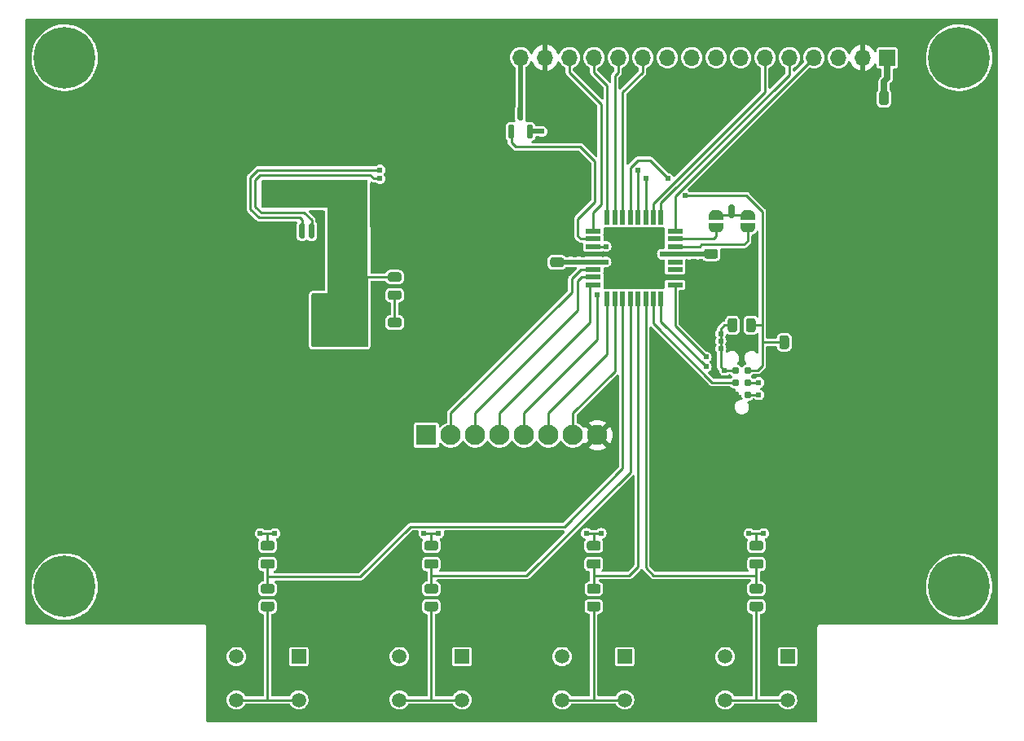
<source format=gtl>
G04 #@! TF.GenerationSoftware,KiCad,Pcbnew,6.0.11-2627ca5db0~126~ubuntu22.04.1*
G04 #@! TF.CreationDate,2025-05-14T16:21:12-06:00*
G04 #@! TF.ProjectId,i2c-headunit,6932632d-6865-4616-9475-6e69742e6b69,rev?*
G04 #@! TF.SameCoordinates,Original*
G04 #@! TF.FileFunction,Copper,L1,Top*
G04 #@! TF.FilePolarity,Positive*
%FSLAX46Y46*%
G04 Gerber Fmt 4.6, Leading zero omitted, Abs format (unit mm)*
G04 Created by KiCad (PCBNEW 6.0.11-2627ca5db0~126~ubuntu22.04.1) date 2025-05-14 16:21:12*
%MOMM*%
%LPD*%
G01*
G04 APERTURE LIST*
G04 #@! TA.AperFunction,ConnectorPad*
%ADD10C,0.787400*%
G04 #@! TD*
G04 #@! TA.AperFunction,SMDPad,CuDef*
%ADD11R,1.600000X0.550000*%
G04 #@! TD*
G04 #@! TA.AperFunction,SMDPad,CuDef*
%ADD12R,0.550000X1.600000*%
G04 #@! TD*
G04 #@! TA.AperFunction,ComponentPad*
%ADD13C,6.400000*%
G04 #@! TD*
G04 #@! TA.AperFunction,ComponentPad*
%ADD14R,2.100000X2.100000*%
G04 #@! TD*
G04 #@! TA.AperFunction,ComponentPad*
%ADD15C,2.100000*%
G04 #@! TD*
G04 #@! TA.AperFunction,ComponentPad*
%ADD16R,1.498600X1.498600*%
G04 #@! TD*
G04 #@! TA.AperFunction,ComponentPad*
%ADD17C,1.498600*%
G04 #@! TD*
G04 #@! TA.AperFunction,ComponentPad*
%ADD18R,1.700000X1.700000*%
G04 #@! TD*
G04 #@! TA.AperFunction,ComponentPad*
%ADD19O,1.700000X1.700000*%
G04 #@! TD*
G04 #@! TA.AperFunction,ViaPad*
%ADD20C,0.609600*%
G04 #@! TD*
G04 #@! TA.AperFunction,Conductor*
%ADD21C,0.254000*%
G04 #@! TD*
G04 #@! TA.AperFunction,Conductor*
%ADD22C,0.508000*%
G04 #@! TD*
G04 #@! TA.AperFunction,Conductor*
%ADD23C,0.635000*%
G04 #@! TD*
G04 APERTURE END LIST*
G04 #@! TA.AperFunction,SMDPad,CuDef*
G36*
G01*
X105824000Y-73988000D02*
X106774000Y-73988000D01*
G75*
G02*
X107024000Y-74238000I0J-250000D01*
G01*
X107024000Y-74738000D01*
G75*
G02*
X106774000Y-74988000I-250000J0D01*
G01*
X105824000Y-74988000D01*
G75*
G02*
X105574000Y-74738000I0J250000D01*
G01*
X105574000Y-74238000D01*
G75*
G02*
X105824000Y-73988000I250000J0D01*
G01*
G37*
G04 #@! TD.AperFunction*
G04 #@! TA.AperFunction,SMDPad,CuDef*
G36*
G01*
X105824000Y-75888000D02*
X106774000Y-75888000D01*
G75*
G02*
X107024000Y-76138000I0J-250000D01*
G01*
X107024000Y-76638000D01*
G75*
G02*
X106774000Y-76888000I-250000J0D01*
G01*
X105824000Y-76888000D01*
G75*
G02*
X105574000Y-76638000I0J250000D01*
G01*
X105574000Y-76138000D01*
G75*
G02*
X105824000Y-75888000I250000J0D01*
G01*
G37*
G04 #@! TD.AperFunction*
G04 #@! TA.AperFunction,SMDPad,CuDef*
G36*
G01*
X137869000Y-59784000D02*
X137869000Y-58834000D01*
G75*
G02*
X138119000Y-58584000I250000J0D01*
G01*
X138619000Y-58584000D01*
G75*
G02*
X138869000Y-58834000I0J-250000D01*
G01*
X138869000Y-59784000D01*
G75*
G02*
X138619000Y-60034000I-250000J0D01*
G01*
X138119000Y-60034000D01*
G75*
G02*
X137869000Y-59784000I0J250000D01*
G01*
G37*
G04 #@! TD.AperFunction*
G04 #@! TA.AperFunction,SMDPad,CuDef*
G36*
G01*
X139769000Y-59784000D02*
X139769000Y-58834000D01*
G75*
G02*
X140019000Y-58584000I250000J0D01*
G01*
X140519000Y-58584000D01*
G75*
G02*
X140769000Y-58834000I0J-250000D01*
G01*
X140769000Y-59784000D01*
G75*
G02*
X140519000Y-60034000I-250000J0D01*
G01*
X140019000Y-60034000D01*
G75*
G02*
X139769000Y-59784000I0J250000D01*
G01*
G37*
G04 #@! TD.AperFunction*
G04 #@! TA.AperFunction,SMDPad,CuDef*
G36*
G01*
X75687000Y-84624000D02*
X75687000Y-83524000D01*
G75*
G02*
X75937000Y-83274000I250000J0D01*
G01*
X78937000Y-83274000D01*
G75*
G02*
X79187000Y-83524000I0J-250000D01*
G01*
X79187000Y-84624000D01*
G75*
G02*
X78937000Y-84874000I-250000J0D01*
G01*
X75937000Y-84874000D01*
G75*
G02*
X75687000Y-84624000I0J250000D01*
G01*
G37*
G04 #@! TD.AperFunction*
G04 #@! TA.AperFunction,SMDPad,CuDef*
G36*
G01*
X81087000Y-84624000D02*
X81087000Y-83524000D01*
G75*
G02*
X81337000Y-83274000I250000J0D01*
G01*
X84337000Y-83274000D01*
G75*
G02*
X84587000Y-83524000I0J-250000D01*
G01*
X84587000Y-84624000D01*
G75*
G02*
X84337000Y-84874000I-250000J0D01*
G01*
X81337000Y-84874000D01*
G75*
G02*
X81087000Y-84624000I0J250000D01*
G01*
G37*
G04 #@! TD.AperFunction*
G04 #@! TA.AperFunction,SMDPad,CuDef*
G36*
G01*
X93668000Y-112677000D02*
X92768000Y-112677000D01*
G75*
G02*
X92518000Y-112427000I0J250000D01*
G01*
X92518000Y-111902000D01*
G75*
G02*
X92768000Y-111652000I250000J0D01*
G01*
X93668000Y-111652000D01*
G75*
G02*
X93918000Y-111902000I0J-250000D01*
G01*
X93918000Y-112427000D01*
G75*
G02*
X93668000Y-112677000I-250000J0D01*
G01*
G37*
G04 #@! TD.AperFunction*
G04 #@! TA.AperFunction,SMDPad,CuDef*
G36*
G01*
X93668000Y-110852000D02*
X92768000Y-110852000D01*
G75*
G02*
X92518000Y-110602000I0J250000D01*
G01*
X92518000Y-110077000D01*
G75*
G02*
X92768000Y-109827000I250000J0D01*
G01*
X93668000Y-109827000D01*
G75*
G02*
X93918000Y-110077000I0J-250000D01*
G01*
X93918000Y-110602000D01*
G75*
G02*
X93668000Y-110852000I-250000J0D01*
G01*
G37*
G04 #@! TD.AperFunction*
G04 #@! TA.AperFunction,SMDPad,CuDef*
G36*
G01*
X126926000Y-82456000D02*
X126926000Y-83406000D01*
G75*
G02*
X126676000Y-83656000I-250000J0D01*
G01*
X126176000Y-83656000D01*
G75*
G02*
X125926000Y-83406000I0J250000D01*
G01*
X125926000Y-82456000D01*
G75*
G02*
X126176000Y-82206000I250000J0D01*
G01*
X126676000Y-82206000D01*
G75*
G02*
X126926000Y-82456000I0J-250000D01*
G01*
G37*
G04 #@! TD.AperFunction*
G04 #@! TA.AperFunction,SMDPad,CuDef*
G36*
G01*
X125026000Y-82456000D02*
X125026000Y-83406000D01*
G75*
G02*
X124776000Y-83656000I-250000J0D01*
G01*
X124276000Y-83656000D01*
G75*
G02*
X124026000Y-83406000I0J250000D01*
G01*
X124026000Y-82456000D01*
G75*
G02*
X124276000Y-82206000I250000J0D01*
G01*
X124776000Y-82206000D01*
G75*
G02*
X125026000Y-82456000I0J-250000D01*
G01*
G37*
G04 #@! TD.AperFunction*
D10*
X126111000Y-90170000D03*
X124841000Y-90170000D03*
X126111000Y-88900000D03*
X124841000Y-88900000D03*
X126111000Y-87630000D03*
X124841000Y-87630000D03*
G04 #@! TA.AperFunction,SMDPad,CuDef*
G36*
X126861000Y-72286000D02*
G01*
X126861000Y-72786000D01*
X126856033Y-72786000D01*
X126854568Y-72865941D01*
X126812293Y-73001256D01*
X126733738Y-73119266D01*
X126625219Y-73210486D01*
X126495460Y-73267581D01*
X126361000Y-73285164D01*
X126361000Y-73286000D01*
X125861000Y-73286000D01*
X125861000Y-73285164D01*
X125854891Y-73285963D01*
X125714814Y-73264152D01*
X125586489Y-73203904D01*
X125480231Y-73110060D01*
X125404583Y-72990165D01*
X125365626Y-72853858D01*
X125366041Y-72786000D01*
X125361000Y-72786000D01*
X125361000Y-72286000D01*
X126861000Y-72286000D01*
G37*
G04 #@! TD.AperFunction*
G04 #@! TA.AperFunction,SMDPad,CuDef*
G36*
X125366041Y-71486000D02*
G01*
X125366492Y-71412095D01*
X125407111Y-71276274D01*
X125484218Y-71157312D01*
X125591615Y-71064774D01*
X125720667Y-71006097D01*
X125861000Y-70986000D01*
X126361000Y-70986000D01*
X126373216Y-70986149D01*
X126513017Y-71009669D01*
X126640596Y-71071481D01*
X126745700Y-71166616D01*
X126819877Y-71287426D01*
X126857166Y-71424199D01*
X126856033Y-71486000D01*
X126861000Y-71486000D01*
X126861000Y-71986000D01*
X125361000Y-71986000D01*
X125361000Y-71486000D01*
X125366041Y-71486000D01*
G37*
G04 #@! TD.AperFunction*
G04 #@! TA.AperFunction,SMDPad,CuDef*
G36*
G01*
X110584000Y-108257000D02*
X109634000Y-108257000D01*
G75*
G02*
X109384000Y-108007000I0J250000D01*
G01*
X109384000Y-107507000D01*
G75*
G02*
X109634000Y-107257000I250000J0D01*
G01*
X110584000Y-107257000D01*
G75*
G02*
X110834000Y-107507000I0J-250000D01*
G01*
X110834000Y-108007000D01*
G75*
G02*
X110584000Y-108257000I-250000J0D01*
G01*
G37*
G04 #@! TD.AperFunction*
G04 #@! TA.AperFunction,SMDPad,CuDef*
G36*
G01*
X110584000Y-106357000D02*
X109634000Y-106357000D01*
G75*
G02*
X109384000Y-106107000I0J250000D01*
G01*
X109384000Y-105607000D01*
G75*
G02*
X109634000Y-105357000I250000J0D01*
G01*
X110584000Y-105357000D01*
G75*
G02*
X110834000Y-105607000I0J-250000D01*
G01*
X110834000Y-106107000D01*
G75*
G02*
X110584000Y-106357000I-250000J0D01*
G01*
G37*
G04 #@! TD.AperFunction*
G04 #@! TA.AperFunction,SMDPad,CuDef*
G36*
G01*
X127475000Y-108257000D02*
X126525000Y-108257000D01*
G75*
G02*
X126275000Y-108007000I0J250000D01*
G01*
X126275000Y-107507000D01*
G75*
G02*
X126525000Y-107257000I250000J0D01*
G01*
X127475000Y-107257000D01*
G75*
G02*
X127725000Y-107507000I0J-250000D01*
G01*
X127725000Y-108007000D01*
G75*
G02*
X127475000Y-108257000I-250000J0D01*
G01*
G37*
G04 #@! TD.AperFunction*
G04 #@! TA.AperFunction,SMDPad,CuDef*
G36*
G01*
X127475000Y-106357000D02*
X126525000Y-106357000D01*
G75*
G02*
X126275000Y-106107000I0J250000D01*
G01*
X126275000Y-105607000D01*
G75*
G02*
X126525000Y-105357000I250000J0D01*
G01*
X127475000Y-105357000D01*
G75*
G02*
X127725000Y-105607000I0J-250000D01*
G01*
X127725000Y-106107000D01*
G75*
G02*
X127475000Y-106357000I-250000J0D01*
G01*
G37*
G04 #@! TD.AperFunction*
D11*
X110050000Y-73146000D03*
X110050000Y-73946000D03*
X110050000Y-74746000D03*
X110050000Y-75546000D03*
X110050000Y-76346000D03*
X110050000Y-77146000D03*
X110050000Y-77946000D03*
X110050000Y-78746000D03*
D12*
X111500000Y-80196000D03*
X112300000Y-80196000D03*
X113100000Y-80196000D03*
X113900000Y-80196000D03*
X114700000Y-80196000D03*
X115500000Y-80196000D03*
X116300000Y-80196000D03*
X117100000Y-80196000D03*
D11*
X118550000Y-78746000D03*
X118550000Y-77946000D03*
X118550000Y-77146000D03*
X118550000Y-76346000D03*
X118550000Y-75546000D03*
X118550000Y-74746000D03*
X118550000Y-73946000D03*
X118550000Y-73146000D03*
D12*
X117100000Y-71696000D03*
X116300000Y-71696000D03*
X115500000Y-71696000D03*
X114700000Y-71696000D03*
X113900000Y-71696000D03*
X113100000Y-71696000D03*
X112300000Y-71696000D03*
X111500000Y-71696000D03*
G04 #@! TA.AperFunction,SMDPad,CuDef*
G36*
G01*
X76675000Y-108257000D02*
X75725000Y-108257000D01*
G75*
G02*
X75475000Y-108007000I0J250000D01*
G01*
X75475000Y-107507000D01*
G75*
G02*
X75725000Y-107257000I250000J0D01*
G01*
X76675000Y-107257000D01*
G75*
G02*
X76925000Y-107507000I0J-250000D01*
G01*
X76925000Y-108007000D01*
G75*
G02*
X76675000Y-108257000I-250000J0D01*
G01*
G37*
G04 #@! TD.AperFunction*
G04 #@! TA.AperFunction,SMDPad,CuDef*
G36*
G01*
X76675000Y-106357000D02*
X75725000Y-106357000D01*
G75*
G02*
X75475000Y-106107000I0J250000D01*
G01*
X75475000Y-105607000D01*
G75*
G02*
X75725000Y-105357000I250000J0D01*
G01*
X76675000Y-105357000D01*
G75*
G02*
X76925000Y-105607000I0J-250000D01*
G01*
X76925000Y-106107000D01*
G75*
G02*
X76675000Y-106357000I-250000J0D01*
G01*
G37*
G04 #@! TD.AperFunction*
G04 #@! TA.AperFunction,SMDPad,CuDef*
G36*
G01*
X80719000Y-78326000D02*
X80719000Y-77376000D01*
G75*
G02*
X80969000Y-77126000I250000J0D01*
G01*
X81469000Y-77126000D01*
G75*
G02*
X81719000Y-77376000I0J-250000D01*
G01*
X81719000Y-78326000D01*
G75*
G02*
X81469000Y-78576000I-250000J0D01*
G01*
X80969000Y-78576000D01*
G75*
G02*
X80719000Y-78326000I0J250000D01*
G01*
G37*
G04 #@! TD.AperFunction*
G04 #@! TA.AperFunction,SMDPad,CuDef*
G36*
G01*
X82619000Y-78326000D02*
X82619000Y-77376000D01*
G75*
G02*
X82869000Y-77126000I250000J0D01*
G01*
X83369000Y-77126000D01*
G75*
G02*
X83619000Y-77376000I0J-250000D01*
G01*
X83619000Y-78326000D01*
G75*
G02*
X83369000Y-78576000I-250000J0D01*
G01*
X82869000Y-78576000D01*
G75*
G02*
X82619000Y-78326000I0J250000D01*
G01*
G37*
G04 #@! TD.AperFunction*
G04 #@! TA.AperFunction,SMDPad,CuDef*
G36*
G01*
X83080000Y-72495000D02*
X83080000Y-73745000D01*
G75*
G02*
X82930000Y-73895000I-150000J0D01*
G01*
X82630000Y-73895000D01*
G75*
G02*
X82480000Y-73745000I0J150000D01*
G01*
X82480000Y-72495000D01*
G75*
G02*
X82630000Y-72345000I150000J0D01*
G01*
X82930000Y-72345000D01*
G75*
G02*
X83080000Y-72495000I0J-150000D01*
G01*
G37*
G04 #@! TD.AperFunction*
G04 #@! TA.AperFunction,SMDPad,CuDef*
G36*
G01*
X82080000Y-72495000D02*
X82080000Y-73745000D01*
G75*
G02*
X81930000Y-73895000I-150000J0D01*
G01*
X81630000Y-73895000D01*
G75*
G02*
X81480000Y-73745000I0J150000D01*
G01*
X81480000Y-72495000D01*
G75*
G02*
X81630000Y-72345000I150000J0D01*
G01*
X81930000Y-72345000D01*
G75*
G02*
X82080000Y-72495000I0J-150000D01*
G01*
G37*
G04 #@! TD.AperFunction*
G04 #@! TA.AperFunction,SMDPad,CuDef*
G36*
G01*
X81080000Y-72495000D02*
X81080000Y-73745000D01*
G75*
G02*
X80930000Y-73895000I-150000J0D01*
G01*
X80630000Y-73895000D01*
G75*
G02*
X80480000Y-73745000I0J150000D01*
G01*
X80480000Y-72495000D01*
G75*
G02*
X80630000Y-72345000I150000J0D01*
G01*
X80930000Y-72345000D01*
G75*
G02*
X81080000Y-72495000I0J-150000D01*
G01*
G37*
G04 #@! TD.AperFunction*
G04 #@! TA.AperFunction,SMDPad,CuDef*
G36*
G01*
X80080000Y-72495000D02*
X80080000Y-73745000D01*
G75*
G02*
X79930000Y-73895000I-150000J0D01*
G01*
X79630000Y-73895000D01*
G75*
G02*
X79480000Y-73745000I0J150000D01*
G01*
X79480000Y-72495000D01*
G75*
G02*
X79630000Y-72345000I150000J0D01*
G01*
X79930000Y-72345000D01*
G75*
G02*
X80080000Y-72495000I0J-150000D01*
G01*
G37*
G04 #@! TD.AperFunction*
G04 #@! TA.AperFunction,SMDPad,CuDef*
G36*
G01*
X79080000Y-68595000D02*
X79080000Y-69895000D01*
G75*
G02*
X78830000Y-70145000I-250000J0D01*
G01*
X78130000Y-70145000D01*
G75*
G02*
X77880000Y-69895000I0J250000D01*
G01*
X77880000Y-68595000D01*
G75*
G02*
X78130000Y-68345000I250000J0D01*
G01*
X78830000Y-68345000D01*
G75*
G02*
X79080000Y-68595000I0J-250000D01*
G01*
G37*
G04 #@! TD.AperFunction*
G04 #@! TA.AperFunction,SMDPad,CuDef*
G36*
G01*
X84680000Y-68595000D02*
X84680000Y-69895000D01*
G75*
G02*
X84430000Y-70145000I-250000J0D01*
G01*
X83730000Y-70145000D01*
G75*
G02*
X83480000Y-69895000I0J250000D01*
G01*
X83480000Y-68595000D01*
G75*
G02*
X83730000Y-68345000I250000J0D01*
G01*
X84430000Y-68345000D01*
G75*
G02*
X84680000Y-68595000I0J-250000D01*
G01*
G37*
G04 #@! TD.AperFunction*
D13*
X148082000Y-55118000D03*
G04 #@! TA.AperFunction,SMDPad,CuDef*
G36*
G01*
X76650000Y-112677000D02*
X75750000Y-112677000D01*
G75*
G02*
X75500000Y-112427000I0J250000D01*
G01*
X75500000Y-111902000D01*
G75*
G02*
X75750000Y-111652000I250000J0D01*
G01*
X76650000Y-111652000D01*
G75*
G02*
X76900000Y-111902000I0J-250000D01*
G01*
X76900000Y-112427000D01*
G75*
G02*
X76650000Y-112677000I-250000J0D01*
G01*
G37*
G04 #@! TD.AperFunction*
G04 #@! TA.AperFunction,SMDPad,CuDef*
G36*
G01*
X76650000Y-110852000D02*
X75750000Y-110852000D01*
G75*
G02*
X75500000Y-110602000I0J250000D01*
G01*
X75500000Y-110077000D01*
G75*
G02*
X75750000Y-109827000I250000J0D01*
G01*
X76650000Y-109827000D01*
G75*
G02*
X76900000Y-110077000I0J-250000D01*
G01*
X76900000Y-110602000D01*
G75*
G02*
X76650000Y-110852000I-250000J0D01*
G01*
G37*
G04 #@! TD.AperFunction*
X148082000Y-110109000D03*
D14*
X92710000Y-94361000D03*
D15*
X95250000Y-94361000D03*
X97790000Y-94361000D03*
X100330000Y-94361000D03*
X102870000Y-94361000D03*
X105410000Y-94361000D03*
X107950000Y-94361000D03*
X110490000Y-94361000D03*
G04 #@! TA.AperFunction,SMDPad,CuDef*
G36*
G01*
X122776000Y-77904000D02*
X121826000Y-77904000D01*
G75*
G02*
X121576000Y-77654000I0J250000D01*
G01*
X121576000Y-77154000D01*
G75*
G02*
X121826000Y-76904000I250000J0D01*
G01*
X122776000Y-76904000D01*
G75*
G02*
X123026000Y-77154000I0J-250000D01*
G01*
X123026000Y-77654000D01*
G75*
G02*
X122776000Y-77904000I-250000J0D01*
G01*
G37*
G04 #@! TD.AperFunction*
G04 #@! TA.AperFunction,SMDPad,CuDef*
G36*
G01*
X122776000Y-76004000D02*
X121826000Y-76004000D01*
G75*
G02*
X121576000Y-75754000I0J250000D01*
G01*
X121576000Y-75254000D01*
G75*
G02*
X121826000Y-75004000I250000J0D01*
G01*
X122776000Y-75004000D01*
G75*
G02*
X123026000Y-75254000I0J-250000D01*
G01*
X123026000Y-75754000D01*
G75*
G02*
X122776000Y-76004000I-250000J0D01*
G01*
G37*
G04 #@! TD.AperFunction*
D13*
X55118000Y-110109000D03*
X55118000Y-55118000D03*
G04 #@! TA.AperFunction,SMDPad,CuDef*
G36*
G01*
X93693000Y-108257000D02*
X92743000Y-108257000D01*
G75*
G02*
X92493000Y-108007000I0J250000D01*
G01*
X92493000Y-107507000D01*
G75*
G02*
X92743000Y-107257000I250000J0D01*
G01*
X93693000Y-107257000D01*
G75*
G02*
X93943000Y-107507000I0J-250000D01*
G01*
X93943000Y-108007000D01*
G75*
G02*
X93693000Y-108257000I-250000J0D01*
G01*
G37*
G04 #@! TD.AperFunction*
G04 #@! TA.AperFunction,SMDPad,CuDef*
G36*
G01*
X93693000Y-106357000D02*
X92743000Y-106357000D01*
G75*
G02*
X92493000Y-106107000I0J250000D01*
G01*
X92493000Y-105607000D01*
G75*
G02*
X92743000Y-105357000I250000J0D01*
G01*
X93693000Y-105357000D01*
G75*
G02*
X93943000Y-105607000I0J-250000D01*
G01*
X93943000Y-106107000D01*
G75*
G02*
X93693000Y-106357000I-250000J0D01*
G01*
G37*
G04 #@! TD.AperFunction*
G04 #@! TA.AperFunction,SMDPad,CuDef*
G36*
G01*
X110559000Y-112677000D02*
X109659000Y-112677000D01*
G75*
G02*
X109409000Y-112427000I0J250000D01*
G01*
X109409000Y-111902000D01*
G75*
G02*
X109659000Y-111652000I250000J0D01*
G01*
X110559000Y-111652000D01*
G75*
G02*
X110809000Y-111902000I0J-250000D01*
G01*
X110809000Y-112427000D01*
G75*
G02*
X110559000Y-112677000I-250000J0D01*
G01*
G37*
G04 #@! TD.AperFunction*
G04 #@! TA.AperFunction,SMDPad,CuDef*
G36*
G01*
X110559000Y-110852000D02*
X109659000Y-110852000D01*
G75*
G02*
X109409000Y-110602000I0J250000D01*
G01*
X109409000Y-110077000D01*
G75*
G02*
X109659000Y-109827000I250000J0D01*
G01*
X110559000Y-109827000D01*
G75*
G02*
X110809000Y-110077000I0J-250000D01*
G01*
X110809000Y-110602000D01*
G75*
G02*
X110559000Y-110852000I-250000J0D01*
G01*
G37*
G04 #@! TD.AperFunction*
G04 #@! TA.AperFunction,SMDPad,CuDef*
G36*
X123559000Y-72286000D02*
G01*
X123559000Y-72786000D01*
X123554033Y-72786000D01*
X123552568Y-72865941D01*
X123510293Y-73001256D01*
X123431738Y-73119266D01*
X123323219Y-73210486D01*
X123193460Y-73267581D01*
X123059000Y-73285164D01*
X123059000Y-73286000D01*
X122559000Y-73286000D01*
X122559000Y-73285164D01*
X122552891Y-73285963D01*
X122412814Y-73264152D01*
X122284489Y-73203904D01*
X122178231Y-73110060D01*
X122102583Y-72990165D01*
X122063626Y-72853858D01*
X122064041Y-72786000D01*
X122059000Y-72786000D01*
X122059000Y-72286000D01*
X123559000Y-72286000D01*
G37*
G04 #@! TD.AperFunction*
G04 #@! TA.AperFunction,SMDPad,CuDef*
G36*
X122064041Y-71486000D02*
G01*
X122064492Y-71412095D01*
X122105111Y-71276274D01*
X122182218Y-71157312D01*
X122289615Y-71064774D01*
X122418667Y-71006097D01*
X122559000Y-70986000D01*
X123059000Y-70986000D01*
X123071216Y-70986149D01*
X123211017Y-71009669D01*
X123338596Y-71071481D01*
X123443700Y-71166616D01*
X123517877Y-71287426D01*
X123555166Y-71424199D01*
X123554033Y-71486000D01*
X123559000Y-71486000D01*
X123559000Y-71986000D01*
X122059000Y-71986000D01*
X122059000Y-71486000D01*
X122064041Y-71486000D01*
G37*
G04 #@! TD.AperFunction*
G04 #@! TA.AperFunction,SMDPad,CuDef*
G36*
G01*
X88958000Y-82141000D02*
X89858000Y-82141000D01*
G75*
G02*
X90108000Y-82391000I0J-250000D01*
G01*
X90108000Y-82916000D01*
G75*
G02*
X89858000Y-83166000I-250000J0D01*
G01*
X88958000Y-83166000D01*
G75*
G02*
X88708000Y-82916000I0J250000D01*
G01*
X88708000Y-82391000D01*
G75*
G02*
X88958000Y-82141000I250000J0D01*
G01*
G37*
G04 #@! TD.AperFunction*
G04 #@! TA.AperFunction,SMDPad,CuDef*
G36*
G01*
X88958000Y-83966000D02*
X89858000Y-83966000D01*
G75*
G02*
X90108000Y-84216000I0J-250000D01*
G01*
X90108000Y-84741000D01*
G75*
G02*
X89858000Y-84991000I-250000J0D01*
G01*
X88958000Y-84991000D01*
G75*
G02*
X88708000Y-84741000I0J250000D01*
G01*
X88708000Y-84216000D01*
G75*
G02*
X88958000Y-83966000I250000J0D01*
G01*
G37*
G04 #@! TD.AperFunction*
G04 #@! TA.AperFunction,SMDPad,CuDef*
G36*
G01*
X129385000Y-85159000D02*
X129385000Y-84259000D01*
G75*
G02*
X129635000Y-84009000I250000J0D01*
G01*
X130160000Y-84009000D01*
G75*
G02*
X130410000Y-84259000I0J-250000D01*
G01*
X130410000Y-85159000D01*
G75*
G02*
X130160000Y-85409000I-250000J0D01*
G01*
X129635000Y-85409000D01*
G75*
G02*
X129385000Y-85159000I0J250000D01*
G01*
G37*
G04 #@! TD.AperFunction*
G04 #@! TA.AperFunction,SMDPad,CuDef*
G36*
G01*
X131210000Y-85159000D02*
X131210000Y-84259000D01*
G75*
G02*
X131460000Y-84009000I250000J0D01*
G01*
X131985000Y-84009000D01*
G75*
G02*
X132235000Y-84259000I0J-250000D01*
G01*
X132235000Y-85159000D01*
G75*
G02*
X131985000Y-85409000I-250000J0D01*
G01*
X131460000Y-85409000D01*
G75*
G02*
X131210000Y-85159000I0J250000D01*
G01*
G37*
G04 #@! TD.AperFunction*
G04 #@! TA.AperFunction,SMDPad,CuDef*
G36*
G01*
X127450000Y-112677000D02*
X126550000Y-112677000D01*
G75*
G02*
X126300000Y-112427000I0J250000D01*
G01*
X126300000Y-111902000D01*
G75*
G02*
X126550000Y-111652000I250000J0D01*
G01*
X127450000Y-111652000D01*
G75*
G02*
X127700000Y-111902000I0J-250000D01*
G01*
X127700000Y-112427000D01*
G75*
G02*
X127450000Y-112677000I-250000J0D01*
G01*
G37*
G04 #@! TD.AperFunction*
G04 #@! TA.AperFunction,SMDPad,CuDef*
G36*
G01*
X127450000Y-110852000D02*
X126550000Y-110852000D01*
G75*
G02*
X126300000Y-110602000I0J250000D01*
G01*
X126300000Y-110077000D01*
G75*
G02*
X126550000Y-109827000I250000J0D01*
G01*
X127450000Y-109827000D01*
G75*
G02*
X127700000Y-110077000I0J-250000D01*
G01*
X127700000Y-110602000D01*
G75*
G02*
X127450000Y-110852000I-250000J0D01*
G01*
G37*
G04 #@! TD.AperFunction*
G04 #@! TA.AperFunction,SMDPad,CuDef*
G36*
G01*
X88951750Y-77442000D02*
X89864250Y-77442000D01*
G75*
G02*
X90108000Y-77685750I0J-243750D01*
G01*
X90108000Y-78173250D01*
G75*
G02*
X89864250Y-78417000I-243750J0D01*
G01*
X88951750Y-78417000D01*
G75*
G02*
X88708000Y-78173250I0J243750D01*
G01*
X88708000Y-77685750D01*
G75*
G02*
X88951750Y-77442000I243750J0D01*
G01*
G37*
G04 #@! TD.AperFunction*
G04 #@! TA.AperFunction,SMDPad,CuDef*
G36*
G01*
X88951750Y-79317000D02*
X89864250Y-79317000D01*
G75*
G02*
X90108000Y-79560750I0J-243750D01*
G01*
X90108000Y-80048250D01*
G75*
G02*
X89864250Y-80292000I-243750J0D01*
G01*
X88951750Y-80292000D01*
G75*
G02*
X88708000Y-80048250I0J243750D01*
G01*
X88708000Y-79560750D01*
G75*
G02*
X88951750Y-79317000I243750J0D01*
G01*
G37*
G04 #@! TD.AperFunction*
G04 #@! TA.AperFunction,SMDPad,CuDef*
G36*
G01*
X101689000Y-63524000D02*
X101389000Y-63524000D01*
G75*
G02*
X101239000Y-63374000I0J150000D01*
G01*
X101239000Y-62199000D01*
G75*
G02*
X101389000Y-62049000I150000J0D01*
G01*
X101689000Y-62049000D01*
G75*
G02*
X101839000Y-62199000I0J-150000D01*
G01*
X101839000Y-63374000D01*
G75*
G02*
X101689000Y-63524000I-150000J0D01*
G01*
G37*
G04 #@! TD.AperFunction*
G04 #@! TA.AperFunction,SMDPad,CuDef*
G36*
G01*
X103589000Y-63524000D02*
X103289000Y-63524000D01*
G75*
G02*
X103139000Y-63374000I0J150000D01*
G01*
X103139000Y-62199000D01*
G75*
G02*
X103289000Y-62049000I150000J0D01*
G01*
X103589000Y-62049000D01*
G75*
G02*
X103739000Y-62199000I0J-150000D01*
G01*
X103739000Y-63374000D01*
G75*
G02*
X103589000Y-63524000I-150000J0D01*
G01*
G37*
G04 #@! TD.AperFunction*
G04 #@! TA.AperFunction,SMDPad,CuDef*
G36*
G01*
X102639000Y-61649000D02*
X102339000Y-61649000D01*
G75*
G02*
X102189000Y-61499000I0J150000D01*
G01*
X102189000Y-60324000D01*
G75*
G02*
X102339000Y-60174000I150000J0D01*
G01*
X102639000Y-60174000D01*
G75*
G02*
X102789000Y-60324000I0J-150000D01*
G01*
X102789000Y-61499000D01*
G75*
G02*
X102639000Y-61649000I-150000J0D01*
G01*
G37*
G04 #@! TD.AperFunction*
D16*
X79450001Y-117394599D03*
D17*
X72950000Y-117394599D03*
X79450001Y-121894600D03*
X72950000Y-121894600D03*
D18*
X140589000Y-55118000D03*
D19*
X138049000Y-55118000D03*
X135509000Y-55118000D03*
X132969000Y-55118000D03*
X130429000Y-55118000D03*
X127889000Y-55118000D03*
X125349000Y-55118000D03*
X122809000Y-55118000D03*
X120269000Y-55118000D03*
X117729000Y-55118000D03*
X115189000Y-55118000D03*
X112649000Y-55118000D03*
X110109000Y-55118000D03*
X107569000Y-55118000D03*
X105029000Y-55118000D03*
X102489000Y-55118000D03*
D16*
X113308201Y-117394599D03*
D17*
X106808200Y-117394599D03*
X113308201Y-121894600D03*
X106808200Y-121894600D03*
D16*
X130250001Y-117394599D03*
D17*
X123750000Y-117394599D03*
X130250001Y-121894600D03*
X123750000Y-121894600D03*
D16*
X96391801Y-117394599D03*
D17*
X89891800Y-117394599D03*
X96391801Y-121894600D03*
X89891800Y-121894600D03*
D20*
X117856000Y-67691000D03*
X119634000Y-69469000D03*
X121793000Y-87249000D03*
X127254000Y-90170000D03*
X121793000Y-86233000D03*
X127254000Y-88900000D03*
X123317000Y-83820000D03*
X85725000Y-75819000D03*
X126238000Y-104582000D03*
X84836000Y-79756000D03*
X123317000Y-85344000D03*
X107677000Y-76346000D03*
X110871000Y-104582000D03*
X83947000Y-79756000D03*
X83947000Y-74930000D03*
X124460000Y-71501000D03*
X123698000Y-87630000D03*
X76962000Y-104582000D03*
X123317000Y-84582000D03*
X124460000Y-70739000D03*
X83058000Y-74930000D03*
X108566000Y-76346000D03*
X83947000Y-82423000D03*
X83947000Y-75819000D03*
X84836000Y-74930000D03*
X75438000Y-104582000D03*
X85725000Y-74930000D03*
X93980000Y-104582000D03*
X84836000Y-81534000D03*
X84836000Y-82423000D03*
X120923000Y-75546000D03*
X104726500Y-62786500D03*
X85725000Y-81534000D03*
X92456000Y-104582000D03*
X111379000Y-76346000D03*
X85725000Y-82423000D03*
X84836000Y-80645000D03*
X84836000Y-75819000D03*
X85725000Y-79756000D03*
X109347000Y-104582000D03*
X117240000Y-75546000D03*
X83947000Y-80645000D03*
X83058000Y-75819000D03*
X127762000Y-104582000D03*
X120034000Y-75546000D03*
X83947000Y-81534000D03*
X85725000Y-80645000D03*
X83058000Y-79756000D03*
X115500000Y-67691000D03*
X87884000Y-67691000D03*
X114681000Y-66802000D03*
X87884000Y-66802000D03*
X110490000Y-79756000D03*
X111379000Y-74746000D03*
D21*
X119634000Y-69469000D02*
X125984000Y-69469000D01*
X126426000Y-82931000D02*
X127635000Y-82931000D01*
X113900000Y-66567000D02*
X114681000Y-65786000D01*
X127127000Y-87630000D02*
X126111000Y-87630000D01*
X115951000Y-65786000D02*
X117856000Y-67691000D01*
X127635000Y-84709000D02*
X127635000Y-87122000D01*
X127635000Y-82931000D02*
X127635000Y-84709000D01*
X114681000Y-65786000D02*
X115951000Y-65786000D01*
X127635000Y-87122000D02*
X127127000Y-87630000D01*
X125984000Y-69469000D02*
X127635000Y-71120000D01*
X113900000Y-71696000D02*
X113900000Y-66567000D01*
X127635000Y-71120000D02*
X127635000Y-82931000D01*
X129897500Y-84709000D02*
X127635000Y-84709000D01*
X127254000Y-90170000D02*
X126111000Y-90170000D01*
X121793000Y-87249000D02*
X117100000Y-82556000D01*
X117100000Y-82556000D02*
X117100000Y-80196000D01*
X118550000Y-78746000D02*
X118550000Y-82990000D01*
X118550000Y-82990000D02*
X121793000Y-86233000D01*
X127254000Y-88900000D02*
X126111000Y-88900000D01*
D22*
X107677000Y-76346000D02*
X106341000Y-76346000D01*
D21*
X123317000Y-84582000D02*
X123317000Y-87249000D01*
X110109000Y-106045000D02*
X110109000Y-104582000D01*
D22*
X118550000Y-75546000D02*
X117240000Y-75546000D01*
D21*
X124460000Y-71501000D02*
X126096000Y-71501000D01*
D23*
X140589000Y-57277000D02*
X140589000Y-55118000D01*
D21*
X76200000Y-104582000D02*
X76962000Y-104582000D01*
X124460000Y-71501000D02*
X122824000Y-71501000D01*
X76200000Y-104582000D02*
X75438000Y-104582000D01*
D22*
X118550000Y-75546000D02*
X120034000Y-75546000D01*
X108566000Y-76346000D02*
X107677000Y-76346000D01*
X110050000Y-76346000D02*
X111379000Y-76346000D01*
D21*
X93218000Y-104582000D02*
X92456000Y-104582000D01*
X123317000Y-87249000D02*
X123698000Y-87630000D01*
X93218000Y-106045000D02*
X93218000Y-104582000D01*
X127000000Y-104582000D02*
X127762000Y-104582000D01*
X110109000Y-104582000D02*
X109347000Y-104582000D01*
X123698000Y-82931000D02*
X124526000Y-82931000D01*
D22*
X103439000Y-62786500D02*
X104726500Y-62786500D01*
D21*
X93218000Y-104582000D02*
X93980000Y-104582000D01*
D23*
X140269000Y-57597000D02*
X140589000Y-57277000D01*
D22*
X120034000Y-75546000D02*
X120923000Y-75546000D01*
D23*
X140269000Y-59309000D02*
X140269000Y-57597000D01*
D21*
X127000000Y-106045000D02*
X127000000Y-104582000D01*
X123317000Y-83820000D02*
X123317000Y-84582000D01*
X110109000Y-104582000D02*
X110871000Y-104582000D01*
X124841000Y-87630000D02*
X123698000Y-87630000D01*
D23*
X124460000Y-70739000D02*
X124460000Y-71501000D01*
D22*
X106341000Y-76346000D02*
X106299000Y-76388000D01*
X122259000Y-75546000D02*
X122301000Y-75504000D01*
D21*
X89408000Y-77929500D02*
X85422500Y-77929500D01*
X76200000Y-106045000D02*
X76200000Y-104582000D01*
D22*
X82780000Y-84017000D02*
X82837000Y-84074000D01*
X110050000Y-76346000D02*
X108566000Y-76346000D01*
D21*
X127000000Y-104582000D02*
X126238000Y-104582000D01*
X123317000Y-83312000D02*
X123698000Y-82931000D01*
X123317000Y-83820000D02*
X123317000Y-83312000D01*
D22*
X120923000Y-75546000D02*
X122259000Y-75546000D01*
D21*
X122428000Y-88900000D02*
X124841000Y-88900000D01*
X116300000Y-82772000D02*
X122428000Y-88900000D01*
X116300000Y-80196000D02*
X116300000Y-82772000D01*
X127000000Y-112164500D02*
X127000000Y-121869200D01*
X127025400Y-121894600D02*
X130250001Y-121894600D01*
X123750000Y-121894600D02*
X127025400Y-121894600D01*
X110134400Y-121894600D02*
X113308201Y-121894600D01*
X110109000Y-112164500D02*
X110109000Y-121869200D01*
X106808200Y-121894600D02*
X110134400Y-121894600D01*
X89891800Y-121894600D02*
X93192600Y-121894600D01*
X93218000Y-112164500D02*
X93218000Y-121869200D01*
X93192600Y-121894600D02*
X96391801Y-121894600D01*
X76225400Y-121894600D02*
X79450001Y-121894600D01*
X76200000Y-112164500D02*
X76200000Y-121869200D01*
X72950000Y-121894600D02*
X76225400Y-121894600D01*
X125730000Y-74549000D02*
X126111000Y-74168000D01*
X118550000Y-74746000D02*
X121088000Y-74746000D01*
X121088000Y-74746000D02*
X121285000Y-74549000D01*
X126111000Y-74168000D02*
X126111000Y-72786000D01*
X121285000Y-74549000D02*
X125730000Y-74549000D01*
X107061000Y-103886000D02*
X113100000Y-97847000D01*
X85852000Y-109093000D02*
X91059000Y-103886000D01*
X76200000Y-109093000D02*
X76200000Y-110339500D01*
X76200000Y-109093000D02*
X85852000Y-109093000D01*
X91059000Y-103886000D02*
X107061000Y-103886000D01*
X113100000Y-97847000D02*
X113100000Y-80196000D01*
X76200000Y-107757000D02*
X76200000Y-109093000D01*
X122539000Y-73946000D02*
X122825000Y-73660000D01*
X122825000Y-73660000D02*
X122825000Y-72786000D01*
X118550000Y-73946000D02*
X122555000Y-73946000D01*
X132969000Y-55118000D02*
X118550000Y-69537000D01*
X118550000Y-69537000D02*
X118550000Y-73146000D01*
X130429000Y-55118000D02*
X130429000Y-56896000D01*
X130429000Y-56896000D02*
X117100000Y-70225000D01*
X117100000Y-70225000D02*
X117100000Y-71696000D01*
X127889000Y-55118000D02*
X127889000Y-58674000D01*
X127889000Y-58674000D02*
X116300000Y-70263000D01*
X116300000Y-70263000D02*
X116300000Y-71696000D01*
X115189000Y-56642000D02*
X113100000Y-58731000D01*
X113100000Y-58731000D02*
X113100000Y-71696000D01*
X115189000Y-55118000D02*
X115189000Y-56642000D01*
X112300000Y-56991000D02*
X112300000Y-71696000D01*
X112649000Y-55118000D02*
X112649000Y-56642000D01*
X112649000Y-56642000D02*
X112300000Y-56991000D01*
X110109000Y-55118000D02*
X110109000Y-56642000D01*
X111500000Y-58033000D02*
X111500000Y-71696000D01*
X110109000Y-56642000D02*
X111500000Y-58033000D01*
X110871000Y-59944000D02*
X110871000Y-70358000D01*
X107569000Y-55118000D02*
X107569000Y-56642000D01*
X110050000Y-71179000D02*
X110050000Y-73146000D01*
X107569000Y-56642000D02*
X110871000Y-59944000D01*
X110871000Y-70358000D02*
X110050000Y-71179000D01*
D22*
X102489000Y-60911500D02*
X102489000Y-55118000D01*
D21*
X110050000Y-73946000D02*
X108744000Y-73946000D01*
X108458000Y-71882000D02*
X110236000Y-70104000D01*
X108744000Y-73946000D02*
X108458000Y-73660000D01*
X101981000Y-64389000D02*
X101539000Y-63947000D01*
X101539000Y-63947000D02*
X101539000Y-62786500D01*
X108712000Y-64389000D02*
X101981000Y-64389000D01*
X108458000Y-73660000D02*
X108458000Y-71882000D01*
X110236000Y-70104000D02*
X110236000Y-65913000D01*
X110236000Y-65913000D02*
X108712000Y-64389000D01*
X115500000Y-108134000D02*
X116332000Y-108966000D01*
X127000000Y-107757000D02*
X127000000Y-108966000D01*
X127000000Y-108966000D02*
X127000000Y-110339500D01*
X115500000Y-80196000D02*
X115500000Y-108134000D01*
X116332000Y-108966000D02*
X127000000Y-108966000D01*
X113792000Y-108966000D02*
X110109000Y-108966000D01*
X110109000Y-108966000D02*
X110109000Y-110339500D01*
X114700000Y-80196000D02*
X114700000Y-108058000D01*
X110109000Y-107757000D02*
X110109000Y-108966000D01*
X114700000Y-108058000D02*
X113792000Y-108966000D01*
X93218000Y-107757000D02*
X93218000Y-108966000D01*
X113900000Y-98190000D02*
X103124000Y-108966000D01*
X93218000Y-108966000D02*
X93218000Y-110339500D01*
X113900000Y-80196000D02*
X113900000Y-98190000D01*
X103124000Y-108966000D02*
X93218000Y-108966000D01*
X80010000Y-71247000D02*
X80780000Y-72017000D01*
X75438000Y-67310000D02*
X74930000Y-67818000D01*
X74930000Y-67818000D02*
X74930000Y-70612000D01*
X80780000Y-72017000D02*
X80780000Y-73120000D01*
X87884000Y-67691000D02*
X87249000Y-67691000D01*
X87249000Y-67691000D02*
X86868000Y-67310000D01*
X74930000Y-70612000D02*
X75565000Y-71247000D01*
X86868000Y-67310000D02*
X75438000Y-67310000D01*
X75565000Y-71247000D02*
X80010000Y-71247000D01*
X115500000Y-67691000D02*
X115500000Y-71696000D01*
X114681000Y-66802000D02*
X114700000Y-66821000D01*
X75311000Y-71755000D02*
X79526000Y-71755000D01*
X114700000Y-66821000D02*
X114700000Y-71696000D01*
X79780000Y-72009000D02*
X79780000Y-73120000D01*
X74422000Y-67564000D02*
X74422000Y-70866000D01*
X79526000Y-71755000D02*
X79780000Y-72009000D01*
X87884000Y-66802000D02*
X75184000Y-66802000D01*
X74422000Y-70866000D02*
X75311000Y-71755000D01*
X75184000Y-66802000D02*
X74422000Y-67564000D01*
X89408000Y-82653500D02*
X89408000Y-79804500D01*
X107823000Y-78105000D02*
X107823000Y-79502000D01*
X95250000Y-92075000D02*
X95250000Y-94361000D01*
X110050000Y-77146000D02*
X108782000Y-77146000D01*
X108782000Y-77146000D02*
X107823000Y-78105000D01*
X107823000Y-79502000D02*
X95250000Y-92075000D01*
X97790000Y-92075000D02*
X97790000Y-94361000D01*
X108458000Y-78359000D02*
X108458000Y-81407000D01*
X108871000Y-77946000D02*
X108458000Y-78359000D01*
X108458000Y-81407000D02*
X97790000Y-92075000D01*
X110050000Y-77946000D02*
X108871000Y-77946000D01*
X109728000Y-82677000D02*
X100330000Y-92075000D01*
X109728000Y-78740000D02*
X109728000Y-82677000D01*
X100330000Y-92075000D02*
X100330000Y-94361000D01*
X110050000Y-74746000D02*
X111379000Y-74746000D01*
X110490000Y-79756000D02*
X110490000Y-84455000D01*
X110490000Y-84455000D02*
X102870000Y-92075000D01*
X102870000Y-92075000D02*
X102870000Y-94361000D01*
X105410000Y-92075000D02*
X105410000Y-94361000D01*
X111500000Y-85985000D02*
X105410000Y-92075000D01*
X111500000Y-80196000D02*
X111500000Y-85985000D01*
X107950000Y-92075000D02*
X107950000Y-94361000D01*
X112300000Y-80196000D02*
X112300000Y-87725000D01*
X112300000Y-87725000D02*
X107950000Y-92075000D01*
G04 #@! TA.AperFunction,Conductor*
G36*
X152087621Y-51074502D02*
G01*
X152134114Y-51128158D01*
X152145500Y-51180500D01*
X152145500Y-113919500D01*
X152125498Y-113987621D01*
X152071842Y-114034114D01*
X152019500Y-114045500D01*
X133641476Y-114045500D01*
X133616897Y-114043079D01*
X133604000Y-114040514D01*
X133591828Y-114042935D01*
X133578933Y-114045500D01*
X133504699Y-114060266D01*
X133420516Y-114116516D01*
X133364266Y-114200699D01*
X133344514Y-114300000D01*
X133346935Y-114312170D01*
X133347079Y-114312894D01*
X133349500Y-114337476D01*
X133349500Y-124079500D01*
X133329498Y-124147621D01*
X133275842Y-124194114D01*
X133223500Y-124205500D01*
X69976500Y-124205500D01*
X69908379Y-124185498D01*
X69861886Y-124131842D01*
X69850500Y-124079500D01*
X69850500Y-121880517D01*
X71941441Y-121880517D01*
X71957914Y-122076682D01*
X71959613Y-122082607D01*
X71971459Y-122123918D01*
X72012174Y-122265911D01*
X72024336Y-122289575D01*
X72099339Y-122435516D01*
X72099342Y-122435521D01*
X72102157Y-122440998D01*
X72224433Y-122595272D01*
X72229127Y-122599266D01*
X72229127Y-122599267D01*
X72263864Y-122628830D01*
X72374346Y-122722858D01*
X72546185Y-122818896D01*
X72733406Y-122879727D01*
X72928876Y-122903036D01*
X72935011Y-122902564D01*
X72935013Y-122902564D01*
X73119010Y-122888406D01*
X73119015Y-122888405D01*
X73125151Y-122887933D01*
X73131081Y-122886277D01*
X73131083Y-122886277D01*
X73308827Y-122836650D01*
X73308826Y-122836650D01*
X73314755Y-122834995D01*
X73342857Y-122820800D01*
X73484971Y-122749012D01*
X73490465Y-122746237D01*
X73645590Y-122625041D01*
X73667838Y-122599267D01*
X73770195Y-122480684D01*
X73770195Y-122480683D01*
X73774219Y-122476022D01*
X73794116Y-122440998D01*
X73851568Y-122339863D01*
X73902607Y-122290513D01*
X73961124Y-122276100D01*
X78440501Y-122276100D01*
X78508622Y-122296102D01*
X78552567Y-122344505D01*
X78599340Y-122435516D01*
X78599343Y-122435521D01*
X78602158Y-122440998D01*
X78724434Y-122595272D01*
X78729128Y-122599266D01*
X78729128Y-122599267D01*
X78763865Y-122628830D01*
X78874347Y-122722858D01*
X79046186Y-122818896D01*
X79233407Y-122879727D01*
X79428877Y-122903036D01*
X79435012Y-122902564D01*
X79435014Y-122902564D01*
X79619011Y-122888406D01*
X79619016Y-122888405D01*
X79625152Y-122887933D01*
X79631082Y-122886277D01*
X79631084Y-122886277D01*
X79808828Y-122836650D01*
X79808827Y-122836650D01*
X79814756Y-122834995D01*
X79842858Y-122820800D01*
X79984972Y-122749012D01*
X79990466Y-122746237D01*
X80145591Y-122625041D01*
X80167839Y-122599267D01*
X80270196Y-122480684D01*
X80270196Y-122480683D01*
X80274220Y-122476022D01*
X80294117Y-122440998D01*
X80368408Y-122310221D01*
X80371455Y-122304858D01*
X80433592Y-122118066D01*
X80439596Y-122070540D01*
X80457823Y-121926266D01*
X80457824Y-121926256D01*
X80458265Y-121922763D01*
X80458658Y-121894600D01*
X80457277Y-121880517D01*
X88883241Y-121880517D01*
X88899714Y-122076682D01*
X88901413Y-122082607D01*
X88913259Y-122123918D01*
X88953974Y-122265911D01*
X88966136Y-122289575D01*
X89041139Y-122435516D01*
X89041142Y-122435521D01*
X89043957Y-122440998D01*
X89166233Y-122595272D01*
X89170927Y-122599266D01*
X89170927Y-122599267D01*
X89205664Y-122628830D01*
X89316146Y-122722858D01*
X89487985Y-122818896D01*
X89675206Y-122879727D01*
X89870676Y-122903036D01*
X89876811Y-122902564D01*
X89876813Y-122902564D01*
X90060810Y-122888406D01*
X90060815Y-122888405D01*
X90066951Y-122887933D01*
X90072881Y-122886277D01*
X90072883Y-122886277D01*
X90250627Y-122836650D01*
X90250626Y-122836650D01*
X90256555Y-122834995D01*
X90284657Y-122820800D01*
X90426771Y-122749012D01*
X90432265Y-122746237D01*
X90587390Y-122625041D01*
X90609638Y-122599267D01*
X90711995Y-122480684D01*
X90711995Y-122480683D01*
X90716019Y-122476022D01*
X90735916Y-122440998D01*
X90793368Y-122339863D01*
X90844407Y-122290513D01*
X90902924Y-122276100D01*
X95382301Y-122276100D01*
X95450422Y-122296102D01*
X95494367Y-122344505D01*
X95541140Y-122435516D01*
X95541143Y-122435521D01*
X95543958Y-122440998D01*
X95666234Y-122595272D01*
X95670928Y-122599266D01*
X95670928Y-122599267D01*
X95705665Y-122628830D01*
X95816147Y-122722858D01*
X95987986Y-122818896D01*
X96175207Y-122879727D01*
X96370677Y-122903036D01*
X96376812Y-122902564D01*
X96376814Y-122902564D01*
X96560811Y-122888406D01*
X96560816Y-122888405D01*
X96566952Y-122887933D01*
X96572882Y-122886277D01*
X96572884Y-122886277D01*
X96750628Y-122836650D01*
X96750627Y-122836650D01*
X96756556Y-122834995D01*
X96784658Y-122820800D01*
X96926772Y-122749012D01*
X96932266Y-122746237D01*
X97087391Y-122625041D01*
X97109639Y-122599267D01*
X97211996Y-122480684D01*
X97211996Y-122480683D01*
X97216020Y-122476022D01*
X97235917Y-122440998D01*
X97310208Y-122310221D01*
X97313255Y-122304858D01*
X97375392Y-122118066D01*
X97381396Y-122070540D01*
X97399623Y-121926266D01*
X97399624Y-121926256D01*
X97400065Y-121922763D01*
X97400458Y-121894600D01*
X97399077Y-121880517D01*
X105799641Y-121880517D01*
X105816114Y-122076682D01*
X105817813Y-122082607D01*
X105829659Y-122123918D01*
X105870374Y-122265911D01*
X105882536Y-122289575D01*
X105957539Y-122435516D01*
X105957542Y-122435521D01*
X105960357Y-122440998D01*
X106082633Y-122595272D01*
X106087327Y-122599266D01*
X106087327Y-122599267D01*
X106122064Y-122628830D01*
X106232546Y-122722858D01*
X106404385Y-122818896D01*
X106591606Y-122879727D01*
X106787076Y-122903036D01*
X106793211Y-122902564D01*
X106793213Y-122902564D01*
X106977210Y-122888406D01*
X106977215Y-122888405D01*
X106983351Y-122887933D01*
X106989281Y-122886277D01*
X106989283Y-122886277D01*
X107167027Y-122836650D01*
X107167026Y-122836650D01*
X107172955Y-122834995D01*
X107201057Y-122820800D01*
X107343171Y-122749012D01*
X107348665Y-122746237D01*
X107503790Y-122625041D01*
X107526038Y-122599267D01*
X107628395Y-122480684D01*
X107628395Y-122480683D01*
X107632419Y-122476022D01*
X107652316Y-122440998D01*
X107709768Y-122339863D01*
X107760807Y-122290513D01*
X107819324Y-122276100D01*
X112298701Y-122276100D01*
X112366822Y-122296102D01*
X112410767Y-122344505D01*
X112457540Y-122435516D01*
X112457543Y-122435521D01*
X112460358Y-122440998D01*
X112582634Y-122595272D01*
X112587328Y-122599266D01*
X112587328Y-122599267D01*
X112622065Y-122628830D01*
X112732547Y-122722858D01*
X112904386Y-122818896D01*
X113091607Y-122879727D01*
X113287077Y-122903036D01*
X113293212Y-122902564D01*
X113293214Y-122902564D01*
X113477211Y-122888406D01*
X113477216Y-122888405D01*
X113483352Y-122887933D01*
X113489282Y-122886277D01*
X113489284Y-122886277D01*
X113667028Y-122836650D01*
X113667027Y-122836650D01*
X113672956Y-122834995D01*
X113701058Y-122820800D01*
X113843172Y-122749012D01*
X113848666Y-122746237D01*
X114003791Y-122625041D01*
X114026039Y-122599267D01*
X114128396Y-122480684D01*
X114128396Y-122480683D01*
X114132420Y-122476022D01*
X114152317Y-122440998D01*
X114226608Y-122310221D01*
X114229655Y-122304858D01*
X114291792Y-122118066D01*
X114297796Y-122070540D01*
X114316023Y-121926266D01*
X114316024Y-121926256D01*
X114316465Y-121922763D01*
X114316858Y-121894600D01*
X114315477Y-121880517D01*
X122741441Y-121880517D01*
X122757914Y-122076682D01*
X122759613Y-122082607D01*
X122771459Y-122123918D01*
X122812174Y-122265911D01*
X122824336Y-122289575D01*
X122899339Y-122435516D01*
X122899342Y-122435521D01*
X122902157Y-122440998D01*
X123024433Y-122595272D01*
X123029127Y-122599266D01*
X123029127Y-122599267D01*
X123063864Y-122628830D01*
X123174346Y-122722858D01*
X123346185Y-122818896D01*
X123533406Y-122879727D01*
X123728876Y-122903036D01*
X123735011Y-122902564D01*
X123735013Y-122902564D01*
X123919010Y-122888406D01*
X123919015Y-122888405D01*
X123925151Y-122887933D01*
X123931081Y-122886277D01*
X123931083Y-122886277D01*
X124108827Y-122836650D01*
X124108826Y-122836650D01*
X124114755Y-122834995D01*
X124142857Y-122820800D01*
X124284971Y-122749012D01*
X124290465Y-122746237D01*
X124445590Y-122625041D01*
X124467838Y-122599267D01*
X124570195Y-122480684D01*
X124570195Y-122480683D01*
X124574219Y-122476022D01*
X124594116Y-122440998D01*
X124651568Y-122339863D01*
X124702607Y-122290513D01*
X124761124Y-122276100D01*
X129240501Y-122276100D01*
X129308622Y-122296102D01*
X129352567Y-122344505D01*
X129399340Y-122435516D01*
X129399343Y-122435521D01*
X129402158Y-122440998D01*
X129524434Y-122595272D01*
X129529128Y-122599266D01*
X129529128Y-122599267D01*
X129563865Y-122628830D01*
X129674347Y-122722858D01*
X129846186Y-122818896D01*
X130033407Y-122879727D01*
X130228877Y-122903036D01*
X130235012Y-122902564D01*
X130235014Y-122902564D01*
X130419011Y-122888406D01*
X130419016Y-122888405D01*
X130425152Y-122887933D01*
X130431082Y-122886277D01*
X130431084Y-122886277D01*
X130608828Y-122836650D01*
X130608827Y-122836650D01*
X130614756Y-122834995D01*
X130642858Y-122820800D01*
X130784972Y-122749012D01*
X130790466Y-122746237D01*
X130945591Y-122625041D01*
X130967839Y-122599267D01*
X131070196Y-122480684D01*
X131070196Y-122480683D01*
X131074220Y-122476022D01*
X131094117Y-122440998D01*
X131168408Y-122310221D01*
X131171455Y-122304858D01*
X131233592Y-122118066D01*
X131239596Y-122070540D01*
X131257823Y-121926266D01*
X131257824Y-121926256D01*
X131258265Y-121922763D01*
X131258658Y-121894600D01*
X131239448Y-121698684D01*
X131237667Y-121692785D01*
X131237666Y-121692780D01*
X131184332Y-121516130D01*
X131182551Y-121510231D01*
X131090133Y-121336418D01*
X131086243Y-121331648D01*
X131086240Y-121331644D01*
X130969609Y-121188641D01*
X130969606Y-121188638D01*
X130965714Y-121183866D01*
X130959423Y-121178661D01*
X130818783Y-121062313D01*
X130814035Y-121058385D01*
X130808618Y-121055456D01*
X130808615Y-121055454D01*
X130646291Y-120967686D01*
X130646286Y-120967684D01*
X130640871Y-120964756D01*
X130617918Y-120957651D01*
X130458707Y-120908367D01*
X130458704Y-120908366D01*
X130452820Y-120906545D01*
X130446695Y-120905901D01*
X130446694Y-120905901D01*
X130263171Y-120886612D01*
X130263170Y-120886612D01*
X130257043Y-120885968D01*
X130174105Y-120893516D01*
X130067137Y-120903250D01*
X130067134Y-120903251D01*
X130060998Y-120903809D01*
X129872151Y-120959390D01*
X129697698Y-121050592D01*
X129544281Y-121173942D01*
X129540322Y-121178660D01*
X129540321Y-121178661D01*
X129531947Y-121188641D01*
X129417744Y-121324742D01*
X129383463Y-121387100D01*
X129350093Y-121447800D01*
X129299748Y-121497859D01*
X129239678Y-121513100D01*
X127507500Y-121513100D01*
X127439379Y-121493098D01*
X127392886Y-121439442D01*
X127381500Y-121387100D01*
X127381500Y-116620232D01*
X129246201Y-116620232D01*
X129246202Y-118168965D01*
X129253313Y-118204717D01*
X129257519Y-118225862D01*
X129260967Y-118243200D01*
X129317217Y-118327383D01*
X129401400Y-118383633D01*
X129475634Y-118398399D01*
X130249875Y-118398399D01*
X131024367Y-118398398D01*
X131060119Y-118391287D01*
X131086427Y-118386055D01*
X131086429Y-118386054D01*
X131098602Y-118383633D01*
X131108922Y-118376738D01*
X131108923Y-118376737D01*
X131172469Y-118334276D01*
X131182785Y-118327383D01*
X131239035Y-118243200D01*
X131253801Y-118168966D01*
X131253800Y-116620233D01*
X131239035Y-116545998D01*
X131182785Y-116461815D01*
X131098602Y-116405565D01*
X131024368Y-116390799D01*
X130250127Y-116390799D01*
X129475635Y-116390800D01*
X129439883Y-116397911D01*
X129413575Y-116403143D01*
X129413573Y-116403144D01*
X129401400Y-116405565D01*
X129391080Y-116412460D01*
X129391079Y-116412461D01*
X129330686Y-116452815D01*
X129317217Y-116461815D01*
X129260967Y-116545998D01*
X129246201Y-116620232D01*
X127381500Y-116620232D01*
X127381500Y-113056972D01*
X127401502Y-112988851D01*
X127455158Y-112942358D01*
X127497796Y-112931869D01*
X127497756Y-112931500D01*
X127543596Y-112926520D01*
X127551597Y-112925651D01*
X127551598Y-112925651D01*
X127559448Y-112924798D01*
X127566841Y-112922026D01*
X127566843Y-112922026D01*
X127605046Y-112907704D01*
X127694764Y-112874071D01*
X127701943Y-112868691D01*
X127701946Y-112868689D01*
X127803224Y-112792785D01*
X127810404Y-112787404D01*
X127825713Y-112766977D01*
X127891689Y-112678946D01*
X127891691Y-112678943D01*
X127897071Y-112671764D01*
X127947798Y-112536448D01*
X127954500Y-112474756D01*
X127954500Y-111854244D01*
X127947798Y-111792552D01*
X127897071Y-111657236D01*
X127891691Y-111650057D01*
X127891689Y-111650054D01*
X127815785Y-111548776D01*
X127810404Y-111541596D01*
X127789977Y-111526287D01*
X127701946Y-111460311D01*
X127701943Y-111460309D01*
X127694764Y-111454929D01*
X127605046Y-111421296D01*
X127566843Y-111406974D01*
X127566841Y-111406974D01*
X127559448Y-111404202D01*
X127551598Y-111403349D01*
X127551597Y-111403349D01*
X127501153Y-111397869D01*
X127501152Y-111397869D01*
X127497756Y-111397500D01*
X126502244Y-111397500D01*
X126498848Y-111397869D01*
X126498847Y-111397869D01*
X126448403Y-111403349D01*
X126448402Y-111403349D01*
X126440552Y-111404202D01*
X126433159Y-111406974D01*
X126433157Y-111406974D01*
X126394954Y-111421296D01*
X126305236Y-111454929D01*
X126298057Y-111460309D01*
X126298054Y-111460311D01*
X126210023Y-111526287D01*
X126189596Y-111541596D01*
X126184215Y-111548776D01*
X126108311Y-111650054D01*
X126108309Y-111650057D01*
X126102929Y-111657236D01*
X126052202Y-111792552D01*
X126045500Y-111854244D01*
X126045500Y-112474756D01*
X126052202Y-112536448D01*
X126102929Y-112671764D01*
X126108309Y-112678943D01*
X126108311Y-112678946D01*
X126174287Y-112766977D01*
X126189596Y-112787404D01*
X126196776Y-112792785D01*
X126298054Y-112868689D01*
X126298057Y-112868691D01*
X126305236Y-112874071D01*
X126394954Y-112907704D01*
X126433157Y-112922026D01*
X126433159Y-112922026D01*
X126440552Y-112924798D01*
X126448402Y-112925651D01*
X126448403Y-112925651D01*
X126456404Y-112926520D01*
X126499405Y-112931192D01*
X126499406Y-112931192D01*
X126502244Y-112931500D01*
X126502171Y-112932169D01*
X126566246Y-112954808D01*
X126609773Y-113010896D01*
X126618500Y-113056972D01*
X126618500Y-121387100D01*
X126598498Y-121455221D01*
X126544842Y-121501714D01*
X126492500Y-121513100D01*
X124759783Y-121513100D01*
X124691662Y-121493098D01*
X124648534Y-121446256D01*
X124590132Y-121336418D01*
X124586242Y-121331648D01*
X124586239Y-121331644D01*
X124469608Y-121188641D01*
X124469605Y-121188638D01*
X124465713Y-121183866D01*
X124459422Y-121178661D01*
X124318782Y-121062313D01*
X124314034Y-121058385D01*
X124308617Y-121055456D01*
X124308614Y-121055454D01*
X124146290Y-120967686D01*
X124146285Y-120967684D01*
X124140870Y-120964756D01*
X124117917Y-120957651D01*
X123958706Y-120908367D01*
X123958703Y-120908366D01*
X123952819Y-120906545D01*
X123946694Y-120905901D01*
X123946693Y-120905901D01*
X123763170Y-120886612D01*
X123763169Y-120886612D01*
X123757042Y-120885968D01*
X123674104Y-120893516D01*
X123567136Y-120903250D01*
X123567133Y-120903251D01*
X123560997Y-120903809D01*
X123372150Y-120959390D01*
X123197697Y-121050592D01*
X123044280Y-121173942D01*
X123040321Y-121178660D01*
X123040320Y-121178661D01*
X123031946Y-121188641D01*
X122917743Y-121324742D01*
X122822908Y-121497248D01*
X122821044Y-121503123D01*
X122821043Y-121503126D01*
X122818790Y-121510231D01*
X122763385Y-121684888D01*
X122741441Y-121880517D01*
X114315477Y-121880517D01*
X114297648Y-121698684D01*
X114295867Y-121692785D01*
X114295866Y-121692780D01*
X114242532Y-121516130D01*
X114240751Y-121510231D01*
X114148333Y-121336418D01*
X114144443Y-121331648D01*
X114144440Y-121331644D01*
X114027809Y-121188641D01*
X114027806Y-121188638D01*
X114023914Y-121183866D01*
X114017623Y-121178661D01*
X113876983Y-121062313D01*
X113872235Y-121058385D01*
X113866818Y-121055456D01*
X113866815Y-121055454D01*
X113704491Y-120967686D01*
X113704486Y-120967684D01*
X113699071Y-120964756D01*
X113676118Y-120957651D01*
X113516907Y-120908367D01*
X113516904Y-120908366D01*
X113511020Y-120906545D01*
X113504895Y-120905901D01*
X113504894Y-120905901D01*
X113321371Y-120886612D01*
X113321370Y-120886612D01*
X113315243Y-120885968D01*
X113232305Y-120893516D01*
X113125337Y-120903250D01*
X113125334Y-120903251D01*
X113119198Y-120903809D01*
X112930351Y-120959390D01*
X112755898Y-121050592D01*
X112602481Y-121173942D01*
X112598522Y-121178660D01*
X112598521Y-121178661D01*
X112590147Y-121188641D01*
X112475944Y-121324742D01*
X112441663Y-121387100D01*
X112408293Y-121447800D01*
X112357948Y-121497859D01*
X112297878Y-121513100D01*
X110616500Y-121513100D01*
X110548379Y-121493098D01*
X110501886Y-121439442D01*
X110490500Y-121387100D01*
X110490500Y-116620232D01*
X112304401Y-116620232D01*
X112304402Y-118168965D01*
X112311513Y-118204717D01*
X112315719Y-118225862D01*
X112319167Y-118243200D01*
X112375417Y-118327383D01*
X112459600Y-118383633D01*
X112533834Y-118398399D01*
X113308075Y-118398399D01*
X114082567Y-118398398D01*
X114118319Y-118391287D01*
X114144627Y-118386055D01*
X114144629Y-118386054D01*
X114156802Y-118383633D01*
X114167122Y-118376738D01*
X114167123Y-118376737D01*
X114230669Y-118334276D01*
X114240985Y-118327383D01*
X114297235Y-118243200D01*
X114312001Y-118168966D01*
X114312000Y-117380516D01*
X122741441Y-117380516D01*
X122757914Y-117576681D01*
X122759613Y-117582606D01*
X122771459Y-117623917D01*
X122812174Y-117765910D01*
X122814993Y-117771395D01*
X122899339Y-117935515D01*
X122899342Y-117935520D01*
X122902157Y-117940997D01*
X123024433Y-118095271D01*
X123029127Y-118099265D01*
X123029127Y-118099266D01*
X123118157Y-118175036D01*
X123174346Y-118222857D01*
X123346185Y-118318895D01*
X123533406Y-118379726D01*
X123728876Y-118403035D01*
X123735011Y-118402563D01*
X123735013Y-118402563D01*
X123919010Y-118388405D01*
X123919015Y-118388404D01*
X123925151Y-118387932D01*
X123931081Y-118386276D01*
X123931083Y-118386276D01*
X124108827Y-118336649D01*
X124108826Y-118336649D01*
X124114755Y-118334994D01*
X124129823Y-118327383D01*
X124284971Y-118249011D01*
X124290465Y-118246236D01*
X124309935Y-118231025D01*
X124368028Y-118185638D01*
X124445590Y-118125040D01*
X124467838Y-118099266D01*
X124570195Y-117980683D01*
X124570195Y-117980682D01*
X124574219Y-117976021D01*
X124594116Y-117940997D01*
X124668407Y-117810220D01*
X124671454Y-117804857D01*
X124733591Y-117618065D01*
X124739595Y-117570539D01*
X124757822Y-117426265D01*
X124757823Y-117426255D01*
X124758264Y-117422762D01*
X124758657Y-117394599D01*
X124739447Y-117198683D01*
X124737666Y-117192784D01*
X124737665Y-117192779D01*
X124684331Y-117016129D01*
X124682550Y-117010230D01*
X124590132Y-116836417D01*
X124586242Y-116831647D01*
X124586239Y-116831643D01*
X124469608Y-116688640D01*
X124469605Y-116688637D01*
X124465713Y-116683865D01*
X124459422Y-116678660D01*
X124318782Y-116562312D01*
X124314034Y-116558384D01*
X124308617Y-116555455D01*
X124308614Y-116555453D01*
X124146290Y-116467685D01*
X124146285Y-116467683D01*
X124140870Y-116464755D01*
X124117917Y-116457650D01*
X123958706Y-116408366D01*
X123958703Y-116408365D01*
X123952819Y-116406544D01*
X123946694Y-116405900D01*
X123946693Y-116405900D01*
X123763170Y-116386611D01*
X123763169Y-116386611D01*
X123757042Y-116385967D01*
X123690683Y-116392006D01*
X123567136Y-116403249D01*
X123567133Y-116403250D01*
X123560997Y-116403808D01*
X123372150Y-116459389D01*
X123197697Y-116550591D01*
X123044280Y-116673941D01*
X123040321Y-116678659D01*
X123040320Y-116678660D01*
X123031946Y-116688640D01*
X122917743Y-116824741D01*
X122822908Y-116997247D01*
X122821044Y-117003122D01*
X122821043Y-117003125D01*
X122818790Y-117010230D01*
X122763385Y-117184887D01*
X122741441Y-117380516D01*
X114312000Y-117380516D01*
X114312000Y-116620233D01*
X114297235Y-116545998D01*
X114240985Y-116461815D01*
X114156802Y-116405565D01*
X114082568Y-116390799D01*
X113308327Y-116390799D01*
X112533835Y-116390800D01*
X112498083Y-116397911D01*
X112471775Y-116403143D01*
X112471773Y-116403144D01*
X112459600Y-116405565D01*
X112449280Y-116412460D01*
X112449279Y-116412461D01*
X112388886Y-116452815D01*
X112375417Y-116461815D01*
X112319167Y-116545998D01*
X112304401Y-116620232D01*
X110490500Y-116620232D01*
X110490500Y-113056972D01*
X110510502Y-112988851D01*
X110564158Y-112942358D01*
X110606796Y-112931869D01*
X110606756Y-112931500D01*
X110652596Y-112926520D01*
X110660597Y-112925651D01*
X110660598Y-112925651D01*
X110668448Y-112924798D01*
X110675841Y-112922026D01*
X110675843Y-112922026D01*
X110714046Y-112907704D01*
X110803764Y-112874071D01*
X110810943Y-112868691D01*
X110810946Y-112868689D01*
X110912224Y-112792785D01*
X110919404Y-112787404D01*
X110934713Y-112766977D01*
X111000689Y-112678946D01*
X111000691Y-112678943D01*
X111006071Y-112671764D01*
X111056798Y-112536448D01*
X111063500Y-112474756D01*
X111063500Y-111854244D01*
X111056798Y-111792552D01*
X111006071Y-111657236D01*
X111000691Y-111650057D01*
X111000689Y-111650054D01*
X110924785Y-111548776D01*
X110919404Y-111541596D01*
X110898977Y-111526287D01*
X110810946Y-111460311D01*
X110810943Y-111460309D01*
X110803764Y-111454929D01*
X110714046Y-111421296D01*
X110675843Y-111406974D01*
X110675841Y-111406974D01*
X110668448Y-111404202D01*
X110660598Y-111403349D01*
X110660597Y-111403349D01*
X110610153Y-111397869D01*
X110610152Y-111397869D01*
X110606756Y-111397500D01*
X109611244Y-111397500D01*
X109607848Y-111397869D01*
X109607847Y-111397869D01*
X109557403Y-111403349D01*
X109557402Y-111403349D01*
X109549552Y-111404202D01*
X109542159Y-111406974D01*
X109542157Y-111406974D01*
X109503954Y-111421296D01*
X109414236Y-111454929D01*
X109407057Y-111460309D01*
X109407054Y-111460311D01*
X109319023Y-111526287D01*
X109298596Y-111541596D01*
X109293215Y-111548776D01*
X109217311Y-111650054D01*
X109217309Y-111650057D01*
X109211929Y-111657236D01*
X109161202Y-111792552D01*
X109154500Y-111854244D01*
X109154500Y-112474756D01*
X109161202Y-112536448D01*
X109211929Y-112671764D01*
X109217309Y-112678943D01*
X109217311Y-112678946D01*
X109283287Y-112766977D01*
X109298596Y-112787404D01*
X109305776Y-112792785D01*
X109407054Y-112868689D01*
X109407057Y-112868691D01*
X109414236Y-112874071D01*
X109503954Y-112907704D01*
X109542157Y-112922026D01*
X109542159Y-112922026D01*
X109549552Y-112924798D01*
X109557402Y-112925651D01*
X109557403Y-112925651D01*
X109565404Y-112926520D01*
X109608405Y-112931192D01*
X109608406Y-112931192D01*
X109611244Y-112931500D01*
X109611171Y-112932169D01*
X109675246Y-112954808D01*
X109718773Y-113010896D01*
X109727500Y-113056972D01*
X109727500Y-121387100D01*
X109707498Y-121455221D01*
X109653842Y-121501714D01*
X109601500Y-121513100D01*
X107817983Y-121513100D01*
X107749862Y-121493098D01*
X107706734Y-121446256D01*
X107648332Y-121336418D01*
X107644442Y-121331648D01*
X107644439Y-121331644D01*
X107527808Y-121188641D01*
X107527805Y-121188638D01*
X107523913Y-121183866D01*
X107517622Y-121178661D01*
X107376982Y-121062313D01*
X107372234Y-121058385D01*
X107366817Y-121055456D01*
X107366814Y-121055454D01*
X107204490Y-120967686D01*
X107204485Y-120967684D01*
X107199070Y-120964756D01*
X107176117Y-120957651D01*
X107016906Y-120908367D01*
X107016903Y-120908366D01*
X107011019Y-120906545D01*
X107004894Y-120905901D01*
X107004893Y-120905901D01*
X106821370Y-120886612D01*
X106821369Y-120886612D01*
X106815242Y-120885968D01*
X106732304Y-120893516D01*
X106625336Y-120903250D01*
X106625333Y-120903251D01*
X106619197Y-120903809D01*
X106430350Y-120959390D01*
X106255897Y-121050592D01*
X106102480Y-121173942D01*
X106098521Y-121178660D01*
X106098520Y-121178661D01*
X106090146Y-121188641D01*
X105975943Y-121324742D01*
X105881108Y-121497248D01*
X105879244Y-121503123D01*
X105879243Y-121503126D01*
X105876990Y-121510231D01*
X105821585Y-121684888D01*
X105799641Y-121880517D01*
X97399077Y-121880517D01*
X97381248Y-121698684D01*
X97379467Y-121692785D01*
X97379466Y-121692780D01*
X97326132Y-121516130D01*
X97324351Y-121510231D01*
X97231933Y-121336418D01*
X97228043Y-121331648D01*
X97228040Y-121331644D01*
X97111409Y-121188641D01*
X97111406Y-121188638D01*
X97107514Y-121183866D01*
X97101223Y-121178661D01*
X96960583Y-121062313D01*
X96955835Y-121058385D01*
X96950418Y-121055456D01*
X96950415Y-121055454D01*
X96788091Y-120967686D01*
X96788086Y-120967684D01*
X96782671Y-120964756D01*
X96759718Y-120957651D01*
X96600507Y-120908367D01*
X96600504Y-120908366D01*
X96594620Y-120906545D01*
X96588495Y-120905901D01*
X96588494Y-120905901D01*
X96404971Y-120886612D01*
X96404970Y-120886612D01*
X96398843Y-120885968D01*
X96315905Y-120893516D01*
X96208937Y-120903250D01*
X96208934Y-120903251D01*
X96202798Y-120903809D01*
X96013951Y-120959390D01*
X95839498Y-121050592D01*
X95686081Y-121173942D01*
X95682122Y-121178660D01*
X95682121Y-121178661D01*
X95673747Y-121188641D01*
X95559544Y-121324742D01*
X95525263Y-121387100D01*
X95491893Y-121447800D01*
X95441548Y-121497859D01*
X95381478Y-121513100D01*
X93725500Y-121513100D01*
X93657379Y-121493098D01*
X93610886Y-121439442D01*
X93599500Y-121387100D01*
X93599500Y-116620232D01*
X95388001Y-116620232D01*
X95388002Y-118168965D01*
X95395113Y-118204717D01*
X95399319Y-118225862D01*
X95402767Y-118243200D01*
X95459017Y-118327383D01*
X95543200Y-118383633D01*
X95617434Y-118398399D01*
X96391675Y-118398399D01*
X97166167Y-118398398D01*
X97201919Y-118391287D01*
X97228227Y-118386055D01*
X97228229Y-118386054D01*
X97240402Y-118383633D01*
X97250722Y-118376738D01*
X97250723Y-118376737D01*
X97314269Y-118334276D01*
X97324585Y-118327383D01*
X97380835Y-118243200D01*
X97395601Y-118168966D01*
X97395600Y-117380516D01*
X105799641Y-117380516D01*
X105816114Y-117576681D01*
X105817813Y-117582606D01*
X105829659Y-117623917D01*
X105870374Y-117765910D01*
X105873193Y-117771395D01*
X105957539Y-117935515D01*
X105957542Y-117935520D01*
X105960357Y-117940997D01*
X106082633Y-118095271D01*
X106087327Y-118099265D01*
X106087327Y-118099266D01*
X106176357Y-118175036D01*
X106232546Y-118222857D01*
X106404385Y-118318895D01*
X106591606Y-118379726D01*
X106787076Y-118403035D01*
X106793211Y-118402563D01*
X106793213Y-118402563D01*
X106977210Y-118388405D01*
X106977215Y-118388404D01*
X106983351Y-118387932D01*
X106989281Y-118386276D01*
X106989283Y-118386276D01*
X107167027Y-118336649D01*
X107167026Y-118336649D01*
X107172955Y-118334994D01*
X107188023Y-118327383D01*
X107343171Y-118249011D01*
X107348665Y-118246236D01*
X107368135Y-118231025D01*
X107426228Y-118185638D01*
X107503790Y-118125040D01*
X107526038Y-118099266D01*
X107628395Y-117980683D01*
X107628395Y-117980682D01*
X107632419Y-117976021D01*
X107652316Y-117940997D01*
X107726607Y-117810220D01*
X107729654Y-117804857D01*
X107791791Y-117618065D01*
X107797795Y-117570539D01*
X107816022Y-117426265D01*
X107816023Y-117426255D01*
X107816464Y-117422762D01*
X107816857Y-117394599D01*
X107797647Y-117198683D01*
X107795866Y-117192784D01*
X107795865Y-117192779D01*
X107742531Y-117016129D01*
X107740750Y-117010230D01*
X107648332Y-116836417D01*
X107644442Y-116831647D01*
X107644439Y-116831643D01*
X107527808Y-116688640D01*
X107527805Y-116688637D01*
X107523913Y-116683865D01*
X107517622Y-116678660D01*
X107376982Y-116562312D01*
X107372234Y-116558384D01*
X107366817Y-116555455D01*
X107366814Y-116555453D01*
X107204490Y-116467685D01*
X107204485Y-116467683D01*
X107199070Y-116464755D01*
X107176117Y-116457650D01*
X107016906Y-116408366D01*
X107016903Y-116408365D01*
X107011019Y-116406544D01*
X107004894Y-116405900D01*
X107004893Y-116405900D01*
X106821370Y-116386611D01*
X106821369Y-116386611D01*
X106815242Y-116385967D01*
X106748883Y-116392006D01*
X106625336Y-116403249D01*
X106625333Y-116403250D01*
X106619197Y-116403808D01*
X106430350Y-116459389D01*
X106255897Y-116550591D01*
X106102480Y-116673941D01*
X106098521Y-116678659D01*
X106098520Y-116678660D01*
X106090146Y-116688640D01*
X105975943Y-116824741D01*
X105881108Y-116997247D01*
X105879244Y-117003122D01*
X105879243Y-117003125D01*
X105876990Y-117010230D01*
X105821585Y-117184887D01*
X105799641Y-117380516D01*
X97395600Y-117380516D01*
X97395600Y-116620233D01*
X97380835Y-116545998D01*
X97324585Y-116461815D01*
X97240402Y-116405565D01*
X97166168Y-116390799D01*
X96391927Y-116390799D01*
X95617435Y-116390800D01*
X95581683Y-116397911D01*
X95555375Y-116403143D01*
X95555373Y-116403144D01*
X95543200Y-116405565D01*
X95532880Y-116412460D01*
X95532879Y-116412461D01*
X95472486Y-116452815D01*
X95459017Y-116461815D01*
X95402767Y-116545998D01*
X95388001Y-116620232D01*
X93599500Y-116620232D01*
X93599500Y-113056972D01*
X93619502Y-112988851D01*
X93673158Y-112942358D01*
X93715796Y-112931869D01*
X93715756Y-112931500D01*
X93761596Y-112926520D01*
X93769597Y-112925651D01*
X93769598Y-112925651D01*
X93777448Y-112924798D01*
X93784841Y-112922026D01*
X93784843Y-112922026D01*
X93823046Y-112907704D01*
X93912764Y-112874071D01*
X93919943Y-112868691D01*
X93919946Y-112868689D01*
X94021224Y-112792785D01*
X94028404Y-112787404D01*
X94043713Y-112766977D01*
X94109689Y-112678946D01*
X94109691Y-112678943D01*
X94115071Y-112671764D01*
X94165798Y-112536448D01*
X94172500Y-112474756D01*
X94172500Y-111854244D01*
X94165798Y-111792552D01*
X94115071Y-111657236D01*
X94109691Y-111650057D01*
X94109689Y-111650054D01*
X94033785Y-111548776D01*
X94028404Y-111541596D01*
X94007977Y-111526287D01*
X93919946Y-111460311D01*
X93919943Y-111460309D01*
X93912764Y-111454929D01*
X93823046Y-111421296D01*
X93784843Y-111406974D01*
X93784841Y-111406974D01*
X93777448Y-111404202D01*
X93769598Y-111403349D01*
X93769597Y-111403349D01*
X93719153Y-111397869D01*
X93719152Y-111397869D01*
X93715756Y-111397500D01*
X92720244Y-111397500D01*
X92716848Y-111397869D01*
X92716847Y-111397869D01*
X92666403Y-111403349D01*
X92666402Y-111403349D01*
X92658552Y-111404202D01*
X92651159Y-111406974D01*
X92651157Y-111406974D01*
X92612954Y-111421296D01*
X92523236Y-111454929D01*
X92516057Y-111460309D01*
X92516054Y-111460311D01*
X92428023Y-111526287D01*
X92407596Y-111541596D01*
X92402215Y-111548776D01*
X92326311Y-111650054D01*
X92326309Y-111650057D01*
X92320929Y-111657236D01*
X92270202Y-111792552D01*
X92263500Y-111854244D01*
X92263500Y-112474756D01*
X92270202Y-112536448D01*
X92320929Y-112671764D01*
X92326309Y-112678943D01*
X92326311Y-112678946D01*
X92392287Y-112766977D01*
X92407596Y-112787404D01*
X92414776Y-112792785D01*
X92516054Y-112868689D01*
X92516057Y-112868691D01*
X92523236Y-112874071D01*
X92612954Y-112907704D01*
X92651157Y-112922026D01*
X92651159Y-112922026D01*
X92658552Y-112924798D01*
X92666402Y-112925651D01*
X92666403Y-112925651D01*
X92674404Y-112926520D01*
X92717405Y-112931192D01*
X92717406Y-112931192D01*
X92720244Y-112931500D01*
X92720171Y-112932169D01*
X92784246Y-112954808D01*
X92827773Y-113010896D01*
X92836500Y-113056972D01*
X92836500Y-121387100D01*
X92816498Y-121455221D01*
X92762842Y-121501714D01*
X92710500Y-121513100D01*
X90901583Y-121513100D01*
X90833462Y-121493098D01*
X90790334Y-121446256D01*
X90731932Y-121336418D01*
X90728042Y-121331648D01*
X90728039Y-121331644D01*
X90611408Y-121188641D01*
X90611405Y-121188638D01*
X90607513Y-121183866D01*
X90601222Y-121178661D01*
X90460582Y-121062313D01*
X90455834Y-121058385D01*
X90450417Y-121055456D01*
X90450414Y-121055454D01*
X90288090Y-120967686D01*
X90288085Y-120967684D01*
X90282670Y-120964756D01*
X90259717Y-120957651D01*
X90100506Y-120908367D01*
X90100503Y-120908366D01*
X90094619Y-120906545D01*
X90088494Y-120905901D01*
X90088493Y-120905901D01*
X89904970Y-120886612D01*
X89904969Y-120886612D01*
X89898842Y-120885968D01*
X89815904Y-120893516D01*
X89708936Y-120903250D01*
X89708933Y-120903251D01*
X89702797Y-120903809D01*
X89513950Y-120959390D01*
X89339497Y-121050592D01*
X89186080Y-121173942D01*
X89182121Y-121178660D01*
X89182120Y-121178661D01*
X89173746Y-121188641D01*
X89059543Y-121324742D01*
X88964708Y-121497248D01*
X88962844Y-121503123D01*
X88962843Y-121503126D01*
X88960590Y-121510231D01*
X88905185Y-121684888D01*
X88883241Y-121880517D01*
X80457277Y-121880517D01*
X80439448Y-121698684D01*
X80437667Y-121692785D01*
X80437666Y-121692780D01*
X80384332Y-121516130D01*
X80382551Y-121510231D01*
X80290133Y-121336418D01*
X80286243Y-121331648D01*
X80286240Y-121331644D01*
X80169609Y-121188641D01*
X80169606Y-121188638D01*
X80165714Y-121183866D01*
X80159423Y-121178661D01*
X80018783Y-121062313D01*
X80014035Y-121058385D01*
X80008618Y-121055456D01*
X80008615Y-121055454D01*
X79846291Y-120967686D01*
X79846286Y-120967684D01*
X79840871Y-120964756D01*
X79817918Y-120957651D01*
X79658707Y-120908367D01*
X79658704Y-120908366D01*
X79652820Y-120906545D01*
X79646695Y-120905901D01*
X79646694Y-120905901D01*
X79463171Y-120886612D01*
X79463170Y-120886612D01*
X79457043Y-120885968D01*
X79374105Y-120893516D01*
X79267137Y-120903250D01*
X79267134Y-120903251D01*
X79260998Y-120903809D01*
X79072151Y-120959390D01*
X78897698Y-121050592D01*
X78744281Y-121173942D01*
X78740322Y-121178660D01*
X78740321Y-121178661D01*
X78731947Y-121188641D01*
X78617744Y-121324742D01*
X78583463Y-121387100D01*
X78550093Y-121447800D01*
X78499748Y-121497859D01*
X78439678Y-121513100D01*
X76707500Y-121513100D01*
X76639379Y-121493098D01*
X76592886Y-121439442D01*
X76581500Y-121387100D01*
X76581500Y-116620232D01*
X78446201Y-116620232D01*
X78446202Y-118168965D01*
X78453313Y-118204717D01*
X78457519Y-118225862D01*
X78460967Y-118243200D01*
X78517217Y-118327383D01*
X78601400Y-118383633D01*
X78675634Y-118398399D01*
X79449875Y-118398399D01*
X80224367Y-118398398D01*
X80260119Y-118391287D01*
X80286427Y-118386055D01*
X80286429Y-118386054D01*
X80298602Y-118383633D01*
X80308922Y-118376738D01*
X80308923Y-118376737D01*
X80372469Y-118334276D01*
X80382785Y-118327383D01*
X80439035Y-118243200D01*
X80453801Y-118168966D01*
X80453800Y-117380516D01*
X88883241Y-117380516D01*
X88899714Y-117576681D01*
X88901413Y-117582606D01*
X88913259Y-117623917D01*
X88953974Y-117765910D01*
X88956793Y-117771395D01*
X89041139Y-117935515D01*
X89041142Y-117935520D01*
X89043957Y-117940997D01*
X89166233Y-118095271D01*
X89170927Y-118099265D01*
X89170927Y-118099266D01*
X89259957Y-118175036D01*
X89316146Y-118222857D01*
X89487985Y-118318895D01*
X89675206Y-118379726D01*
X89870676Y-118403035D01*
X89876811Y-118402563D01*
X89876813Y-118402563D01*
X90060810Y-118388405D01*
X90060815Y-118388404D01*
X90066951Y-118387932D01*
X90072881Y-118386276D01*
X90072883Y-118386276D01*
X90250627Y-118336649D01*
X90250626Y-118336649D01*
X90256555Y-118334994D01*
X90271623Y-118327383D01*
X90426771Y-118249011D01*
X90432265Y-118246236D01*
X90451735Y-118231025D01*
X90509828Y-118185638D01*
X90587390Y-118125040D01*
X90609638Y-118099266D01*
X90711995Y-117980683D01*
X90711995Y-117980682D01*
X90716019Y-117976021D01*
X90735916Y-117940997D01*
X90810207Y-117810220D01*
X90813254Y-117804857D01*
X90875391Y-117618065D01*
X90881395Y-117570539D01*
X90899622Y-117426265D01*
X90899623Y-117426255D01*
X90900064Y-117422762D01*
X90900457Y-117394599D01*
X90881247Y-117198683D01*
X90879466Y-117192784D01*
X90879465Y-117192779D01*
X90826131Y-117016129D01*
X90824350Y-117010230D01*
X90731932Y-116836417D01*
X90728042Y-116831647D01*
X90728039Y-116831643D01*
X90611408Y-116688640D01*
X90611405Y-116688637D01*
X90607513Y-116683865D01*
X90601222Y-116678660D01*
X90460582Y-116562312D01*
X90455834Y-116558384D01*
X90450417Y-116555455D01*
X90450414Y-116555453D01*
X90288090Y-116467685D01*
X90288085Y-116467683D01*
X90282670Y-116464755D01*
X90259717Y-116457650D01*
X90100506Y-116408366D01*
X90100503Y-116408365D01*
X90094619Y-116406544D01*
X90088494Y-116405900D01*
X90088493Y-116405900D01*
X89904970Y-116386611D01*
X89904969Y-116386611D01*
X89898842Y-116385967D01*
X89832483Y-116392006D01*
X89708936Y-116403249D01*
X89708933Y-116403250D01*
X89702797Y-116403808D01*
X89513950Y-116459389D01*
X89339497Y-116550591D01*
X89186080Y-116673941D01*
X89182121Y-116678659D01*
X89182120Y-116678660D01*
X89173746Y-116688640D01*
X89059543Y-116824741D01*
X88964708Y-116997247D01*
X88962844Y-117003122D01*
X88962843Y-117003125D01*
X88960590Y-117010230D01*
X88905185Y-117184887D01*
X88883241Y-117380516D01*
X80453800Y-117380516D01*
X80453800Y-116620233D01*
X80439035Y-116545998D01*
X80382785Y-116461815D01*
X80298602Y-116405565D01*
X80224368Y-116390799D01*
X79450127Y-116390799D01*
X78675635Y-116390800D01*
X78639883Y-116397911D01*
X78613575Y-116403143D01*
X78613573Y-116403144D01*
X78601400Y-116405565D01*
X78591080Y-116412460D01*
X78591079Y-116412461D01*
X78530686Y-116452815D01*
X78517217Y-116461815D01*
X78460967Y-116545998D01*
X78446201Y-116620232D01*
X76581500Y-116620232D01*
X76581500Y-113056972D01*
X76601502Y-112988851D01*
X76655158Y-112942358D01*
X76697796Y-112931869D01*
X76697756Y-112931500D01*
X76743596Y-112926520D01*
X76751597Y-112925651D01*
X76751598Y-112925651D01*
X76759448Y-112924798D01*
X76766841Y-112922026D01*
X76766843Y-112922026D01*
X76805046Y-112907704D01*
X76894764Y-112874071D01*
X76901943Y-112868691D01*
X76901946Y-112868689D01*
X77003224Y-112792785D01*
X77010404Y-112787404D01*
X77025713Y-112766977D01*
X77091689Y-112678946D01*
X77091691Y-112678943D01*
X77097071Y-112671764D01*
X77147798Y-112536448D01*
X77154500Y-112474756D01*
X77154500Y-111854244D01*
X77147798Y-111792552D01*
X77097071Y-111657236D01*
X77091691Y-111650057D01*
X77091689Y-111650054D01*
X77015785Y-111548776D01*
X77010404Y-111541596D01*
X76989977Y-111526287D01*
X76901946Y-111460311D01*
X76901943Y-111460309D01*
X76894764Y-111454929D01*
X76805046Y-111421296D01*
X76766843Y-111406974D01*
X76766841Y-111406974D01*
X76759448Y-111404202D01*
X76751598Y-111403349D01*
X76751597Y-111403349D01*
X76701153Y-111397869D01*
X76701152Y-111397869D01*
X76697756Y-111397500D01*
X75702244Y-111397500D01*
X75698848Y-111397869D01*
X75698847Y-111397869D01*
X75648403Y-111403349D01*
X75648402Y-111403349D01*
X75640552Y-111404202D01*
X75633159Y-111406974D01*
X75633157Y-111406974D01*
X75594954Y-111421296D01*
X75505236Y-111454929D01*
X75498057Y-111460309D01*
X75498054Y-111460311D01*
X75410023Y-111526287D01*
X75389596Y-111541596D01*
X75384215Y-111548776D01*
X75308311Y-111650054D01*
X75308309Y-111650057D01*
X75302929Y-111657236D01*
X75252202Y-111792552D01*
X75245500Y-111854244D01*
X75245500Y-112474756D01*
X75252202Y-112536448D01*
X75302929Y-112671764D01*
X75308309Y-112678943D01*
X75308311Y-112678946D01*
X75374287Y-112766977D01*
X75389596Y-112787404D01*
X75396776Y-112792785D01*
X75498054Y-112868689D01*
X75498057Y-112868691D01*
X75505236Y-112874071D01*
X75594954Y-112907704D01*
X75633157Y-112922026D01*
X75633159Y-112922026D01*
X75640552Y-112924798D01*
X75648402Y-112925651D01*
X75648403Y-112925651D01*
X75656404Y-112926520D01*
X75699405Y-112931192D01*
X75699406Y-112931192D01*
X75702244Y-112931500D01*
X75702171Y-112932169D01*
X75766246Y-112954808D01*
X75809773Y-113010896D01*
X75818500Y-113056972D01*
X75818500Y-121387100D01*
X75798498Y-121455221D01*
X75744842Y-121501714D01*
X75692500Y-121513100D01*
X73959783Y-121513100D01*
X73891662Y-121493098D01*
X73848534Y-121446256D01*
X73790132Y-121336418D01*
X73786242Y-121331648D01*
X73786239Y-121331644D01*
X73669608Y-121188641D01*
X73669605Y-121188638D01*
X73665713Y-121183866D01*
X73659422Y-121178661D01*
X73518782Y-121062313D01*
X73514034Y-121058385D01*
X73508617Y-121055456D01*
X73508614Y-121055454D01*
X73346290Y-120967686D01*
X73346285Y-120967684D01*
X73340870Y-120964756D01*
X73317917Y-120957651D01*
X73158706Y-120908367D01*
X73158703Y-120908366D01*
X73152819Y-120906545D01*
X73146694Y-120905901D01*
X73146693Y-120905901D01*
X72963170Y-120886612D01*
X72963169Y-120886612D01*
X72957042Y-120885968D01*
X72874104Y-120893516D01*
X72767136Y-120903250D01*
X72767133Y-120903251D01*
X72760997Y-120903809D01*
X72572150Y-120959390D01*
X72397697Y-121050592D01*
X72244280Y-121173942D01*
X72240321Y-121178660D01*
X72240320Y-121178661D01*
X72231946Y-121188641D01*
X72117743Y-121324742D01*
X72022908Y-121497248D01*
X72021044Y-121503123D01*
X72021043Y-121503126D01*
X72018790Y-121510231D01*
X71963385Y-121684888D01*
X71941441Y-121880517D01*
X69850500Y-121880517D01*
X69850500Y-117380516D01*
X71941441Y-117380516D01*
X71957914Y-117576681D01*
X71959613Y-117582606D01*
X71971459Y-117623917D01*
X72012174Y-117765910D01*
X72014993Y-117771395D01*
X72099339Y-117935515D01*
X72099342Y-117935520D01*
X72102157Y-117940997D01*
X72224433Y-118095271D01*
X72229127Y-118099265D01*
X72229127Y-118099266D01*
X72318157Y-118175036D01*
X72374346Y-118222857D01*
X72546185Y-118318895D01*
X72733406Y-118379726D01*
X72928876Y-118403035D01*
X72935011Y-118402563D01*
X72935013Y-118402563D01*
X73119010Y-118388405D01*
X73119015Y-118388404D01*
X73125151Y-118387932D01*
X73131081Y-118386276D01*
X73131083Y-118386276D01*
X73308827Y-118336649D01*
X73308826Y-118336649D01*
X73314755Y-118334994D01*
X73329823Y-118327383D01*
X73484971Y-118249011D01*
X73490465Y-118246236D01*
X73509935Y-118231025D01*
X73568028Y-118185638D01*
X73645590Y-118125040D01*
X73667838Y-118099266D01*
X73770195Y-117980683D01*
X73770195Y-117980682D01*
X73774219Y-117976021D01*
X73794116Y-117940997D01*
X73868407Y-117810220D01*
X73871454Y-117804857D01*
X73933591Y-117618065D01*
X73939595Y-117570539D01*
X73957822Y-117426265D01*
X73957823Y-117426255D01*
X73958264Y-117422762D01*
X73958657Y-117394599D01*
X73939447Y-117198683D01*
X73937666Y-117192784D01*
X73937665Y-117192779D01*
X73884331Y-117016129D01*
X73882550Y-117010230D01*
X73790132Y-116836417D01*
X73786242Y-116831647D01*
X73786239Y-116831643D01*
X73669608Y-116688640D01*
X73669605Y-116688637D01*
X73665713Y-116683865D01*
X73659422Y-116678660D01*
X73518782Y-116562312D01*
X73514034Y-116558384D01*
X73508617Y-116555455D01*
X73508614Y-116555453D01*
X73346290Y-116467685D01*
X73346285Y-116467683D01*
X73340870Y-116464755D01*
X73317917Y-116457650D01*
X73158706Y-116408366D01*
X73158703Y-116408365D01*
X73152819Y-116406544D01*
X73146694Y-116405900D01*
X73146693Y-116405900D01*
X72963170Y-116386611D01*
X72963169Y-116386611D01*
X72957042Y-116385967D01*
X72890683Y-116392006D01*
X72767136Y-116403249D01*
X72767133Y-116403250D01*
X72760997Y-116403808D01*
X72572150Y-116459389D01*
X72397697Y-116550591D01*
X72244280Y-116673941D01*
X72240321Y-116678659D01*
X72240320Y-116678660D01*
X72231946Y-116688640D01*
X72117743Y-116824741D01*
X72022908Y-116997247D01*
X72021044Y-117003122D01*
X72021043Y-117003125D01*
X72018790Y-117010230D01*
X71963385Y-117184887D01*
X71941441Y-117380516D01*
X69850500Y-117380516D01*
X69850500Y-114337476D01*
X69852921Y-114312894D01*
X69853065Y-114312170D01*
X69855486Y-114300000D01*
X69835734Y-114200699D01*
X69779484Y-114116516D01*
X69695301Y-114060266D01*
X69621067Y-114045500D01*
X69608172Y-114042935D01*
X69596000Y-114040514D01*
X69583103Y-114043079D01*
X69558524Y-114045500D01*
X51180500Y-114045500D01*
X51112379Y-114025498D01*
X51065886Y-113971842D01*
X51054500Y-113919500D01*
X51054500Y-110096924D01*
X51658447Y-110096924D01*
X51677378Y-110470624D01*
X51736557Y-110840094D01*
X51835293Y-111201011D01*
X51972430Y-111549154D01*
X52146365Y-111880450D01*
X52148262Y-111883274D01*
X52148265Y-111883278D01*
X52344014Y-112174585D01*
X52355061Y-112191024D01*
X52357256Y-112193630D01*
X52357260Y-112193636D01*
X52376961Y-112217031D01*
X52596079Y-112477241D01*
X52866598Y-112735755D01*
X53163455Y-112963541D01*
X53483176Y-113157935D01*
X53822021Y-113316661D01*
X53825239Y-113317763D01*
X53825242Y-113317764D01*
X54172803Y-113436761D01*
X54172811Y-113436763D01*
X54176026Y-113437864D01*
X54541051Y-113520126D01*
X54628200Y-113530056D01*
X54909442Y-113562100D01*
X54909450Y-113562100D01*
X54912825Y-113562485D01*
X54916229Y-113562503D01*
X54916232Y-113562503D01*
X55119556Y-113563567D01*
X55286999Y-113564444D01*
X55290385Y-113564094D01*
X55290387Y-113564094D01*
X55655805Y-113526332D01*
X55655814Y-113526331D01*
X55659197Y-113525981D01*
X55662530Y-113525267D01*
X55662533Y-113525266D01*
X55842820Y-113486616D01*
X56025063Y-113447546D01*
X56380318Y-113330056D01*
X56720807Y-113174887D01*
X57034127Y-112988851D01*
X57039601Y-112985601D01*
X57039606Y-112985598D01*
X57042546Y-112983852D01*
X57072354Y-112961472D01*
X57195928Y-112868689D01*
X57341771Y-112759187D01*
X57614983Y-112503521D01*
X57858985Y-112219842D01*
X57880737Y-112188192D01*
X58068992Y-111914280D01*
X58068997Y-111914273D01*
X58070922Y-111911471D01*
X58072534Y-111908477D01*
X58072539Y-111908469D01*
X58246694Y-111585027D01*
X58248316Y-111582015D01*
X58389091Y-111235327D01*
X58425894Y-111106131D01*
X58490667Y-110878741D01*
X58491601Y-110875463D01*
X58530182Y-110649756D01*
X58554075Y-110509981D01*
X58554075Y-110509979D01*
X58554647Y-110506634D01*
X58556850Y-110470624D01*
X58577380Y-110134948D01*
X58577490Y-110133152D01*
X58577574Y-110109000D01*
X58557339Y-109735368D01*
X58496870Y-109366107D01*
X58396875Y-109005537D01*
X58393627Y-108997373D01*
X58259783Y-108661039D01*
X58259779Y-108661031D01*
X58258523Y-108657874D01*
X58083434Y-108327188D01*
X58081534Y-108324382D01*
X58081530Y-108324375D01*
X57898983Y-108054756D01*
X75220500Y-108054756D01*
X75220869Y-108058152D01*
X75220869Y-108058153D01*
X75224685Y-108093275D01*
X75227202Y-108116448D01*
X75277929Y-108251764D01*
X75283309Y-108258943D01*
X75283311Y-108258946D01*
X75318091Y-108305352D01*
X75364596Y-108367404D01*
X75371776Y-108372785D01*
X75473054Y-108448689D01*
X75473057Y-108448691D01*
X75480236Y-108454071D01*
X75569954Y-108487704D01*
X75608157Y-108502026D01*
X75608159Y-108502026D01*
X75615552Y-108504798D01*
X75623402Y-108505651D01*
X75623403Y-108505651D01*
X75671187Y-108510842D01*
X75677244Y-108511500D01*
X75692500Y-108511500D01*
X75760621Y-108531502D01*
X75807114Y-108585158D01*
X75818500Y-108637500D01*
X75818500Y-109070759D01*
X75818030Y-109081630D01*
X75814417Y-109123346D01*
X75816928Y-109133455D01*
X75817745Y-109143837D01*
X75817116Y-109143887D01*
X75818500Y-109155199D01*
X75818500Y-109447028D01*
X75798498Y-109515149D01*
X75744842Y-109561642D01*
X75702204Y-109572131D01*
X75702244Y-109572500D01*
X75656404Y-109577480D01*
X75648403Y-109578349D01*
X75648402Y-109578349D01*
X75640552Y-109579202D01*
X75633159Y-109581974D01*
X75633157Y-109581974D01*
X75594954Y-109596296D01*
X75505236Y-109629929D01*
X75498057Y-109635309D01*
X75498054Y-109635311D01*
X75410023Y-109701287D01*
X75389596Y-109716596D01*
X75384215Y-109723776D01*
X75308311Y-109825054D01*
X75308309Y-109825057D01*
X75302929Y-109832236D01*
X75252202Y-109967552D01*
X75245500Y-110029244D01*
X75245500Y-110649756D01*
X75252202Y-110711448D01*
X75302929Y-110846764D01*
X75308309Y-110853943D01*
X75308311Y-110853946D01*
X75326894Y-110878741D01*
X75389596Y-110962404D01*
X75396776Y-110967785D01*
X75498054Y-111043689D01*
X75498057Y-111043691D01*
X75505236Y-111049071D01*
X75594954Y-111082704D01*
X75633157Y-111097026D01*
X75633159Y-111097026D01*
X75640552Y-111099798D01*
X75648402Y-111100651D01*
X75648403Y-111100651D01*
X75698847Y-111106131D01*
X75702244Y-111106500D01*
X76697756Y-111106500D01*
X76701153Y-111106131D01*
X76751597Y-111100651D01*
X76751598Y-111100651D01*
X76759448Y-111099798D01*
X76766841Y-111097026D01*
X76766843Y-111097026D01*
X76805046Y-111082704D01*
X76894764Y-111049071D01*
X76901943Y-111043691D01*
X76901946Y-111043689D01*
X77003224Y-110967785D01*
X77010404Y-110962404D01*
X77073106Y-110878741D01*
X77091689Y-110853946D01*
X77091691Y-110853943D01*
X77097071Y-110846764D01*
X77147798Y-110711448D01*
X77154500Y-110649756D01*
X77154500Y-110029244D01*
X77147798Y-109967552D01*
X77097071Y-109832236D01*
X77091691Y-109825057D01*
X77091689Y-109825054D01*
X77015785Y-109723776D01*
X77010404Y-109716596D01*
X76990029Y-109701326D01*
X76947514Y-109644468D01*
X76942488Y-109573649D01*
X76976547Y-109511356D01*
X77038878Y-109477365D01*
X77065594Y-109474500D01*
X85797865Y-109474500D01*
X85822164Y-109477086D01*
X85823602Y-109477154D01*
X85833780Y-109479345D01*
X85867341Y-109475373D01*
X85873320Y-109475021D01*
X85873312Y-109474928D01*
X85878490Y-109474500D01*
X85883692Y-109474500D01*
X85902846Y-109471312D01*
X85908704Y-109470478D01*
X85925318Y-109468512D01*
X85949567Y-109465642D01*
X85949568Y-109465642D01*
X85959907Y-109464418D01*
X85968206Y-109460433D01*
X85977283Y-109458922D01*
X86022651Y-109434442D01*
X86027914Y-109431761D01*
X86067250Y-109412873D01*
X86067254Y-109412870D01*
X86074398Y-109409440D01*
X86078692Y-109405830D01*
X86080624Y-109403898D01*
X86082573Y-109402111D01*
X86082626Y-109402082D01*
X86082745Y-109402212D01*
X86083313Y-109401711D01*
X86089057Y-109398612D01*
X86125868Y-109358790D01*
X86129297Y-109355225D01*
X91180118Y-104304405D01*
X91242430Y-104270379D01*
X91269213Y-104267500D01*
X91793153Y-104267500D01*
X91861274Y-104287502D01*
X91907767Y-104341158D01*
X91917871Y-104411432D01*
X91914860Y-104426110D01*
X91914256Y-104428364D01*
X91911096Y-104435993D01*
X91891874Y-104582000D01*
X91911096Y-104728007D01*
X91967453Y-104864063D01*
X92057103Y-104980897D01*
X92173937Y-105070547D01*
X92263279Y-105107554D01*
X92283913Y-105116101D01*
X92339193Y-105160650D01*
X92361614Y-105228013D01*
X92344056Y-105296804D01*
X92336527Y-105308066D01*
X92295929Y-105362236D01*
X92245202Y-105497552D01*
X92238500Y-105559244D01*
X92238500Y-106154756D01*
X92245202Y-106216448D01*
X92295929Y-106351764D01*
X92301309Y-106358943D01*
X92301311Y-106358946D01*
X92367287Y-106446977D01*
X92382596Y-106467404D01*
X92389776Y-106472785D01*
X92491054Y-106548689D01*
X92491057Y-106548691D01*
X92498236Y-106554071D01*
X92587954Y-106587704D01*
X92626157Y-106602026D01*
X92626159Y-106602026D01*
X92633552Y-106604798D01*
X92641402Y-106605651D01*
X92641403Y-106605651D01*
X92691847Y-106611131D01*
X92695244Y-106611500D01*
X93740756Y-106611500D01*
X93744153Y-106611131D01*
X93794597Y-106605651D01*
X93794598Y-106605651D01*
X93802448Y-106604798D01*
X93809841Y-106602026D01*
X93809843Y-106602026D01*
X93848046Y-106587704D01*
X93937764Y-106554071D01*
X93944943Y-106548691D01*
X93944946Y-106548689D01*
X94046224Y-106472785D01*
X94053404Y-106467404D01*
X94068713Y-106446977D01*
X94134689Y-106358946D01*
X94134691Y-106358943D01*
X94140071Y-106351764D01*
X94190798Y-106216448D01*
X94197500Y-106154756D01*
X94197500Y-105559244D01*
X94190798Y-105497552D01*
X94140071Y-105362236D01*
X94099478Y-105308073D01*
X94074632Y-105241568D01*
X94089685Y-105172186D01*
X94139860Y-105121956D01*
X94152087Y-105116101D01*
X94172721Y-105107554D01*
X94262063Y-105070547D01*
X94378897Y-104980897D01*
X94468547Y-104864063D01*
X94524904Y-104728007D01*
X94544126Y-104582000D01*
X94524904Y-104435993D01*
X94521744Y-104428364D01*
X94521140Y-104426110D01*
X94522830Y-104355134D01*
X94562625Y-104296338D01*
X94627890Y-104268391D01*
X94642847Y-104267500D01*
X106978787Y-104267500D01*
X107046908Y-104287502D01*
X107093401Y-104341158D01*
X107103505Y-104411432D01*
X107074011Y-104476012D01*
X107067882Y-104482595D01*
X103002882Y-108547595D01*
X102940570Y-108581621D01*
X102913787Y-108584500D01*
X94138699Y-108584500D01*
X94070578Y-108564498D01*
X94024085Y-108510842D01*
X94013981Y-108440568D01*
X94043475Y-108375988D01*
X94046995Y-108372207D01*
X94053404Y-108367404D01*
X94099909Y-108305352D01*
X94134689Y-108258946D01*
X94134691Y-108258943D01*
X94140071Y-108251764D01*
X94190798Y-108116448D01*
X94193316Y-108093275D01*
X94197131Y-108058153D01*
X94197131Y-108058152D01*
X94197500Y-108054756D01*
X94197500Y-107459244D01*
X94190798Y-107397552D01*
X94140071Y-107262236D01*
X94134691Y-107255057D01*
X94134689Y-107255054D01*
X94058785Y-107153776D01*
X94053404Y-107146596D01*
X94032977Y-107131287D01*
X93944946Y-107065311D01*
X93944943Y-107065309D01*
X93937764Y-107059929D01*
X93848046Y-107026296D01*
X93809843Y-107011974D01*
X93809841Y-107011974D01*
X93802448Y-107009202D01*
X93794598Y-107008349D01*
X93794597Y-107008349D01*
X93744153Y-107002869D01*
X93744152Y-107002869D01*
X93740756Y-107002500D01*
X92695244Y-107002500D01*
X92691848Y-107002869D01*
X92691847Y-107002869D01*
X92641403Y-107008349D01*
X92641402Y-107008349D01*
X92633552Y-107009202D01*
X92626159Y-107011974D01*
X92626157Y-107011974D01*
X92587954Y-107026296D01*
X92498236Y-107059929D01*
X92491057Y-107065309D01*
X92491054Y-107065311D01*
X92403023Y-107131287D01*
X92382596Y-107146596D01*
X92377215Y-107153776D01*
X92301311Y-107255054D01*
X92301309Y-107255057D01*
X92295929Y-107262236D01*
X92245202Y-107397552D01*
X92238500Y-107459244D01*
X92238500Y-108054756D01*
X92238869Y-108058152D01*
X92238869Y-108058153D01*
X92242685Y-108093275D01*
X92245202Y-108116448D01*
X92295929Y-108251764D01*
X92301309Y-108258943D01*
X92301311Y-108258946D01*
X92336091Y-108305352D01*
X92382596Y-108367404D01*
X92389776Y-108372785D01*
X92491054Y-108448689D01*
X92491057Y-108448691D01*
X92498236Y-108454071D01*
X92587954Y-108487704D01*
X92626157Y-108502026D01*
X92626159Y-108502026D01*
X92633552Y-108504798D01*
X92641402Y-108505651D01*
X92641403Y-108505651D01*
X92689187Y-108510842D01*
X92695244Y-108511500D01*
X92710500Y-108511500D01*
X92778621Y-108531502D01*
X92825114Y-108585158D01*
X92836500Y-108637500D01*
X92836500Y-108943759D01*
X92836030Y-108954630D01*
X92832417Y-108996346D01*
X92834928Y-109006455D01*
X92835745Y-109016837D01*
X92835116Y-109016887D01*
X92836500Y-109028199D01*
X92836500Y-109447028D01*
X92816498Y-109515149D01*
X92762842Y-109561642D01*
X92720204Y-109572131D01*
X92720244Y-109572500D01*
X92674404Y-109577480D01*
X92666403Y-109578349D01*
X92666402Y-109578349D01*
X92658552Y-109579202D01*
X92651159Y-109581974D01*
X92651157Y-109581974D01*
X92612954Y-109596296D01*
X92523236Y-109629929D01*
X92516057Y-109635309D01*
X92516054Y-109635311D01*
X92428023Y-109701287D01*
X92407596Y-109716596D01*
X92402215Y-109723776D01*
X92326311Y-109825054D01*
X92326309Y-109825057D01*
X92320929Y-109832236D01*
X92270202Y-109967552D01*
X92263500Y-110029244D01*
X92263500Y-110649756D01*
X92270202Y-110711448D01*
X92320929Y-110846764D01*
X92326309Y-110853943D01*
X92326311Y-110853946D01*
X92344894Y-110878741D01*
X92407596Y-110962404D01*
X92414776Y-110967785D01*
X92516054Y-111043689D01*
X92516057Y-111043691D01*
X92523236Y-111049071D01*
X92612954Y-111082704D01*
X92651157Y-111097026D01*
X92651159Y-111097026D01*
X92658552Y-111099798D01*
X92666402Y-111100651D01*
X92666403Y-111100651D01*
X92716847Y-111106131D01*
X92720244Y-111106500D01*
X93715756Y-111106500D01*
X93719153Y-111106131D01*
X93769597Y-111100651D01*
X93769598Y-111100651D01*
X93777448Y-111099798D01*
X93784841Y-111097026D01*
X93784843Y-111097026D01*
X93823046Y-111082704D01*
X93912764Y-111049071D01*
X93919943Y-111043691D01*
X93919946Y-111043689D01*
X94021224Y-110967785D01*
X94028404Y-110962404D01*
X94091106Y-110878741D01*
X94109689Y-110853946D01*
X94109691Y-110853943D01*
X94115071Y-110846764D01*
X94165798Y-110711448D01*
X94172500Y-110649756D01*
X94172500Y-110029244D01*
X94165798Y-109967552D01*
X94115071Y-109832236D01*
X94109691Y-109825057D01*
X94109689Y-109825054D01*
X94033785Y-109723776D01*
X94028404Y-109716596D01*
X94007977Y-109701287D01*
X93919946Y-109635311D01*
X93919943Y-109635309D01*
X93912764Y-109629929D01*
X93810205Y-109591482D01*
X93753440Y-109548841D01*
X93728740Y-109482280D01*
X93743947Y-109412931D01*
X93794233Y-109362812D01*
X93854434Y-109347500D01*
X103069865Y-109347500D01*
X103094164Y-109350086D01*
X103095602Y-109350154D01*
X103105780Y-109352345D01*
X103139341Y-109348373D01*
X103145320Y-109348021D01*
X103145312Y-109347928D01*
X103150490Y-109347500D01*
X103155692Y-109347500D01*
X103174846Y-109344312D01*
X103180704Y-109343478D01*
X103197318Y-109341512D01*
X103221567Y-109338642D01*
X103221568Y-109338642D01*
X103231907Y-109337418D01*
X103240206Y-109333433D01*
X103249283Y-109331922D01*
X103294651Y-109307442D01*
X103299914Y-109304761D01*
X103339250Y-109285873D01*
X103339254Y-109285870D01*
X103346398Y-109282440D01*
X103350692Y-109278830D01*
X103352624Y-109276898D01*
X103354573Y-109275111D01*
X103354626Y-109275082D01*
X103354745Y-109275212D01*
X103355313Y-109274711D01*
X103361057Y-109271612D01*
X103397868Y-109231790D01*
X103401297Y-109228225D01*
X108047522Y-104582000D01*
X108782874Y-104582000D01*
X108802096Y-104728007D01*
X108858453Y-104864063D01*
X108948103Y-104980897D01*
X109064937Y-105070547D01*
X109154279Y-105107554D01*
X109174913Y-105116101D01*
X109230193Y-105160650D01*
X109252614Y-105228013D01*
X109235056Y-105296804D01*
X109227527Y-105308066D01*
X109186929Y-105362236D01*
X109136202Y-105497552D01*
X109129500Y-105559244D01*
X109129500Y-106154756D01*
X109136202Y-106216448D01*
X109186929Y-106351764D01*
X109192309Y-106358943D01*
X109192311Y-106358946D01*
X109258287Y-106446977D01*
X109273596Y-106467404D01*
X109280776Y-106472785D01*
X109382054Y-106548689D01*
X109382057Y-106548691D01*
X109389236Y-106554071D01*
X109478954Y-106587704D01*
X109517157Y-106602026D01*
X109517159Y-106602026D01*
X109524552Y-106604798D01*
X109532402Y-106605651D01*
X109532403Y-106605651D01*
X109582847Y-106611131D01*
X109586244Y-106611500D01*
X110631756Y-106611500D01*
X110635153Y-106611131D01*
X110685597Y-106605651D01*
X110685598Y-106605651D01*
X110693448Y-106604798D01*
X110700841Y-106602026D01*
X110700843Y-106602026D01*
X110739046Y-106587704D01*
X110828764Y-106554071D01*
X110835943Y-106548691D01*
X110835946Y-106548689D01*
X110937224Y-106472785D01*
X110944404Y-106467404D01*
X110959713Y-106446977D01*
X111025689Y-106358946D01*
X111025691Y-106358943D01*
X111031071Y-106351764D01*
X111081798Y-106216448D01*
X111088500Y-106154756D01*
X111088500Y-105559244D01*
X111081798Y-105497552D01*
X111031071Y-105362236D01*
X110990478Y-105308073D01*
X110965632Y-105241568D01*
X110980685Y-105172186D01*
X111030860Y-105121956D01*
X111043087Y-105116101D01*
X111063721Y-105107554D01*
X111153063Y-105070547D01*
X111269897Y-104980897D01*
X111359547Y-104864063D01*
X111415904Y-104728007D01*
X111435126Y-104582000D01*
X111415904Y-104435993D01*
X111359547Y-104299937D01*
X111269897Y-104183103D01*
X111153063Y-104093453D01*
X111017007Y-104037096D01*
X111008823Y-104036019D01*
X111008821Y-104036018D01*
X110879188Y-104018952D01*
X110871000Y-104017874D01*
X110862812Y-104018952D01*
X110733179Y-104036018D01*
X110733177Y-104036019D01*
X110724993Y-104037096D01*
X110588937Y-104093453D01*
X110483362Y-104174464D01*
X110417144Y-104200063D01*
X110406660Y-104200500D01*
X110131241Y-104200500D01*
X110120369Y-104200030D01*
X110078654Y-104196417D01*
X110068545Y-104198928D01*
X110058163Y-104199745D01*
X110058113Y-104199116D01*
X110046801Y-104200500D01*
X109811340Y-104200500D01*
X109743219Y-104180498D01*
X109734650Y-104174473D01*
X109629063Y-104093453D01*
X109493007Y-104037096D01*
X109484823Y-104036019D01*
X109484821Y-104036018D01*
X109355188Y-104018952D01*
X109347000Y-104017874D01*
X109338812Y-104018952D01*
X109209179Y-104036018D01*
X109209177Y-104036019D01*
X109200993Y-104037096D01*
X109064937Y-104093453D01*
X108948103Y-104183103D01*
X108858453Y-104299937D01*
X108802096Y-104435993D01*
X108782874Y-104582000D01*
X108047522Y-104582000D01*
X114103405Y-98526118D01*
X114165717Y-98492092D01*
X114236532Y-98497157D01*
X114293368Y-98539704D01*
X114318179Y-98606224D01*
X114318500Y-98615213D01*
X114318500Y-107847787D01*
X114298498Y-107915908D01*
X114281595Y-107936883D01*
X113670881Y-108547596D01*
X113608569Y-108581621D01*
X113581786Y-108584500D01*
X111029699Y-108584500D01*
X110961578Y-108564498D01*
X110915085Y-108510842D01*
X110904981Y-108440568D01*
X110934475Y-108375988D01*
X110937995Y-108372207D01*
X110944404Y-108367404D01*
X110990909Y-108305352D01*
X111025689Y-108258946D01*
X111025691Y-108258943D01*
X111031071Y-108251764D01*
X111081798Y-108116448D01*
X111084316Y-108093275D01*
X111088131Y-108058153D01*
X111088131Y-108058152D01*
X111088500Y-108054756D01*
X111088500Y-107459244D01*
X111081798Y-107397552D01*
X111031071Y-107262236D01*
X111025691Y-107255057D01*
X111025689Y-107255054D01*
X110949785Y-107153776D01*
X110944404Y-107146596D01*
X110923977Y-107131287D01*
X110835946Y-107065311D01*
X110835943Y-107065309D01*
X110828764Y-107059929D01*
X110739046Y-107026296D01*
X110700843Y-107011974D01*
X110700841Y-107011974D01*
X110693448Y-107009202D01*
X110685598Y-107008349D01*
X110685597Y-107008349D01*
X110635153Y-107002869D01*
X110635152Y-107002869D01*
X110631756Y-107002500D01*
X109586244Y-107002500D01*
X109582848Y-107002869D01*
X109582847Y-107002869D01*
X109532403Y-107008349D01*
X109532402Y-107008349D01*
X109524552Y-107009202D01*
X109517159Y-107011974D01*
X109517157Y-107011974D01*
X109478954Y-107026296D01*
X109389236Y-107059929D01*
X109382057Y-107065309D01*
X109382054Y-107065311D01*
X109294023Y-107131287D01*
X109273596Y-107146596D01*
X109268215Y-107153776D01*
X109192311Y-107255054D01*
X109192309Y-107255057D01*
X109186929Y-107262236D01*
X109136202Y-107397552D01*
X109129500Y-107459244D01*
X109129500Y-108054756D01*
X109129869Y-108058152D01*
X109129869Y-108058153D01*
X109133685Y-108093275D01*
X109136202Y-108116448D01*
X109186929Y-108251764D01*
X109192309Y-108258943D01*
X109192311Y-108258946D01*
X109227091Y-108305352D01*
X109273596Y-108367404D01*
X109280776Y-108372785D01*
X109382054Y-108448689D01*
X109382057Y-108448691D01*
X109389236Y-108454071D01*
X109478954Y-108487704D01*
X109517157Y-108502026D01*
X109517159Y-108502026D01*
X109524552Y-108504798D01*
X109532402Y-108505651D01*
X109532403Y-108505651D01*
X109580187Y-108510842D01*
X109586244Y-108511500D01*
X109601500Y-108511500D01*
X109669621Y-108531502D01*
X109716114Y-108585158D01*
X109727500Y-108637500D01*
X109727500Y-108943759D01*
X109727030Y-108954630D01*
X109723417Y-108996346D01*
X109725928Y-109006455D01*
X109726745Y-109016837D01*
X109726116Y-109016887D01*
X109727500Y-109028199D01*
X109727500Y-109447028D01*
X109707498Y-109515149D01*
X109653842Y-109561642D01*
X109611204Y-109572131D01*
X109611244Y-109572500D01*
X109565404Y-109577480D01*
X109557403Y-109578349D01*
X109557402Y-109578349D01*
X109549552Y-109579202D01*
X109542159Y-109581974D01*
X109542157Y-109581974D01*
X109503954Y-109596296D01*
X109414236Y-109629929D01*
X109407057Y-109635309D01*
X109407054Y-109635311D01*
X109319023Y-109701287D01*
X109298596Y-109716596D01*
X109293215Y-109723776D01*
X109217311Y-109825054D01*
X109217309Y-109825057D01*
X109211929Y-109832236D01*
X109161202Y-109967552D01*
X109154500Y-110029244D01*
X109154500Y-110649756D01*
X109161202Y-110711448D01*
X109211929Y-110846764D01*
X109217309Y-110853943D01*
X109217311Y-110853946D01*
X109235894Y-110878741D01*
X109298596Y-110962404D01*
X109305776Y-110967785D01*
X109407054Y-111043689D01*
X109407057Y-111043691D01*
X109414236Y-111049071D01*
X109503954Y-111082704D01*
X109542157Y-111097026D01*
X109542159Y-111097026D01*
X109549552Y-111099798D01*
X109557402Y-111100651D01*
X109557403Y-111100651D01*
X109607847Y-111106131D01*
X109611244Y-111106500D01*
X110606756Y-111106500D01*
X110610153Y-111106131D01*
X110660597Y-111100651D01*
X110660598Y-111100651D01*
X110668448Y-111099798D01*
X110675841Y-111097026D01*
X110675843Y-111097026D01*
X110714046Y-111082704D01*
X110803764Y-111049071D01*
X110810943Y-111043691D01*
X110810946Y-111043689D01*
X110912224Y-110967785D01*
X110919404Y-110962404D01*
X110982106Y-110878741D01*
X111000689Y-110853946D01*
X111000691Y-110853943D01*
X111006071Y-110846764D01*
X111056798Y-110711448D01*
X111063500Y-110649756D01*
X111063500Y-110029244D01*
X111056798Y-109967552D01*
X111006071Y-109832236D01*
X111000691Y-109825057D01*
X111000689Y-109825054D01*
X110924785Y-109723776D01*
X110919404Y-109716596D01*
X110898977Y-109701287D01*
X110810946Y-109635311D01*
X110810943Y-109635309D01*
X110803764Y-109629929D01*
X110701205Y-109591482D01*
X110644440Y-109548841D01*
X110619740Y-109482280D01*
X110634947Y-109412931D01*
X110685233Y-109362812D01*
X110745434Y-109347500D01*
X113737865Y-109347500D01*
X113762164Y-109350086D01*
X113763602Y-109350154D01*
X113773780Y-109352345D01*
X113807341Y-109348373D01*
X113813320Y-109348021D01*
X113813312Y-109347928D01*
X113818490Y-109347500D01*
X113823692Y-109347500D01*
X113842846Y-109344312D01*
X113848704Y-109343478D01*
X113865318Y-109341512D01*
X113889567Y-109338642D01*
X113889568Y-109338642D01*
X113899907Y-109337418D01*
X113908206Y-109333433D01*
X113917283Y-109331922D01*
X113962651Y-109307442D01*
X113967914Y-109304761D01*
X114007250Y-109285873D01*
X114007254Y-109285870D01*
X114014398Y-109282440D01*
X114018692Y-109278830D01*
X114020624Y-109276898D01*
X114022573Y-109275111D01*
X114022626Y-109275082D01*
X114022745Y-109275212D01*
X114023313Y-109274711D01*
X114029057Y-109271612D01*
X114065867Y-109231791D01*
X114069284Y-109228238D01*
X114931483Y-108366040D01*
X114950494Y-108350686D01*
X114951556Y-108349720D01*
X114960304Y-108344071D01*
X114970293Y-108331401D01*
X115028174Y-108290289D01*
X115099094Y-108286997D01*
X115160536Y-108322569D01*
X115174807Y-108343245D01*
X115175825Y-108342587D01*
X115180127Y-108349249D01*
X115183560Y-108356398D01*
X115187170Y-108360692D01*
X115189102Y-108362624D01*
X115190889Y-108364573D01*
X115190918Y-108364626D01*
X115190788Y-108364745D01*
X115191289Y-108365313D01*
X115194388Y-108371057D01*
X115202033Y-108378124D01*
X115234209Y-108407867D01*
X115237775Y-108411297D01*
X116023954Y-109197476D01*
X116039318Y-109216499D01*
X116040282Y-109217558D01*
X116045929Y-109226304D01*
X116054108Y-109232752D01*
X116054110Y-109232754D01*
X116072477Y-109247234D01*
X116076950Y-109251209D01*
X116077011Y-109251137D01*
X116080968Y-109254490D01*
X116084649Y-109258171D01*
X116098392Y-109267992D01*
X116100439Y-109269455D01*
X116105185Y-109273018D01*
X116145670Y-109304934D01*
X116154355Y-109307984D01*
X116161843Y-109313335D01*
X116211250Y-109328110D01*
X116216837Y-109329926D01*
X116265502Y-109347016D01*
X116271091Y-109347500D01*
X116273802Y-109347500D01*
X116276471Y-109347615D01*
X116276532Y-109347634D01*
X116276525Y-109347808D01*
X116277272Y-109347855D01*
X116283525Y-109349725D01*
X116337689Y-109347597D01*
X116342635Y-109347500D01*
X126363566Y-109347500D01*
X126431687Y-109367502D01*
X126478180Y-109421158D01*
X126488284Y-109491432D01*
X126458790Y-109556012D01*
X126407795Y-109591482D01*
X126305236Y-109629929D01*
X126298057Y-109635309D01*
X126298054Y-109635311D01*
X126210023Y-109701287D01*
X126189596Y-109716596D01*
X126184215Y-109723776D01*
X126108311Y-109825054D01*
X126108309Y-109825057D01*
X126102929Y-109832236D01*
X126052202Y-109967552D01*
X126045500Y-110029244D01*
X126045500Y-110649756D01*
X126052202Y-110711448D01*
X126102929Y-110846764D01*
X126108309Y-110853943D01*
X126108311Y-110853946D01*
X126126894Y-110878741D01*
X126189596Y-110962404D01*
X126196776Y-110967785D01*
X126298054Y-111043689D01*
X126298057Y-111043691D01*
X126305236Y-111049071D01*
X126394954Y-111082704D01*
X126433157Y-111097026D01*
X126433159Y-111097026D01*
X126440552Y-111099798D01*
X126448402Y-111100651D01*
X126448403Y-111100651D01*
X126498847Y-111106131D01*
X126502244Y-111106500D01*
X127497756Y-111106500D01*
X127501153Y-111106131D01*
X127551597Y-111100651D01*
X127551598Y-111100651D01*
X127559448Y-111099798D01*
X127566841Y-111097026D01*
X127566843Y-111097026D01*
X127605046Y-111082704D01*
X127694764Y-111049071D01*
X127701943Y-111043691D01*
X127701946Y-111043689D01*
X127803224Y-110967785D01*
X127810404Y-110962404D01*
X127873106Y-110878741D01*
X127891689Y-110853946D01*
X127891691Y-110853943D01*
X127897071Y-110846764D01*
X127947798Y-110711448D01*
X127954500Y-110649756D01*
X127954500Y-110096924D01*
X144622447Y-110096924D01*
X144641378Y-110470624D01*
X144700557Y-110840094D01*
X144799293Y-111201011D01*
X144936430Y-111549154D01*
X145110365Y-111880450D01*
X145112262Y-111883274D01*
X145112265Y-111883278D01*
X145308014Y-112174585D01*
X145319061Y-112191024D01*
X145321256Y-112193630D01*
X145321260Y-112193636D01*
X145340961Y-112217031D01*
X145560079Y-112477241D01*
X145830598Y-112735755D01*
X146127455Y-112963541D01*
X146447176Y-113157935D01*
X146786021Y-113316661D01*
X146789239Y-113317763D01*
X146789242Y-113317764D01*
X147136803Y-113436761D01*
X147136811Y-113436763D01*
X147140026Y-113437864D01*
X147505051Y-113520126D01*
X147592200Y-113530056D01*
X147873442Y-113562100D01*
X147873450Y-113562100D01*
X147876825Y-113562485D01*
X147880229Y-113562503D01*
X147880232Y-113562503D01*
X148083556Y-113563567D01*
X148250999Y-113564444D01*
X148254385Y-113564094D01*
X148254387Y-113564094D01*
X148619805Y-113526332D01*
X148619814Y-113526331D01*
X148623197Y-113525981D01*
X148626530Y-113525267D01*
X148626533Y-113525266D01*
X148806820Y-113486616D01*
X148989063Y-113447546D01*
X149344318Y-113330056D01*
X149684807Y-113174887D01*
X149998127Y-112988851D01*
X150003601Y-112985601D01*
X150003606Y-112985598D01*
X150006546Y-112983852D01*
X150036354Y-112961472D01*
X150159928Y-112868689D01*
X150305771Y-112759187D01*
X150578983Y-112503521D01*
X150822985Y-112219842D01*
X150844737Y-112188192D01*
X151032992Y-111914280D01*
X151032997Y-111914273D01*
X151034922Y-111911471D01*
X151036534Y-111908477D01*
X151036539Y-111908469D01*
X151210694Y-111585027D01*
X151212316Y-111582015D01*
X151353091Y-111235327D01*
X151389894Y-111106131D01*
X151454667Y-110878741D01*
X151455601Y-110875463D01*
X151494182Y-110649756D01*
X151518075Y-110509981D01*
X151518075Y-110509979D01*
X151518647Y-110506634D01*
X151520850Y-110470624D01*
X151541380Y-110134948D01*
X151541490Y-110133152D01*
X151541574Y-110109000D01*
X151521339Y-109735368D01*
X151460870Y-109366107D01*
X151360875Y-109005537D01*
X151357627Y-108997373D01*
X151223783Y-108661039D01*
X151223779Y-108661031D01*
X151222523Y-108657874D01*
X151047434Y-108327188D01*
X151045534Y-108324382D01*
X151045530Y-108324375D01*
X150839561Y-108020162D01*
X150837654Y-108017345D01*
X150595639Y-107731970D01*
X150324219Y-107474402D01*
X150321512Y-107472340D01*
X150321504Y-107472333D01*
X150029281Y-107249720D01*
X150026569Y-107247654D01*
X149827847Y-107127776D01*
X149709100Y-107056143D01*
X149709096Y-107056141D01*
X149706172Y-107054377D01*
X149703082Y-107052943D01*
X149703077Y-107052940D01*
X149369871Y-106898272D01*
X149369869Y-106898271D01*
X149366775Y-106896835D01*
X149363540Y-106895740D01*
X149363535Y-106895738D01*
X149015583Y-106777963D01*
X149012348Y-106776868D01*
X148647038Y-106695881D01*
X148514294Y-106681226D01*
X148278500Y-106655193D01*
X148278495Y-106655193D01*
X148275119Y-106654820D01*
X148271720Y-106654814D01*
X148271719Y-106654814D01*
X148094987Y-106654506D01*
X147900940Y-106654167D01*
X147762079Y-106669007D01*
X147532263Y-106693567D01*
X147532257Y-106693568D01*
X147528879Y-106693929D01*
X147163289Y-106773641D01*
X146808446Y-106892369D01*
X146468501Y-107048727D01*
X146465567Y-107050483D01*
X146465565Y-107050484D01*
X146456110Y-107056143D01*
X146147431Y-107240883D01*
X145848991Y-107466591D01*
X145846509Y-107468930D01*
X145846503Y-107468935D01*
X145840702Y-107474402D01*
X145576674Y-107723210D01*
X145333664Y-108007738D01*
X145331736Y-108010565D01*
X145331734Y-108010567D01*
X145140921Y-108290289D01*
X145122804Y-108316847D01*
X145121197Y-108319857D01*
X145121195Y-108319860D01*
X144979539Y-108585158D01*
X144946561Y-108646921D01*
X144945288Y-108650089D01*
X144945287Y-108650090D01*
X144822863Y-108954631D01*
X144806997Y-108994098D01*
X144797412Y-109028199D01*
X144707035Y-109349725D01*
X144705744Y-109354317D01*
X144705182Y-109357674D01*
X144705182Y-109357675D01*
X144668254Y-109578349D01*
X144643986Y-109723365D01*
X144622447Y-110096924D01*
X127954500Y-110096924D01*
X127954500Y-110029244D01*
X127947798Y-109967552D01*
X127897071Y-109832236D01*
X127891691Y-109825057D01*
X127891689Y-109825054D01*
X127815785Y-109723776D01*
X127810404Y-109716596D01*
X127789977Y-109701287D01*
X127701946Y-109635311D01*
X127701943Y-109635309D01*
X127694764Y-109629929D01*
X127605046Y-109596296D01*
X127566843Y-109581974D01*
X127566841Y-109581974D01*
X127559448Y-109579202D01*
X127551598Y-109578349D01*
X127551597Y-109578349D01*
X127543596Y-109577480D01*
X127500595Y-109572808D01*
X127500594Y-109572808D01*
X127497756Y-109572500D01*
X127497829Y-109571831D01*
X127433754Y-109549192D01*
X127390227Y-109493104D01*
X127381500Y-109447028D01*
X127381500Y-108988241D01*
X127381970Y-108977369D01*
X127384684Y-108946032D01*
X127385583Y-108935654D01*
X127383072Y-108925545D01*
X127382255Y-108915163D01*
X127382884Y-108915113D01*
X127381500Y-108903801D01*
X127381500Y-108637500D01*
X127401502Y-108569379D01*
X127455158Y-108522886D01*
X127507500Y-108511500D01*
X127522756Y-108511500D01*
X127528813Y-108510842D01*
X127576597Y-108505651D01*
X127576598Y-108505651D01*
X127584448Y-108504798D01*
X127591841Y-108502026D01*
X127591843Y-108502026D01*
X127630046Y-108487704D01*
X127719764Y-108454071D01*
X127726943Y-108448691D01*
X127726946Y-108448689D01*
X127828224Y-108372785D01*
X127835404Y-108367404D01*
X127881909Y-108305352D01*
X127916689Y-108258946D01*
X127916691Y-108258943D01*
X127922071Y-108251764D01*
X127972798Y-108116448D01*
X127975316Y-108093275D01*
X127979131Y-108058153D01*
X127979131Y-108058152D01*
X127979500Y-108054756D01*
X127979500Y-107459244D01*
X127972798Y-107397552D01*
X127922071Y-107262236D01*
X127916691Y-107255057D01*
X127916689Y-107255054D01*
X127840785Y-107153776D01*
X127835404Y-107146596D01*
X127814977Y-107131287D01*
X127726946Y-107065311D01*
X127726943Y-107065309D01*
X127719764Y-107059929D01*
X127630046Y-107026296D01*
X127591843Y-107011974D01*
X127591841Y-107011974D01*
X127584448Y-107009202D01*
X127576598Y-107008349D01*
X127576597Y-107008349D01*
X127526153Y-107002869D01*
X127526152Y-107002869D01*
X127522756Y-107002500D01*
X126477244Y-107002500D01*
X126473848Y-107002869D01*
X126473847Y-107002869D01*
X126423403Y-107008349D01*
X126423402Y-107008349D01*
X126415552Y-107009202D01*
X126408159Y-107011974D01*
X126408157Y-107011974D01*
X126369954Y-107026296D01*
X126280236Y-107059929D01*
X126273057Y-107065309D01*
X126273054Y-107065311D01*
X126185023Y-107131287D01*
X126164596Y-107146596D01*
X126159215Y-107153776D01*
X126083311Y-107255054D01*
X126083309Y-107255057D01*
X126077929Y-107262236D01*
X126027202Y-107397552D01*
X126020500Y-107459244D01*
X126020500Y-108054756D01*
X126020869Y-108058152D01*
X126020869Y-108058153D01*
X126024685Y-108093275D01*
X126027202Y-108116448D01*
X126077929Y-108251764D01*
X126083309Y-108258943D01*
X126083311Y-108258946D01*
X126118091Y-108305352D01*
X126164596Y-108367404D01*
X126169179Y-108370839D01*
X126202422Y-108431717D01*
X126197357Y-108502532D01*
X126154810Y-108559368D01*
X126088290Y-108584179D01*
X126079301Y-108584500D01*
X116542213Y-108584500D01*
X116474092Y-108564498D01*
X116453118Y-108547595D01*
X115918405Y-108012882D01*
X115884379Y-107950570D01*
X115881500Y-107923787D01*
X115881500Y-104582000D01*
X125673874Y-104582000D01*
X125693096Y-104728007D01*
X125749453Y-104864063D01*
X125839103Y-104980897D01*
X125955937Y-105070547D01*
X126045279Y-105107554D01*
X126065913Y-105116101D01*
X126121193Y-105160650D01*
X126143614Y-105228013D01*
X126126056Y-105296804D01*
X126118527Y-105308066D01*
X126077929Y-105362236D01*
X126027202Y-105497552D01*
X126020500Y-105559244D01*
X126020500Y-106154756D01*
X126027202Y-106216448D01*
X126077929Y-106351764D01*
X126083309Y-106358943D01*
X126083311Y-106358946D01*
X126149287Y-106446977D01*
X126164596Y-106467404D01*
X126171776Y-106472785D01*
X126273054Y-106548689D01*
X126273057Y-106548691D01*
X126280236Y-106554071D01*
X126369954Y-106587704D01*
X126408157Y-106602026D01*
X126408159Y-106602026D01*
X126415552Y-106604798D01*
X126423402Y-106605651D01*
X126423403Y-106605651D01*
X126473847Y-106611131D01*
X126477244Y-106611500D01*
X127522756Y-106611500D01*
X127526153Y-106611131D01*
X127576597Y-106605651D01*
X127576598Y-106605651D01*
X127584448Y-106604798D01*
X127591841Y-106602026D01*
X127591843Y-106602026D01*
X127630046Y-106587704D01*
X127719764Y-106554071D01*
X127726943Y-106548691D01*
X127726946Y-106548689D01*
X127828224Y-106472785D01*
X127835404Y-106467404D01*
X127850713Y-106446977D01*
X127916689Y-106358946D01*
X127916691Y-106358943D01*
X127922071Y-106351764D01*
X127972798Y-106216448D01*
X127979500Y-106154756D01*
X127979500Y-105559244D01*
X127972798Y-105497552D01*
X127922071Y-105362236D01*
X127881478Y-105308073D01*
X127856632Y-105241568D01*
X127871685Y-105172186D01*
X127921860Y-105121956D01*
X127934087Y-105116101D01*
X127954721Y-105107554D01*
X128044063Y-105070547D01*
X128160897Y-104980897D01*
X128250547Y-104864063D01*
X128306904Y-104728007D01*
X128326126Y-104582000D01*
X128306904Y-104435993D01*
X128250547Y-104299937D01*
X128160897Y-104183103D01*
X128044063Y-104093453D01*
X127908007Y-104037096D01*
X127899823Y-104036019D01*
X127899821Y-104036018D01*
X127770188Y-104018952D01*
X127762000Y-104017874D01*
X127753812Y-104018952D01*
X127624179Y-104036018D01*
X127624177Y-104036019D01*
X127615993Y-104037096D01*
X127479937Y-104093453D01*
X127374362Y-104174464D01*
X127308144Y-104200063D01*
X127297660Y-104200500D01*
X127022241Y-104200500D01*
X127011369Y-104200030D01*
X126969654Y-104196417D01*
X126959545Y-104198928D01*
X126949163Y-104199745D01*
X126949113Y-104199116D01*
X126937801Y-104200500D01*
X126702340Y-104200500D01*
X126634219Y-104180498D01*
X126625650Y-104174473D01*
X126520063Y-104093453D01*
X126384007Y-104037096D01*
X126375823Y-104036019D01*
X126375821Y-104036018D01*
X126246188Y-104018952D01*
X126238000Y-104017874D01*
X126229812Y-104018952D01*
X126100179Y-104036018D01*
X126100177Y-104036019D01*
X126091993Y-104037096D01*
X125955937Y-104093453D01*
X125839103Y-104183103D01*
X125749453Y-104299937D01*
X125693096Y-104435993D01*
X125673874Y-104582000D01*
X115881500Y-104582000D01*
X115881500Y-83197212D01*
X115901502Y-83129091D01*
X115955158Y-83082598D01*
X116025432Y-83072494D01*
X116090012Y-83101988D01*
X116096595Y-83108117D01*
X122119954Y-89131476D01*
X122135318Y-89150499D01*
X122136282Y-89151558D01*
X122141929Y-89160304D01*
X122150108Y-89166752D01*
X122150110Y-89166754D01*
X122168477Y-89181234D01*
X122172950Y-89185209D01*
X122173011Y-89185137D01*
X122176968Y-89188490D01*
X122180649Y-89192171D01*
X122184881Y-89195195D01*
X122196439Y-89203455D01*
X122201185Y-89207018D01*
X122241670Y-89238934D01*
X122250355Y-89241984D01*
X122257843Y-89247335D01*
X122307266Y-89262115D01*
X122312840Y-89263927D01*
X122361502Y-89281016D01*
X122367091Y-89281500D01*
X122369802Y-89281500D01*
X122372469Y-89281615D01*
X122372532Y-89281634D01*
X122372525Y-89281808D01*
X122373271Y-89281855D01*
X122379524Y-89283725D01*
X122433688Y-89281597D01*
X122438634Y-89281500D01*
X124251251Y-89281500D01*
X124319372Y-89301502D01*
X124344421Y-89323249D01*
X124346712Y-89326658D01*
X124462752Y-89432247D01*
X124600629Y-89507108D01*
X124689805Y-89530503D01*
X124746974Y-89545501D01*
X124807789Y-89582135D01*
X124839144Y-89645832D01*
X124841000Y-89667377D01*
X124841000Y-90170000D01*
X125345975Y-90170000D01*
X125414096Y-90190002D01*
X125460589Y-90243658D01*
X125471214Y-90282174D01*
X125475291Y-90319104D01*
X125529207Y-90466438D01*
X125533444Y-90472744D01*
X125533446Y-90472747D01*
X125547677Y-90493924D01*
X125569070Y-90561621D01*
X125550466Y-90630137D01*
X125497774Y-90677718D01*
X125443096Y-90690200D01*
X125432221Y-90690200D01*
X125340818Y-90700856D01*
X125309607Y-90704495D01*
X125309605Y-90704495D01*
X125302335Y-90705343D01*
X125295457Y-90707839D01*
X125295455Y-90707840D01*
X125144864Y-90762502D01*
X125137985Y-90764999D01*
X124991767Y-90860864D01*
X124871525Y-90987795D01*
X124867850Y-90994122D01*
X124867847Y-90994126D01*
X124826114Y-91065976D01*
X124783708Y-91138983D01*
X124733027Y-91306318D01*
X124722201Y-91480824D01*
X124751810Y-91653141D01*
X124754676Y-91659875D01*
X124754676Y-91659877D01*
X124806775Y-91782315D01*
X124820267Y-91814024D01*
X124923898Y-91954843D01*
X125057146Y-92068045D01*
X125212862Y-92147558D01*
X125219967Y-92149297D01*
X125219971Y-92149298D01*
X125301084Y-92169146D01*
X125382693Y-92189115D01*
X125388295Y-92189463D01*
X125388298Y-92189463D01*
X125391795Y-92189680D01*
X125391805Y-92189680D01*
X125393734Y-92189800D01*
X125519779Y-92189800D01*
X125611182Y-92179144D01*
X125642393Y-92175505D01*
X125642395Y-92175505D01*
X125649665Y-92174657D01*
X125656543Y-92172161D01*
X125656545Y-92172160D01*
X125807136Y-92117498D01*
X125814015Y-92115001D01*
X125960233Y-92019136D01*
X126080475Y-91892205D01*
X126084150Y-91885878D01*
X126084153Y-91885874D01*
X126144304Y-91782315D01*
X126168292Y-91741017D01*
X126218973Y-91573682D01*
X126229799Y-91399176D01*
X126200190Y-91226859D01*
X126131733Y-91065976D01*
X126096346Y-91017890D01*
X126072080Y-90951169D01*
X126087738Y-90881921D01*
X126138349Y-90832130D01*
X126179291Y-90819548D01*
X126179253Y-90819384D01*
X126233440Y-90806973D01*
X126324780Y-90786054D01*
X126324784Y-90786053D01*
X126332183Y-90784358D01*
X126472343Y-90713865D01*
X126542994Y-90653524D01*
X126585869Y-90616906D01*
X126585871Y-90616903D01*
X126591643Y-90611974D01*
X126596072Y-90605810D01*
X126596075Y-90605807D01*
X126597395Y-90603970D01*
X126598698Y-90602954D01*
X126601220Y-90600212D01*
X126601677Y-90600632D01*
X126653391Y-90560325D01*
X126699715Y-90551500D01*
X126789660Y-90551500D01*
X126857781Y-90571502D01*
X126866350Y-90577527D01*
X126971937Y-90658547D01*
X127107993Y-90714904D01*
X127116177Y-90715981D01*
X127116179Y-90715982D01*
X127245812Y-90733048D01*
X127254000Y-90734126D01*
X127262188Y-90733048D01*
X127391821Y-90715982D01*
X127391823Y-90715981D01*
X127400007Y-90714904D01*
X127536063Y-90658547D01*
X127652897Y-90568897D01*
X127742547Y-90452063D01*
X127798904Y-90316007D01*
X127818126Y-90170000D01*
X127798904Y-90023993D01*
X127742547Y-89887937D01*
X127652897Y-89771103D01*
X127536063Y-89681453D01*
X127528441Y-89678296D01*
X127528436Y-89678293D01*
X127463532Y-89651409D01*
X127408251Y-89606860D01*
X127385830Y-89539497D01*
X127403388Y-89470706D01*
X127455351Y-89422327D01*
X127463532Y-89418591D01*
X127528436Y-89391707D01*
X127528441Y-89391704D01*
X127536063Y-89388547D01*
X127652897Y-89298897D01*
X127742547Y-89182063D01*
X127798904Y-89046007D01*
X127818126Y-88900000D01*
X127798904Y-88753993D01*
X127742547Y-88617937D01*
X127652897Y-88501103D01*
X127536063Y-88411453D01*
X127400007Y-88355096D01*
X127391823Y-88354019D01*
X127391821Y-88354018D01*
X127262188Y-88336952D01*
X127254000Y-88335874D01*
X127245812Y-88336952D01*
X127116179Y-88354018D01*
X127116177Y-88354019D01*
X127107993Y-88355096D01*
X126971937Y-88411453D01*
X126866362Y-88492464D01*
X126800144Y-88518063D01*
X126789660Y-88518500D01*
X126700823Y-88518500D01*
X126632702Y-88498498D01*
X126606311Y-88475827D01*
X126605093Y-88474445D01*
X126600793Y-88468189D01*
X126595123Y-88463137D01*
X126489327Y-88368876D01*
X126489325Y-88368874D01*
X126483654Y-88363822D01*
X126484232Y-88363173D01*
X126443663Y-88312779D01*
X126436108Y-88242186D01*
X126467918Y-88178714D01*
X126478254Y-88168817D01*
X126591643Y-88071974D01*
X126596072Y-88065810D01*
X126596075Y-88065807D01*
X126597395Y-88063970D01*
X126598698Y-88062954D01*
X126601220Y-88060212D01*
X126601677Y-88060632D01*
X126653391Y-88020325D01*
X126699715Y-88011500D01*
X127072865Y-88011500D01*
X127097164Y-88014086D01*
X127098602Y-88014154D01*
X127108780Y-88016345D01*
X127142341Y-88012373D01*
X127148320Y-88012021D01*
X127148312Y-88011928D01*
X127153490Y-88011500D01*
X127158692Y-88011500D01*
X127177846Y-88008312D01*
X127183704Y-88007478D01*
X127200318Y-88005512D01*
X127224567Y-88002642D01*
X127224568Y-88002642D01*
X127234907Y-88001418D01*
X127243206Y-87997433D01*
X127252283Y-87995922D01*
X127297651Y-87971442D01*
X127302914Y-87968761D01*
X127342250Y-87949873D01*
X127342254Y-87949870D01*
X127349398Y-87946440D01*
X127353692Y-87942830D01*
X127355624Y-87940898D01*
X127357573Y-87939111D01*
X127357626Y-87939082D01*
X127357745Y-87939212D01*
X127358313Y-87938711D01*
X127364057Y-87935612D01*
X127400854Y-87895805D01*
X127404284Y-87892238D01*
X127866483Y-87430040D01*
X127885494Y-87414686D01*
X127886556Y-87413720D01*
X127895304Y-87408071D01*
X127901748Y-87399896D01*
X127901751Y-87399894D01*
X127916229Y-87381528D01*
X127920208Y-87377050D01*
X127920137Y-87376990D01*
X127923490Y-87373033D01*
X127927171Y-87369352D01*
X127938469Y-87353543D01*
X127942032Y-87348798D01*
X127946450Y-87343193D01*
X127973934Y-87308330D01*
X127976984Y-87299645D01*
X127982334Y-87292158D01*
X127997109Y-87242753D01*
X127998930Y-87237150D01*
X128005247Y-87219164D01*
X128016016Y-87188498D01*
X128016500Y-87182909D01*
X128016500Y-87180196D01*
X128016615Y-87177531D01*
X128016634Y-87177468D01*
X128016808Y-87177475D01*
X128016855Y-87176729D01*
X128018725Y-87170476D01*
X128016597Y-87116322D01*
X128016500Y-87111375D01*
X128016500Y-85216500D01*
X128036502Y-85148379D01*
X128090158Y-85101886D01*
X128142500Y-85090500D01*
X129005028Y-85090500D01*
X129073149Y-85110502D01*
X129119642Y-85164158D01*
X129130131Y-85206796D01*
X129130500Y-85206756D01*
X129137202Y-85268448D01*
X129187929Y-85403764D01*
X129193309Y-85410943D01*
X129193311Y-85410946D01*
X129242551Y-85476646D01*
X129274596Y-85519404D01*
X129281776Y-85524785D01*
X129383054Y-85600689D01*
X129383057Y-85600691D01*
X129390236Y-85606071D01*
X129467136Y-85634899D01*
X129518157Y-85654026D01*
X129518159Y-85654026D01*
X129525552Y-85656798D01*
X129533402Y-85657651D01*
X129533403Y-85657651D01*
X129583847Y-85663131D01*
X129587244Y-85663500D01*
X130207756Y-85663500D01*
X130211153Y-85663131D01*
X130261597Y-85657651D01*
X130261598Y-85657651D01*
X130269448Y-85656798D01*
X130276841Y-85654026D01*
X130276843Y-85654026D01*
X130327864Y-85634899D01*
X130404764Y-85606071D01*
X130411943Y-85600691D01*
X130411946Y-85600689D01*
X130513224Y-85524785D01*
X130520404Y-85519404D01*
X130552449Y-85476646D01*
X130601689Y-85410946D01*
X130601691Y-85410943D01*
X130607071Y-85403764D01*
X130657798Y-85268448D01*
X130664500Y-85206756D01*
X130664500Y-84211244D01*
X130657798Y-84149552D01*
X130607071Y-84014236D01*
X130601691Y-84007057D01*
X130601689Y-84007054D01*
X130535713Y-83919023D01*
X130520404Y-83898596D01*
X130459660Y-83853071D01*
X130411946Y-83817311D01*
X130411943Y-83817309D01*
X130404764Y-83811929D01*
X130283325Y-83766404D01*
X130276843Y-83763974D01*
X130276841Y-83763974D01*
X130269448Y-83761202D01*
X130261598Y-83760349D01*
X130261597Y-83760349D01*
X130211153Y-83754869D01*
X130211152Y-83754869D01*
X130207756Y-83754500D01*
X129587244Y-83754500D01*
X129583848Y-83754869D01*
X129583847Y-83754869D01*
X129533403Y-83760349D01*
X129533402Y-83760349D01*
X129525552Y-83761202D01*
X129518159Y-83763974D01*
X129518157Y-83763974D01*
X129511675Y-83766404D01*
X129390236Y-83811929D01*
X129383057Y-83817309D01*
X129383054Y-83817311D01*
X129335340Y-83853071D01*
X129274596Y-83898596D01*
X129259287Y-83919023D01*
X129193311Y-84007054D01*
X129193309Y-84007057D01*
X129187929Y-84014236D01*
X129137202Y-84149552D01*
X129130500Y-84211244D01*
X129129831Y-84211171D01*
X129107192Y-84275246D01*
X129051104Y-84318773D01*
X129005028Y-84327500D01*
X128142500Y-84327500D01*
X128074379Y-84307498D01*
X128027886Y-84253842D01*
X128016500Y-84201500D01*
X128016500Y-82953241D01*
X128016970Y-82942369D01*
X128017981Y-82930698D01*
X128020583Y-82900654D01*
X128018072Y-82890545D01*
X128017255Y-82880163D01*
X128017884Y-82880113D01*
X128016500Y-82868801D01*
X128016500Y-71174140D01*
X128019087Y-71149824D01*
X128019154Y-71148401D01*
X128021346Y-71138220D01*
X128017373Y-71104652D01*
X128017021Y-71098678D01*
X128016928Y-71098686D01*
X128016500Y-71093508D01*
X128016500Y-71088308D01*
X128013812Y-71072158D01*
X128013314Y-71069165D01*
X128012477Y-71063286D01*
X128007642Y-71022433D01*
X128007642Y-71022432D01*
X128006418Y-71012093D01*
X128002433Y-71003794D01*
X128000922Y-70994717D01*
X127976442Y-70949349D01*
X127973761Y-70944086D01*
X127954869Y-70904743D01*
X127951440Y-70897602D01*
X127947831Y-70893308D01*
X127945905Y-70891382D01*
X127944109Y-70889424D01*
X127944079Y-70889367D01*
X127944208Y-70889249D01*
X127943710Y-70888684D01*
X127940612Y-70882943D01*
X127919973Y-70863864D01*
X127900805Y-70846146D01*
X127897239Y-70842716D01*
X126292044Y-69237521D01*
X126276685Y-69218505D01*
X126275719Y-69217444D01*
X126270071Y-69208696D01*
X126243528Y-69187771D01*
X126239053Y-69183794D01*
X126238992Y-69183865D01*
X126235035Y-69180512D01*
X126231352Y-69176829D01*
X126215561Y-69165545D01*
X126210815Y-69161982D01*
X126178507Y-69136512D01*
X126178506Y-69136511D01*
X126170330Y-69130066D01*
X126161643Y-69127015D01*
X126154157Y-69121666D01*
X126144181Y-69118683D01*
X126144180Y-69118682D01*
X126104789Y-69106902D01*
X126099157Y-69105072D01*
X126050498Y-69087984D01*
X126044909Y-69087500D01*
X126042198Y-69087500D01*
X126039531Y-69087385D01*
X126039468Y-69087366D01*
X126039475Y-69087192D01*
X126038729Y-69087145D01*
X126032476Y-69085275D01*
X125983692Y-69087192D01*
X125978322Y-69087403D01*
X125973375Y-69087500D01*
X120098340Y-69087500D01*
X120030219Y-69067498D01*
X120021650Y-69061473D01*
X119916063Y-68980453D01*
X119908441Y-68977296D01*
X119908436Y-68977293D01*
X119899369Y-68973538D01*
X119844087Y-68928991D01*
X119821664Y-68861629D01*
X119839220Y-68792837D01*
X119858489Y-68768033D01*
X126114461Y-62512062D01*
X132445086Y-56181437D01*
X132507398Y-56147411D01*
X132583920Y-56154765D01*
X132620917Y-56170661D01*
X132620925Y-56170663D01*
X132626228Y-56172942D01*
X132663771Y-56181437D01*
X132818579Y-56216467D01*
X132818584Y-56216468D01*
X132824216Y-56217742D01*
X132829987Y-56217969D01*
X132829989Y-56217969D01*
X132889756Y-56220317D01*
X133027053Y-56225712D01*
X133135341Y-56210011D01*
X133222231Y-56197413D01*
X133222236Y-56197412D01*
X133227945Y-56196584D01*
X133233409Y-56194729D01*
X133233414Y-56194728D01*
X133414693Y-56133192D01*
X133414698Y-56133190D01*
X133420165Y-56131334D01*
X133597276Y-56032147D01*
X133636969Y-55999135D01*
X133724696Y-55926172D01*
X133753345Y-55902345D01*
X133825837Y-55815183D01*
X133879453Y-55750718D01*
X133879455Y-55750715D01*
X133883147Y-55746276D01*
X133982334Y-55569165D01*
X133984190Y-55563698D01*
X133984192Y-55563693D01*
X134045728Y-55382414D01*
X134045729Y-55382409D01*
X134047584Y-55376945D01*
X134048412Y-55371236D01*
X134048413Y-55371231D01*
X134076179Y-55179727D01*
X134076712Y-55176053D01*
X134078232Y-55118000D01*
X134075564Y-55088964D01*
X134400148Y-55088964D01*
X134413424Y-55291522D01*
X134414845Y-55297118D01*
X134414846Y-55297123D01*
X134461971Y-55482674D01*
X134463392Y-55488269D01*
X134465809Y-55493512D01*
X134501864Y-55571721D01*
X134548377Y-55672616D01*
X134665533Y-55838389D01*
X134810938Y-55980035D01*
X134979720Y-56092812D01*
X134985023Y-56095090D01*
X134985026Y-56095092D01*
X135156601Y-56168806D01*
X135166228Y-56172942D01*
X135203771Y-56181437D01*
X135358579Y-56216467D01*
X135358584Y-56216468D01*
X135364216Y-56217742D01*
X135369987Y-56217969D01*
X135369989Y-56217969D01*
X135429756Y-56220317D01*
X135567053Y-56225712D01*
X135675341Y-56210011D01*
X135762231Y-56197413D01*
X135762236Y-56197412D01*
X135767945Y-56196584D01*
X135773409Y-56194729D01*
X135773414Y-56194728D01*
X135954693Y-56133192D01*
X135954698Y-56133190D01*
X135960165Y-56131334D01*
X136137276Y-56032147D01*
X136176969Y-55999135D01*
X136264696Y-55926172D01*
X136293345Y-55902345D01*
X136365837Y-55815183D01*
X136419453Y-55750718D01*
X136419455Y-55750715D01*
X136423147Y-55746276D01*
X136522334Y-55569165D01*
X136524720Y-55562135D01*
X136525170Y-55561496D01*
X136526541Y-55558416D01*
X136527146Y-55558685D01*
X136565553Y-55504059D01*
X136631305Y-55477278D01*
X136701098Y-55490295D01*
X136752773Y-55538980D01*
X136760777Y-55555229D01*
X136830770Y-55727603D01*
X136835413Y-55736794D01*
X136946694Y-55918388D01*
X136952777Y-55926699D01*
X137092213Y-56087667D01*
X137099580Y-56094883D01*
X137263434Y-56230916D01*
X137271881Y-56236831D01*
X137455756Y-56344279D01*
X137465042Y-56348729D01*
X137664001Y-56424703D01*
X137673899Y-56427579D01*
X137777250Y-56448606D01*
X137791299Y-56447410D01*
X137795000Y-56437065D01*
X137795000Y-56436517D01*
X138303000Y-56436517D01*
X138307064Y-56450359D01*
X138320478Y-56452393D01*
X138327184Y-56451534D01*
X138337262Y-56449392D01*
X138541255Y-56388191D01*
X138550842Y-56384433D01*
X138742095Y-56290739D01*
X138750945Y-56285464D01*
X138924328Y-56161792D01*
X138932200Y-56155139D01*
X139083052Y-56004812D01*
X139089730Y-55996965D01*
X139214003Y-55824020D01*
X139219310Y-55815188D01*
X139245544Y-55762109D01*
X139293658Y-55709903D01*
X139362360Y-55691996D01*
X139429836Y-55714075D01*
X139474664Y-55769129D01*
X139484501Y-55817937D01*
X139484501Y-55993066D01*
X139499266Y-56067301D01*
X139506161Y-56077620D01*
X139506162Y-56077622D01*
X139546516Y-56138015D01*
X139555516Y-56151484D01*
X139639699Y-56207734D01*
X139713933Y-56222500D01*
X139891000Y-56222500D01*
X139959121Y-56242502D01*
X140005614Y-56296158D01*
X140017000Y-56348500D01*
X140017000Y-56987880D01*
X139996998Y-57056001D01*
X139980095Y-57076975D01*
X139896886Y-57160184D01*
X139884495Y-57171051D01*
X139861045Y-57189045D01*
X139838025Y-57219045D01*
X139838024Y-57219046D01*
X139813532Y-57250965D01*
X139769359Y-57308532D01*
X139711723Y-57447678D01*
X139697000Y-57559508D01*
X139697000Y-57559514D01*
X139692065Y-57597000D01*
X139693143Y-57605188D01*
X139693143Y-57605189D01*
X139695922Y-57626298D01*
X139697000Y-57642744D01*
X139697000Y-58384801D01*
X139676998Y-58452922D01*
X139662992Y-58470302D01*
X139658596Y-58473596D01*
X139643287Y-58494023D01*
X139577311Y-58582054D01*
X139577309Y-58582057D01*
X139571929Y-58589236D01*
X139521202Y-58724552D01*
X139520349Y-58732402D01*
X139520349Y-58732403D01*
X139514869Y-58782847D01*
X139514500Y-58786244D01*
X139514500Y-59831756D01*
X139521202Y-59893448D01*
X139571929Y-60028764D01*
X139577309Y-60035943D01*
X139577311Y-60035946D01*
X139626833Y-60102023D01*
X139658596Y-60144404D01*
X139665776Y-60149785D01*
X139767054Y-60225689D01*
X139767057Y-60225691D01*
X139774236Y-60231071D01*
X139863954Y-60264704D01*
X139902157Y-60279026D01*
X139902159Y-60279026D01*
X139909552Y-60281798D01*
X139917402Y-60282651D01*
X139917403Y-60282651D01*
X139967847Y-60288131D01*
X139971244Y-60288500D01*
X140566756Y-60288500D01*
X140570153Y-60288131D01*
X140620597Y-60282651D01*
X140620598Y-60282651D01*
X140628448Y-60281798D01*
X140635841Y-60279026D01*
X140635843Y-60279026D01*
X140674046Y-60264704D01*
X140763764Y-60231071D01*
X140770943Y-60225691D01*
X140770946Y-60225689D01*
X140872224Y-60149785D01*
X140879404Y-60144404D01*
X140911167Y-60102023D01*
X140960689Y-60035946D01*
X140960691Y-60035943D01*
X140966071Y-60028764D01*
X141016798Y-59893448D01*
X141023500Y-59831756D01*
X141023500Y-58786244D01*
X141023131Y-58782847D01*
X141017651Y-58732403D01*
X141017651Y-58732402D01*
X141016798Y-58724552D01*
X140966071Y-58589236D01*
X140960691Y-58582057D01*
X140960689Y-58582054D01*
X140894713Y-58494023D01*
X140879404Y-58473596D01*
X140876589Y-58471486D01*
X140843879Y-58411584D01*
X140841000Y-58384801D01*
X140841000Y-57886120D01*
X140861002Y-57817999D01*
X140877905Y-57797025D01*
X140961114Y-57713816D01*
X140973505Y-57702949D01*
X140990405Y-57689981D01*
X140996955Y-57684955D01*
X141088641Y-57565468D01*
X141146277Y-57426322D01*
X141161000Y-57314492D01*
X141161000Y-57314486D01*
X141165935Y-57277000D01*
X141162078Y-57247702D01*
X141161000Y-57231256D01*
X141161000Y-56348499D01*
X141181002Y-56280378D01*
X141234658Y-56233885D01*
X141287000Y-56222499D01*
X141464066Y-56222499D01*
X141499818Y-56215388D01*
X141526126Y-56210156D01*
X141526128Y-56210155D01*
X141538301Y-56207734D01*
X141548621Y-56200839D01*
X141548622Y-56200838D01*
X141612168Y-56158377D01*
X141622484Y-56151484D01*
X141678734Y-56067301D01*
X141693500Y-55993067D01*
X141693499Y-55105924D01*
X144622447Y-55105924D01*
X144622619Y-55109319D01*
X144622619Y-55109320D01*
X144640981Y-55471796D01*
X144641378Y-55479624D01*
X144641915Y-55482979D01*
X144641916Y-55482985D01*
X144663009Y-55614672D01*
X144700557Y-55849094D01*
X144799293Y-56210011D01*
X144936430Y-56558154D01*
X144938016Y-56561174D01*
X144938016Y-56561175D01*
X144977469Y-56636322D01*
X145110365Y-56889450D01*
X145112262Y-56892274D01*
X145112265Y-56892278D01*
X145153020Y-56952928D01*
X145319061Y-57200024D01*
X145321256Y-57202630D01*
X145321260Y-57202636D01*
X145415447Y-57314486D01*
X145560079Y-57486241D01*
X145830598Y-57744755D01*
X146127455Y-57972541D01*
X146447176Y-58166935D01*
X146786021Y-58325661D01*
X146789239Y-58326763D01*
X146789242Y-58326764D01*
X147136803Y-58445761D01*
X147136811Y-58445763D01*
X147140026Y-58446864D01*
X147505051Y-58529126D01*
X147592200Y-58539056D01*
X147873442Y-58571100D01*
X147873450Y-58571100D01*
X147876825Y-58571485D01*
X147880229Y-58571503D01*
X147880232Y-58571503D01*
X148083556Y-58572567D01*
X148250999Y-58573444D01*
X148254385Y-58573094D01*
X148254387Y-58573094D01*
X148619805Y-58535332D01*
X148619814Y-58535331D01*
X148623197Y-58534981D01*
X148626530Y-58534267D01*
X148626533Y-58534266D01*
X148806820Y-58495616D01*
X148989063Y-58456546D01*
X149344318Y-58339056D01*
X149684807Y-58183887D01*
X149870341Y-58073725D01*
X150003601Y-57994601D01*
X150003606Y-57994598D01*
X150006546Y-57992852D01*
X150024692Y-57979228D01*
X150183815Y-57859754D01*
X150305771Y-57768187D01*
X150578983Y-57512521D01*
X150822985Y-57228842D01*
X150979147Y-57001625D01*
X151032992Y-56923280D01*
X151032997Y-56923273D01*
X151034922Y-56920471D01*
X151036534Y-56917477D01*
X151036539Y-56917469D01*
X151173388Y-56663312D01*
X151212316Y-56591015D01*
X151353091Y-56244327D01*
X151354522Y-56239306D01*
X151427462Y-55983245D01*
X151455601Y-55884463D01*
X151479222Y-55746276D01*
X151518075Y-55518981D01*
X151518075Y-55518979D01*
X151518647Y-55515634D01*
X151519562Y-55500683D01*
X151539192Y-55179727D01*
X151541490Y-55142152D01*
X151541574Y-55118000D01*
X151521339Y-54744368D01*
X151460870Y-54375107D01*
X151360875Y-54014537D01*
X151357627Y-54006373D01*
X151223783Y-53670039D01*
X151223779Y-53670031D01*
X151222523Y-53666874D01*
X151047434Y-53336188D01*
X151045534Y-53333382D01*
X151045530Y-53333375D01*
X150839561Y-53029162D01*
X150837654Y-53026345D01*
X150595639Y-52740970D01*
X150324219Y-52483402D01*
X150321512Y-52481340D01*
X150321504Y-52481333D01*
X150029281Y-52258720D01*
X150026569Y-52256654D01*
X149706172Y-52063377D01*
X149703082Y-52061943D01*
X149703077Y-52061940D01*
X149369871Y-51907272D01*
X149369869Y-51907271D01*
X149366775Y-51905835D01*
X149363540Y-51904740D01*
X149363535Y-51904738D01*
X149015583Y-51786963D01*
X149012348Y-51785868D01*
X148647038Y-51704881D01*
X148514294Y-51690226D01*
X148278500Y-51664193D01*
X148278495Y-51664193D01*
X148275119Y-51663820D01*
X148271720Y-51663814D01*
X148271719Y-51663814D01*
X148094987Y-51663506D01*
X147900940Y-51663167D01*
X147762079Y-51678007D01*
X147532263Y-51702567D01*
X147532257Y-51702568D01*
X147528879Y-51702929D01*
X147163289Y-51782641D01*
X146808446Y-51901369D01*
X146468501Y-52057727D01*
X146465567Y-52059483D01*
X146465565Y-52059484D01*
X146456110Y-52065143D01*
X146147431Y-52249883D01*
X145848991Y-52475591D01*
X145846509Y-52477930D01*
X145846503Y-52477935D01*
X145840702Y-52483402D01*
X145576674Y-52732210D01*
X145333664Y-53016738D01*
X145331736Y-53019565D01*
X145331734Y-53019567D01*
X145327111Y-53026345D01*
X145122804Y-53325847D01*
X144946561Y-53655921D01*
X144945288Y-53659089D01*
X144945287Y-53659090D01*
X144859148Y-53873369D01*
X144806997Y-54003098D01*
X144748300Y-54211918D01*
X144741840Y-54234903D01*
X144705744Y-54363317D01*
X144705182Y-54366674D01*
X144705182Y-54366675D01*
X144646841Y-54715307D01*
X144643986Y-54732365D01*
X144622447Y-55105924D01*
X141693499Y-55105924D01*
X141693499Y-54242934D01*
X141678734Y-54168699D01*
X141652654Y-54129667D01*
X141629377Y-54094832D01*
X141622484Y-54084516D01*
X141538301Y-54028266D01*
X141464067Y-54013500D01*
X140589142Y-54013500D01*
X139713934Y-54013501D01*
X139678182Y-54020612D01*
X139651874Y-54025844D01*
X139651872Y-54025845D01*
X139639699Y-54028266D01*
X139629379Y-54035161D01*
X139629378Y-54035162D01*
X139568985Y-54075516D01*
X139555516Y-54084516D01*
X139499266Y-54168699D01*
X139484500Y-54242933D01*
X139484500Y-54410852D01*
X139464498Y-54478973D01*
X139410842Y-54525466D01*
X139340568Y-54535570D01*
X139275988Y-54506076D01*
X139250235Y-54473868D01*
X139249912Y-54474077D01*
X139247836Y-54470868D01*
X139247453Y-54470389D01*
X139247099Y-54469729D01*
X139131426Y-54290926D01*
X139125136Y-54282757D01*
X138981806Y-54125240D01*
X138974273Y-54118215D01*
X138807139Y-53986222D01*
X138798552Y-53980517D01*
X138612117Y-53877599D01*
X138602705Y-53873369D01*
X138401959Y-53802280D01*
X138391988Y-53799646D01*
X138320837Y-53786972D01*
X138307540Y-53788432D01*
X138303000Y-53802989D01*
X138303000Y-56436517D01*
X137795000Y-56436517D01*
X137795000Y-53801102D01*
X137791082Y-53787758D01*
X137776806Y-53785771D01*
X137738324Y-53791660D01*
X137728288Y-53794051D01*
X137525868Y-53860212D01*
X137516359Y-53864209D01*
X137327463Y-53962542D01*
X137318738Y-53968036D01*
X137148433Y-54095905D01*
X137140726Y-54102748D01*
X136993590Y-54256717D01*
X136987104Y-54264727D01*
X136867098Y-54440649D01*
X136862000Y-54449623D01*
X136772338Y-54642783D01*
X136768777Y-54652464D01*
X136764291Y-54668640D01*
X136726813Y-54728939D01*
X136662684Y-54759403D01*
X136592266Y-54750360D01*
X136537915Y-54704682D01*
X136529867Y-54690698D01*
X136457331Y-54543609D01*
X136454776Y-54538428D01*
X136333320Y-54375779D01*
X136184258Y-54237987D01*
X136179375Y-54234906D01*
X136179371Y-54234903D01*
X136017464Y-54132748D01*
X136012581Y-54129667D01*
X135824039Y-54054446D01*
X135818379Y-54053320D01*
X135818375Y-54053319D01*
X135630613Y-54015971D01*
X135630610Y-54015971D01*
X135624946Y-54014844D01*
X135619171Y-54014768D01*
X135619167Y-54014768D01*
X135517793Y-54013441D01*
X135421971Y-54012187D01*
X135416274Y-54013166D01*
X135416273Y-54013166D01*
X135328397Y-54028266D01*
X135221910Y-54046564D01*
X135031463Y-54116824D01*
X134857010Y-54220612D01*
X134852670Y-54224418D01*
X134852666Y-54224421D01*
X134708733Y-54350648D01*
X134704392Y-54354455D01*
X134700817Y-54358990D01*
X134700816Y-54358991D01*
X134690712Y-54371808D01*
X134578720Y-54513869D01*
X134576031Y-54518980D01*
X134576029Y-54518983D01*
X134563073Y-54543609D01*
X134484203Y-54693515D01*
X134424007Y-54887378D01*
X134400148Y-55088964D01*
X134075564Y-55088964D01*
X134059658Y-54915859D01*
X134058090Y-54910299D01*
X134006125Y-54726046D01*
X134006124Y-54726044D01*
X134004557Y-54720487D01*
X133993978Y-54699033D01*
X133917331Y-54543609D01*
X133914776Y-54538428D01*
X133793320Y-54375779D01*
X133644258Y-54237987D01*
X133639375Y-54234906D01*
X133639371Y-54234903D01*
X133477464Y-54132748D01*
X133472581Y-54129667D01*
X133284039Y-54054446D01*
X133278379Y-54053320D01*
X133278375Y-54053319D01*
X133090613Y-54015971D01*
X133090610Y-54015971D01*
X133084946Y-54014844D01*
X133079171Y-54014768D01*
X133079167Y-54014768D01*
X132977793Y-54013441D01*
X132881971Y-54012187D01*
X132876274Y-54013166D01*
X132876273Y-54013166D01*
X132788397Y-54028266D01*
X132681910Y-54046564D01*
X132491463Y-54116824D01*
X132317010Y-54220612D01*
X132312670Y-54224418D01*
X132312666Y-54224421D01*
X132168733Y-54350648D01*
X132164392Y-54354455D01*
X132160817Y-54358990D01*
X132160816Y-54358991D01*
X132150712Y-54371808D01*
X132038720Y-54513869D01*
X132036031Y-54518980D01*
X132036029Y-54518983D01*
X132023073Y-54543609D01*
X131944203Y-54693515D01*
X131884007Y-54887378D01*
X131860148Y-55088964D01*
X131873424Y-55291522D01*
X131923392Y-55488269D01*
X131925809Y-55493512D01*
X131925811Y-55493517D01*
X131929483Y-55501483D01*
X131939836Y-55571721D01*
X131910573Y-55636406D01*
X131904151Y-55643327D01*
X131025595Y-56521883D01*
X130963283Y-56555909D01*
X130892468Y-56550844D01*
X130835632Y-56508297D01*
X130810821Y-56441777D01*
X130810500Y-56432788D01*
X130810500Y-56243597D01*
X130830502Y-56175476D01*
X130880740Y-56132361D01*
X130880165Y-56131334D01*
X130898514Y-56121058D01*
X131057276Y-56032147D01*
X131096969Y-55999135D01*
X131184696Y-55926172D01*
X131213345Y-55902345D01*
X131285837Y-55815183D01*
X131339453Y-55750718D01*
X131339455Y-55750715D01*
X131343147Y-55746276D01*
X131442334Y-55569165D01*
X131444190Y-55563698D01*
X131444192Y-55563693D01*
X131505728Y-55382414D01*
X131505729Y-55382409D01*
X131507584Y-55376945D01*
X131508412Y-55371236D01*
X131508413Y-55371231D01*
X131536179Y-55179727D01*
X131536712Y-55176053D01*
X131538232Y-55118000D01*
X131519658Y-54915859D01*
X131518090Y-54910299D01*
X131466125Y-54726046D01*
X131466124Y-54726044D01*
X131464557Y-54720487D01*
X131453978Y-54699033D01*
X131377331Y-54543609D01*
X131374776Y-54538428D01*
X131253320Y-54375779D01*
X131104258Y-54237987D01*
X131099375Y-54234906D01*
X131099371Y-54234903D01*
X130937464Y-54132748D01*
X130932581Y-54129667D01*
X130744039Y-54054446D01*
X130738379Y-54053320D01*
X130738375Y-54053319D01*
X130550613Y-54015971D01*
X130550610Y-54015971D01*
X130544946Y-54014844D01*
X130539171Y-54014768D01*
X130539167Y-54014768D01*
X130437793Y-54013441D01*
X130341971Y-54012187D01*
X130336274Y-54013166D01*
X130336273Y-54013166D01*
X130248397Y-54028266D01*
X130141910Y-54046564D01*
X129951463Y-54116824D01*
X129777010Y-54220612D01*
X129772670Y-54224418D01*
X129772666Y-54224421D01*
X129628733Y-54350648D01*
X129624392Y-54354455D01*
X129620817Y-54358990D01*
X129620816Y-54358991D01*
X129610712Y-54371808D01*
X129498720Y-54513869D01*
X129496031Y-54518980D01*
X129496029Y-54518983D01*
X129483073Y-54543609D01*
X129404203Y-54693515D01*
X129344007Y-54887378D01*
X129320148Y-55088964D01*
X129333424Y-55291522D01*
X129334845Y-55297118D01*
X129334846Y-55297123D01*
X129381971Y-55482674D01*
X129383392Y-55488269D01*
X129385809Y-55493512D01*
X129421864Y-55571721D01*
X129468377Y-55672616D01*
X129585533Y-55838389D01*
X129730938Y-55980035D01*
X129899720Y-56092812D01*
X129905027Y-56095092D01*
X129905029Y-56095093D01*
X129971237Y-56123538D01*
X130025930Y-56168806D01*
X130047500Y-56239306D01*
X130047500Y-56685787D01*
X130027498Y-56753908D01*
X130010595Y-56774882D01*
X128485595Y-58299882D01*
X128423283Y-58333908D01*
X128352468Y-58328843D01*
X128295632Y-58286296D01*
X128270821Y-58219776D01*
X128270500Y-58210787D01*
X128270500Y-56243597D01*
X128290502Y-56175476D01*
X128340740Y-56132361D01*
X128340165Y-56131334D01*
X128358514Y-56121058D01*
X128517276Y-56032147D01*
X128556969Y-55999135D01*
X128644696Y-55926172D01*
X128673345Y-55902345D01*
X128745837Y-55815183D01*
X128799453Y-55750718D01*
X128799455Y-55750715D01*
X128803147Y-55746276D01*
X128902334Y-55569165D01*
X128904190Y-55563698D01*
X128904192Y-55563693D01*
X128965728Y-55382414D01*
X128965729Y-55382409D01*
X128967584Y-55376945D01*
X128968412Y-55371236D01*
X128968413Y-55371231D01*
X128996179Y-55179727D01*
X128996712Y-55176053D01*
X128998232Y-55118000D01*
X128979658Y-54915859D01*
X128978090Y-54910299D01*
X128926125Y-54726046D01*
X128926124Y-54726044D01*
X128924557Y-54720487D01*
X128913978Y-54699033D01*
X128837331Y-54543609D01*
X128834776Y-54538428D01*
X128713320Y-54375779D01*
X128564258Y-54237987D01*
X128559375Y-54234906D01*
X128559371Y-54234903D01*
X128397464Y-54132748D01*
X128392581Y-54129667D01*
X128204039Y-54054446D01*
X128198379Y-54053320D01*
X128198375Y-54053319D01*
X128010613Y-54015971D01*
X128010610Y-54015971D01*
X128004946Y-54014844D01*
X127999171Y-54014768D01*
X127999167Y-54014768D01*
X127897793Y-54013441D01*
X127801971Y-54012187D01*
X127796274Y-54013166D01*
X127796273Y-54013166D01*
X127708397Y-54028266D01*
X127601910Y-54046564D01*
X127411463Y-54116824D01*
X127237010Y-54220612D01*
X127232670Y-54224418D01*
X127232666Y-54224421D01*
X127088733Y-54350648D01*
X127084392Y-54354455D01*
X127080817Y-54358990D01*
X127080816Y-54358991D01*
X127070712Y-54371808D01*
X126958720Y-54513869D01*
X126956031Y-54518980D01*
X126956029Y-54518983D01*
X126943073Y-54543609D01*
X126864203Y-54693515D01*
X126804007Y-54887378D01*
X126780148Y-55088964D01*
X126793424Y-55291522D01*
X126794845Y-55297118D01*
X126794846Y-55297123D01*
X126841971Y-55482674D01*
X126843392Y-55488269D01*
X126845809Y-55493512D01*
X126881864Y-55571721D01*
X126928377Y-55672616D01*
X127045533Y-55838389D01*
X127190938Y-55980035D01*
X127359720Y-56092812D01*
X127365027Y-56095092D01*
X127365029Y-56095093D01*
X127431237Y-56123538D01*
X127485930Y-56168806D01*
X127507500Y-56239306D01*
X127507500Y-58463788D01*
X127487498Y-58531909D01*
X127470595Y-58552883D01*
X118556967Y-67466510D01*
X118494655Y-67500536D01*
X118423840Y-67495471D01*
X118367004Y-67452924D01*
X118351463Y-67425632D01*
X118347708Y-67416566D01*
X118347705Y-67416560D01*
X118344547Y-67408937D01*
X118254897Y-67292103D01*
X118138063Y-67202453D01*
X118002007Y-67146096D01*
X117993823Y-67145019D01*
X117993821Y-67145018D01*
X117940776Y-67138035D01*
X117870071Y-67128726D01*
X117805145Y-67100005D01*
X117797423Y-67092900D01*
X116259044Y-65554521D01*
X116243685Y-65535505D01*
X116242719Y-65534444D01*
X116237071Y-65525696D01*
X116210528Y-65504771D01*
X116206053Y-65500794D01*
X116205992Y-65500865D01*
X116202035Y-65497512D01*
X116198352Y-65493829D01*
X116190246Y-65488036D01*
X116182564Y-65482547D01*
X116177815Y-65478982D01*
X116145507Y-65453512D01*
X116145506Y-65453511D01*
X116137330Y-65447066D01*
X116128643Y-65444015D01*
X116121157Y-65438666D01*
X116111181Y-65435683D01*
X116111180Y-65435682D01*
X116079798Y-65426297D01*
X116071786Y-65423901D01*
X116066157Y-65422072D01*
X116017498Y-65404984D01*
X116011909Y-65404500D01*
X116009198Y-65404500D01*
X116006531Y-65404385D01*
X116006468Y-65404366D01*
X116006475Y-65404192D01*
X116005729Y-65404145D01*
X115999476Y-65402275D01*
X115953746Y-65404072D01*
X115945322Y-65404403D01*
X115940375Y-65404500D01*
X114735140Y-65404500D01*
X114710824Y-65401913D01*
X114709401Y-65401846D01*
X114699220Y-65399654D01*
X114666674Y-65403506D01*
X114665652Y-65403627D01*
X114659678Y-65403979D01*
X114659686Y-65404072D01*
X114654508Y-65404500D01*
X114649308Y-65404500D01*
X114644179Y-65405354D01*
X114644176Y-65405354D01*
X114630165Y-65407686D01*
X114624286Y-65408523D01*
X114583433Y-65413358D01*
X114583432Y-65413358D01*
X114573093Y-65414582D01*
X114564794Y-65418567D01*
X114555717Y-65420078D01*
X114510349Y-65444558D01*
X114505086Y-65447239D01*
X114465743Y-65466131D01*
X114458602Y-65469560D01*
X114454308Y-65473169D01*
X114452382Y-65475095D01*
X114450424Y-65476891D01*
X114450367Y-65476921D01*
X114450249Y-65476792D01*
X114449684Y-65477290D01*
X114443943Y-65480388D01*
X114436874Y-65488035D01*
X114436873Y-65488036D01*
X114407146Y-65520195D01*
X114403716Y-65523761D01*
X113696595Y-66230882D01*
X113634283Y-66264908D01*
X113563468Y-66259843D01*
X113506632Y-66217296D01*
X113481821Y-66150776D01*
X113481500Y-66141787D01*
X113481500Y-58941212D01*
X113501502Y-58873091D01*
X113518405Y-58852117D01*
X114462806Y-57907717D01*
X115420479Y-56950044D01*
X115439495Y-56934685D01*
X115440556Y-56933719D01*
X115449304Y-56928071D01*
X115470233Y-56901523D01*
X115474208Y-56897050D01*
X115474137Y-56896990D01*
X115477490Y-56893033D01*
X115481171Y-56889352D01*
X115492469Y-56873543D01*
X115496032Y-56868798D01*
X115500450Y-56863193D01*
X115527934Y-56828330D01*
X115530984Y-56819645D01*
X115536334Y-56812158D01*
X115551109Y-56762753D01*
X115552930Y-56757150D01*
X115553574Y-56755318D01*
X115570016Y-56708498D01*
X115570500Y-56702909D01*
X115570500Y-56700196D01*
X115570615Y-56697531D01*
X115570634Y-56697468D01*
X115570808Y-56697475D01*
X115570855Y-56696729D01*
X115572725Y-56690476D01*
X115570597Y-56636311D01*
X115570500Y-56631375D01*
X115570500Y-56243597D01*
X115590502Y-56175476D01*
X115640740Y-56132361D01*
X115640165Y-56131334D01*
X115658514Y-56121058D01*
X115817276Y-56032147D01*
X115856969Y-55999135D01*
X115944696Y-55926172D01*
X115973345Y-55902345D01*
X116045837Y-55815183D01*
X116099453Y-55750718D01*
X116099455Y-55750715D01*
X116103147Y-55746276D01*
X116202334Y-55569165D01*
X116204190Y-55563698D01*
X116204192Y-55563693D01*
X116265728Y-55382414D01*
X116265729Y-55382409D01*
X116267584Y-55376945D01*
X116268412Y-55371236D01*
X116268413Y-55371231D01*
X116296179Y-55179727D01*
X116296712Y-55176053D01*
X116298232Y-55118000D01*
X116295564Y-55088964D01*
X116620148Y-55088964D01*
X116633424Y-55291522D01*
X116634845Y-55297118D01*
X116634846Y-55297123D01*
X116681971Y-55482674D01*
X116683392Y-55488269D01*
X116685809Y-55493512D01*
X116721864Y-55571721D01*
X116768377Y-55672616D01*
X116885533Y-55838389D01*
X117030938Y-55980035D01*
X117199720Y-56092812D01*
X117205023Y-56095090D01*
X117205026Y-56095092D01*
X117376601Y-56168806D01*
X117386228Y-56172942D01*
X117423771Y-56181437D01*
X117578579Y-56216467D01*
X117578584Y-56216468D01*
X117584216Y-56217742D01*
X117589987Y-56217969D01*
X117589989Y-56217969D01*
X117649756Y-56220317D01*
X117787053Y-56225712D01*
X117895341Y-56210011D01*
X117982231Y-56197413D01*
X117982236Y-56197412D01*
X117987945Y-56196584D01*
X117993409Y-56194729D01*
X117993414Y-56194728D01*
X118174693Y-56133192D01*
X118174698Y-56133190D01*
X118180165Y-56131334D01*
X118357276Y-56032147D01*
X118396969Y-55999135D01*
X118484696Y-55926172D01*
X118513345Y-55902345D01*
X118585837Y-55815183D01*
X118639453Y-55750718D01*
X118639455Y-55750715D01*
X118643147Y-55746276D01*
X118742334Y-55569165D01*
X118744190Y-55563698D01*
X118744192Y-55563693D01*
X118805728Y-55382414D01*
X118805729Y-55382409D01*
X118807584Y-55376945D01*
X118808412Y-55371236D01*
X118808413Y-55371231D01*
X118836179Y-55179727D01*
X118836712Y-55176053D01*
X118838232Y-55118000D01*
X118835564Y-55088964D01*
X119160148Y-55088964D01*
X119173424Y-55291522D01*
X119174845Y-55297118D01*
X119174846Y-55297123D01*
X119221971Y-55482674D01*
X119223392Y-55488269D01*
X119225809Y-55493512D01*
X119261864Y-55571721D01*
X119308377Y-55672616D01*
X119425533Y-55838389D01*
X119570938Y-55980035D01*
X119739720Y-56092812D01*
X119745023Y-56095090D01*
X119745026Y-56095092D01*
X119916601Y-56168806D01*
X119926228Y-56172942D01*
X119963771Y-56181437D01*
X120118579Y-56216467D01*
X120118584Y-56216468D01*
X120124216Y-56217742D01*
X120129987Y-56217969D01*
X120129989Y-56217969D01*
X120189756Y-56220317D01*
X120327053Y-56225712D01*
X120435341Y-56210011D01*
X120522231Y-56197413D01*
X120522236Y-56197412D01*
X120527945Y-56196584D01*
X120533409Y-56194729D01*
X120533414Y-56194728D01*
X120714693Y-56133192D01*
X120714698Y-56133190D01*
X120720165Y-56131334D01*
X120897276Y-56032147D01*
X120936969Y-55999135D01*
X121024696Y-55926172D01*
X121053345Y-55902345D01*
X121125837Y-55815183D01*
X121179453Y-55750718D01*
X121179455Y-55750715D01*
X121183147Y-55746276D01*
X121282334Y-55569165D01*
X121284190Y-55563698D01*
X121284192Y-55563693D01*
X121345728Y-55382414D01*
X121345729Y-55382409D01*
X121347584Y-55376945D01*
X121348412Y-55371236D01*
X121348413Y-55371231D01*
X121376179Y-55179727D01*
X121376712Y-55176053D01*
X121378232Y-55118000D01*
X121375564Y-55088964D01*
X121700148Y-55088964D01*
X121713424Y-55291522D01*
X121714845Y-55297118D01*
X121714846Y-55297123D01*
X121761971Y-55482674D01*
X121763392Y-55488269D01*
X121765809Y-55493512D01*
X121801864Y-55571721D01*
X121848377Y-55672616D01*
X121965533Y-55838389D01*
X122110938Y-55980035D01*
X122279720Y-56092812D01*
X122285023Y-56095090D01*
X122285026Y-56095092D01*
X122456601Y-56168806D01*
X122466228Y-56172942D01*
X122503771Y-56181437D01*
X122658579Y-56216467D01*
X122658584Y-56216468D01*
X122664216Y-56217742D01*
X122669987Y-56217969D01*
X122669989Y-56217969D01*
X122729756Y-56220317D01*
X122867053Y-56225712D01*
X122975341Y-56210011D01*
X123062231Y-56197413D01*
X123062236Y-56197412D01*
X123067945Y-56196584D01*
X123073409Y-56194729D01*
X123073414Y-56194728D01*
X123254693Y-56133192D01*
X123254698Y-56133190D01*
X123260165Y-56131334D01*
X123437276Y-56032147D01*
X123476969Y-55999135D01*
X123564696Y-55926172D01*
X123593345Y-55902345D01*
X123665837Y-55815183D01*
X123719453Y-55750718D01*
X123719455Y-55750715D01*
X123723147Y-55746276D01*
X123822334Y-55569165D01*
X123824190Y-55563698D01*
X123824192Y-55563693D01*
X123885728Y-55382414D01*
X123885729Y-55382409D01*
X123887584Y-55376945D01*
X123888412Y-55371236D01*
X123888413Y-55371231D01*
X123916179Y-55179727D01*
X123916712Y-55176053D01*
X123918232Y-55118000D01*
X123915564Y-55088964D01*
X124240148Y-55088964D01*
X124253424Y-55291522D01*
X124254845Y-55297118D01*
X124254846Y-55297123D01*
X124301971Y-55482674D01*
X124303392Y-55488269D01*
X124305809Y-55493512D01*
X124341864Y-55571721D01*
X124388377Y-55672616D01*
X124505533Y-55838389D01*
X124650938Y-55980035D01*
X124819720Y-56092812D01*
X124825023Y-56095090D01*
X124825026Y-56095092D01*
X124996601Y-56168806D01*
X125006228Y-56172942D01*
X125043771Y-56181437D01*
X125198579Y-56216467D01*
X125198584Y-56216468D01*
X125204216Y-56217742D01*
X125209987Y-56217969D01*
X125209989Y-56217969D01*
X125269756Y-56220317D01*
X125407053Y-56225712D01*
X125515341Y-56210011D01*
X125602231Y-56197413D01*
X125602236Y-56197412D01*
X125607945Y-56196584D01*
X125613409Y-56194729D01*
X125613414Y-56194728D01*
X125794693Y-56133192D01*
X125794698Y-56133190D01*
X125800165Y-56131334D01*
X125977276Y-56032147D01*
X126016969Y-55999135D01*
X126104696Y-55926172D01*
X126133345Y-55902345D01*
X126205837Y-55815183D01*
X126259453Y-55750718D01*
X126259455Y-55750715D01*
X126263147Y-55746276D01*
X126362334Y-55569165D01*
X126364190Y-55563698D01*
X126364192Y-55563693D01*
X126425728Y-55382414D01*
X126425729Y-55382409D01*
X126427584Y-55376945D01*
X126428412Y-55371236D01*
X126428413Y-55371231D01*
X126456179Y-55179727D01*
X126456712Y-55176053D01*
X126458232Y-55118000D01*
X126439658Y-54915859D01*
X126438090Y-54910299D01*
X126386125Y-54726046D01*
X126386124Y-54726044D01*
X126384557Y-54720487D01*
X126373978Y-54699033D01*
X126297331Y-54543609D01*
X126294776Y-54538428D01*
X126173320Y-54375779D01*
X126024258Y-54237987D01*
X126019375Y-54234906D01*
X126019371Y-54234903D01*
X125857464Y-54132748D01*
X125852581Y-54129667D01*
X125664039Y-54054446D01*
X125658379Y-54053320D01*
X125658375Y-54053319D01*
X125470613Y-54015971D01*
X125470610Y-54015971D01*
X125464946Y-54014844D01*
X125459171Y-54014768D01*
X125459167Y-54014768D01*
X125357793Y-54013441D01*
X125261971Y-54012187D01*
X125256274Y-54013166D01*
X125256273Y-54013166D01*
X125168397Y-54028266D01*
X125061910Y-54046564D01*
X124871463Y-54116824D01*
X124697010Y-54220612D01*
X124692670Y-54224418D01*
X124692666Y-54224421D01*
X124548733Y-54350648D01*
X124544392Y-54354455D01*
X124540817Y-54358990D01*
X124540816Y-54358991D01*
X124530712Y-54371808D01*
X124418720Y-54513869D01*
X124416031Y-54518980D01*
X124416029Y-54518983D01*
X124403073Y-54543609D01*
X124324203Y-54693515D01*
X124264007Y-54887378D01*
X124240148Y-55088964D01*
X123915564Y-55088964D01*
X123899658Y-54915859D01*
X123898090Y-54910299D01*
X123846125Y-54726046D01*
X123846124Y-54726044D01*
X123844557Y-54720487D01*
X123833978Y-54699033D01*
X123757331Y-54543609D01*
X123754776Y-54538428D01*
X123633320Y-54375779D01*
X123484258Y-54237987D01*
X123479375Y-54234906D01*
X123479371Y-54234903D01*
X123317464Y-54132748D01*
X123312581Y-54129667D01*
X123124039Y-54054446D01*
X123118379Y-54053320D01*
X123118375Y-54053319D01*
X122930613Y-54015971D01*
X122930610Y-54015971D01*
X122924946Y-54014844D01*
X122919171Y-54014768D01*
X122919167Y-54014768D01*
X122817793Y-54013441D01*
X122721971Y-54012187D01*
X122716274Y-54013166D01*
X122716273Y-54013166D01*
X122628397Y-54028266D01*
X122521910Y-54046564D01*
X122331463Y-54116824D01*
X122157010Y-54220612D01*
X122152670Y-54224418D01*
X122152666Y-54224421D01*
X122008733Y-54350648D01*
X122004392Y-54354455D01*
X122000817Y-54358990D01*
X122000816Y-54358991D01*
X121990712Y-54371808D01*
X121878720Y-54513869D01*
X121876031Y-54518980D01*
X121876029Y-54518983D01*
X121863073Y-54543609D01*
X121784203Y-54693515D01*
X121724007Y-54887378D01*
X121700148Y-55088964D01*
X121375564Y-55088964D01*
X121359658Y-54915859D01*
X121358090Y-54910299D01*
X121306125Y-54726046D01*
X121306124Y-54726044D01*
X121304557Y-54720487D01*
X121293978Y-54699033D01*
X121217331Y-54543609D01*
X121214776Y-54538428D01*
X121093320Y-54375779D01*
X120944258Y-54237987D01*
X120939375Y-54234906D01*
X120939371Y-54234903D01*
X120777464Y-54132748D01*
X120772581Y-54129667D01*
X120584039Y-54054446D01*
X120578379Y-54053320D01*
X120578375Y-54053319D01*
X120390613Y-54015971D01*
X120390610Y-54015971D01*
X120384946Y-54014844D01*
X120379171Y-54014768D01*
X120379167Y-54014768D01*
X120277793Y-54013441D01*
X120181971Y-54012187D01*
X120176274Y-54013166D01*
X120176273Y-54013166D01*
X120088397Y-54028266D01*
X119981910Y-54046564D01*
X119791463Y-54116824D01*
X119617010Y-54220612D01*
X119612670Y-54224418D01*
X119612666Y-54224421D01*
X119468733Y-54350648D01*
X119464392Y-54354455D01*
X119460817Y-54358990D01*
X119460816Y-54358991D01*
X119450712Y-54371808D01*
X119338720Y-54513869D01*
X119336031Y-54518980D01*
X119336029Y-54518983D01*
X119323073Y-54543609D01*
X119244203Y-54693515D01*
X119184007Y-54887378D01*
X119160148Y-55088964D01*
X118835564Y-55088964D01*
X118819658Y-54915859D01*
X118818090Y-54910299D01*
X118766125Y-54726046D01*
X118766124Y-54726044D01*
X118764557Y-54720487D01*
X118753978Y-54699033D01*
X118677331Y-54543609D01*
X118674776Y-54538428D01*
X118553320Y-54375779D01*
X118404258Y-54237987D01*
X118399375Y-54234906D01*
X118399371Y-54234903D01*
X118237464Y-54132748D01*
X118232581Y-54129667D01*
X118044039Y-54054446D01*
X118038379Y-54053320D01*
X118038375Y-54053319D01*
X117850613Y-54015971D01*
X117850610Y-54015971D01*
X117844946Y-54014844D01*
X117839171Y-54014768D01*
X117839167Y-54014768D01*
X117737793Y-54013441D01*
X117641971Y-54012187D01*
X117636274Y-54013166D01*
X117636273Y-54013166D01*
X117548397Y-54028266D01*
X117441910Y-54046564D01*
X117251463Y-54116824D01*
X117077010Y-54220612D01*
X117072670Y-54224418D01*
X117072666Y-54224421D01*
X116928733Y-54350648D01*
X116924392Y-54354455D01*
X116920817Y-54358990D01*
X116920816Y-54358991D01*
X116910712Y-54371808D01*
X116798720Y-54513869D01*
X116796031Y-54518980D01*
X116796029Y-54518983D01*
X116783073Y-54543609D01*
X116704203Y-54693515D01*
X116644007Y-54887378D01*
X116620148Y-55088964D01*
X116295564Y-55088964D01*
X116279658Y-54915859D01*
X116278090Y-54910299D01*
X116226125Y-54726046D01*
X116226124Y-54726044D01*
X116224557Y-54720487D01*
X116213978Y-54699033D01*
X116137331Y-54543609D01*
X116134776Y-54538428D01*
X116013320Y-54375779D01*
X115864258Y-54237987D01*
X115859375Y-54234906D01*
X115859371Y-54234903D01*
X115697464Y-54132748D01*
X115692581Y-54129667D01*
X115504039Y-54054446D01*
X115498379Y-54053320D01*
X115498375Y-54053319D01*
X115310613Y-54015971D01*
X115310610Y-54015971D01*
X115304946Y-54014844D01*
X115299171Y-54014768D01*
X115299167Y-54014768D01*
X115197793Y-54013441D01*
X115101971Y-54012187D01*
X115096274Y-54013166D01*
X115096273Y-54013166D01*
X115008397Y-54028266D01*
X114901910Y-54046564D01*
X114711463Y-54116824D01*
X114537010Y-54220612D01*
X114532670Y-54224418D01*
X114532666Y-54224421D01*
X114388733Y-54350648D01*
X114384392Y-54354455D01*
X114380817Y-54358990D01*
X114380816Y-54358991D01*
X114370712Y-54371808D01*
X114258720Y-54513869D01*
X114256031Y-54518980D01*
X114256029Y-54518983D01*
X114243073Y-54543609D01*
X114164203Y-54693515D01*
X114104007Y-54887378D01*
X114080148Y-55088964D01*
X114093424Y-55291522D01*
X114094845Y-55297118D01*
X114094846Y-55297123D01*
X114141971Y-55482674D01*
X114143392Y-55488269D01*
X114145809Y-55493512D01*
X114181864Y-55571721D01*
X114228377Y-55672616D01*
X114345533Y-55838389D01*
X114490938Y-55980035D01*
X114659720Y-56092812D01*
X114665027Y-56095092D01*
X114665029Y-56095093D01*
X114731237Y-56123538D01*
X114785930Y-56168806D01*
X114807500Y-56239306D01*
X114807500Y-56431788D01*
X114787498Y-56499909D01*
X114770595Y-56520883D01*
X112896595Y-58394882D01*
X112834283Y-58428908D01*
X112763467Y-58423843D01*
X112706632Y-58381296D01*
X112681821Y-58314776D01*
X112681500Y-58305787D01*
X112681500Y-57201212D01*
X112701502Y-57133091D01*
X112718405Y-57112117D01*
X112880476Y-56950046D01*
X112899499Y-56934682D01*
X112900558Y-56933718D01*
X112909304Y-56928071D01*
X112915752Y-56919892D01*
X112915754Y-56919890D01*
X112930234Y-56901523D01*
X112934209Y-56897050D01*
X112934137Y-56896989D01*
X112937490Y-56893032D01*
X112941171Y-56889351D01*
X112952455Y-56873560D01*
X112956019Y-56868814D01*
X112981487Y-56836508D01*
X112987934Y-56828330D01*
X112990984Y-56819645D01*
X112996335Y-56812157D01*
X113011110Y-56762750D01*
X113012930Y-56757150D01*
X113030016Y-56708498D01*
X113030500Y-56702909D01*
X113030500Y-56700198D01*
X113030615Y-56697529D01*
X113030634Y-56697468D01*
X113030808Y-56697475D01*
X113030855Y-56696728D01*
X113032725Y-56690475D01*
X113030597Y-56636311D01*
X113030500Y-56631365D01*
X113030500Y-56243597D01*
X113050502Y-56175476D01*
X113100740Y-56132361D01*
X113100165Y-56131334D01*
X113118514Y-56121058D01*
X113277276Y-56032147D01*
X113316969Y-55999135D01*
X113404696Y-55926172D01*
X113433345Y-55902345D01*
X113505837Y-55815183D01*
X113559453Y-55750718D01*
X113559455Y-55750715D01*
X113563147Y-55746276D01*
X113662334Y-55569165D01*
X113664190Y-55563698D01*
X113664192Y-55563693D01*
X113725728Y-55382414D01*
X113725729Y-55382409D01*
X113727584Y-55376945D01*
X113728412Y-55371236D01*
X113728413Y-55371231D01*
X113756179Y-55179727D01*
X113756712Y-55176053D01*
X113758232Y-55118000D01*
X113739658Y-54915859D01*
X113738090Y-54910299D01*
X113686125Y-54726046D01*
X113686124Y-54726044D01*
X113684557Y-54720487D01*
X113673978Y-54699033D01*
X113597331Y-54543609D01*
X113594776Y-54538428D01*
X113473320Y-54375779D01*
X113324258Y-54237987D01*
X113319375Y-54234906D01*
X113319371Y-54234903D01*
X113157464Y-54132748D01*
X113152581Y-54129667D01*
X112964039Y-54054446D01*
X112958379Y-54053320D01*
X112958375Y-54053319D01*
X112770613Y-54015971D01*
X112770610Y-54015971D01*
X112764946Y-54014844D01*
X112759171Y-54014768D01*
X112759167Y-54014768D01*
X112657793Y-54013441D01*
X112561971Y-54012187D01*
X112556274Y-54013166D01*
X112556273Y-54013166D01*
X112468397Y-54028266D01*
X112361910Y-54046564D01*
X112171463Y-54116824D01*
X111997010Y-54220612D01*
X111992670Y-54224418D01*
X111992666Y-54224421D01*
X111848733Y-54350648D01*
X111844392Y-54354455D01*
X111840817Y-54358990D01*
X111840816Y-54358991D01*
X111830712Y-54371808D01*
X111718720Y-54513869D01*
X111716031Y-54518980D01*
X111716029Y-54518983D01*
X111703073Y-54543609D01*
X111624203Y-54693515D01*
X111564007Y-54887378D01*
X111540148Y-55088964D01*
X111553424Y-55291522D01*
X111554845Y-55297118D01*
X111554846Y-55297123D01*
X111601971Y-55482674D01*
X111603392Y-55488269D01*
X111605809Y-55493512D01*
X111641864Y-55571721D01*
X111688377Y-55672616D01*
X111805533Y-55838389D01*
X111950938Y-55980035D01*
X112119720Y-56092812D01*
X112125027Y-56095092D01*
X112125029Y-56095093D01*
X112191237Y-56123538D01*
X112245930Y-56168806D01*
X112267500Y-56239306D01*
X112267500Y-56431787D01*
X112247498Y-56499908D01*
X112230595Y-56520882D01*
X112068521Y-56682956D01*
X112049505Y-56698315D01*
X112048444Y-56699281D01*
X112039696Y-56704929D01*
X112033250Y-56713106D01*
X112018771Y-56731472D01*
X112014794Y-56735947D01*
X112014865Y-56736008D01*
X112011512Y-56739965D01*
X112007829Y-56743648D01*
X111998181Y-56757150D01*
X111996547Y-56759436D01*
X111992984Y-56764182D01*
X111961066Y-56804670D01*
X111958015Y-56813357D01*
X111952666Y-56820843D01*
X111949683Y-56830819D01*
X111949682Y-56830820D01*
X111941778Y-56857250D01*
X111938151Y-56869380D01*
X111937902Y-56870211D01*
X111936072Y-56875843D01*
X111918984Y-56924502D01*
X111918500Y-56930091D01*
X111918500Y-56932802D01*
X111918385Y-56935469D01*
X111918366Y-56935532D01*
X111918192Y-56935525D01*
X111918145Y-56936271D01*
X111916275Y-56942524D01*
X111916684Y-56952928D01*
X111918403Y-56996678D01*
X111918500Y-57001625D01*
X111918500Y-57607788D01*
X111898498Y-57675909D01*
X111844842Y-57722402D01*
X111774568Y-57732506D01*
X111709988Y-57703012D01*
X111703405Y-57696883D01*
X111118640Y-57112117D01*
X110527405Y-56520882D01*
X110493379Y-56458570D01*
X110490500Y-56431787D01*
X110490500Y-56243597D01*
X110510502Y-56175476D01*
X110560740Y-56132361D01*
X110560165Y-56131334D01*
X110578514Y-56121058D01*
X110737276Y-56032147D01*
X110776969Y-55999135D01*
X110864696Y-55926172D01*
X110893345Y-55902345D01*
X110965837Y-55815183D01*
X111019453Y-55750718D01*
X111019455Y-55750715D01*
X111023147Y-55746276D01*
X111122334Y-55569165D01*
X111124190Y-55563698D01*
X111124192Y-55563693D01*
X111185728Y-55382414D01*
X111185729Y-55382409D01*
X111187584Y-55376945D01*
X111188412Y-55371236D01*
X111188413Y-55371231D01*
X111216179Y-55179727D01*
X111216712Y-55176053D01*
X111218232Y-55118000D01*
X111199658Y-54915859D01*
X111198090Y-54910299D01*
X111146125Y-54726046D01*
X111146124Y-54726044D01*
X111144557Y-54720487D01*
X111133978Y-54699033D01*
X111057331Y-54543609D01*
X111054776Y-54538428D01*
X110933320Y-54375779D01*
X110784258Y-54237987D01*
X110779375Y-54234906D01*
X110779371Y-54234903D01*
X110617464Y-54132748D01*
X110612581Y-54129667D01*
X110424039Y-54054446D01*
X110418379Y-54053320D01*
X110418375Y-54053319D01*
X110230613Y-54015971D01*
X110230610Y-54015971D01*
X110224946Y-54014844D01*
X110219171Y-54014768D01*
X110219167Y-54014768D01*
X110117793Y-54013441D01*
X110021971Y-54012187D01*
X110016274Y-54013166D01*
X110016273Y-54013166D01*
X109928397Y-54028266D01*
X109821910Y-54046564D01*
X109631463Y-54116824D01*
X109457010Y-54220612D01*
X109452670Y-54224418D01*
X109452666Y-54224421D01*
X109308733Y-54350648D01*
X109304392Y-54354455D01*
X109300817Y-54358990D01*
X109300816Y-54358991D01*
X109290712Y-54371808D01*
X109178720Y-54513869D01*
X109176031Y-54518980D01*
X109176029Y-54518983D01*
X109163073Y-54543609D01*
X109084203Y-54693515D01*
X109024007Y-54887378D01*
X109000148Y-55088964D01*
X109013424Y-55291522D01*
X109014845Y-55297118D01*
X109014846Y-55297123D01*
X109061971Y-55482674D01*
X109063392Y-55488269D01*
X109065809Y-55493512D01*
X109101864Y-55571721D01*
X109148377Y-55672616D01*
X109265533Y-55838389D01*
X109410938Y-55980035D01*
X109579720Y-56092812D01*
X109585027Y-56095092D01*
X109585029Y-56095093D01*
X109651237Y-56123538D01*
X109705930Y-56168806D01*
X109727500Y-56239306D01*
X109727500Y-56587865D01*
X109724914Y-56612164D01*
X109724846Y-56613602D01*
X109722655Y-56623780D01*
X109726170Y-56653484D01*
X109726627Y-56657342D01*
X109726979Y-56663320D01*
X109727072Y-56663312D01*
X109727500Y-56668490D01*
X109727500Y-56673692D01*
X109730294Y-56690475D01*
X109730686Y-56692832D01*
X109731522Y-56698704D01*
X109737582Y-56749907D01*
X109741567Y-56758206D01*
X109743078Y-56767283D01*
X109767558Y-56812651D01*
X109770239Y-56817914D01*
X109789127Y-56857250D01*
X109789130Y-56857254D01*
X109792560Y-56864398D01*
X109796170Y-56868692D01*
X109798102Y-56870624D01*
X109799889Y-56872573D01*
X109799918Y-56872626D01*
X109799788Y-56872745D01*
X109800289Y-56873313D01*
X109803388Y-56879057D01*
X109811033Y-56886124D01*
X109843208Y-56915866D01*
X109846774Y-56919296D01*
X111081595Y-58154118D01*
X111115621Y-58216430D01*
X111118500Y-58243213D01*
X111118500Y-59347788D01*
X111098498Y-59415909D01*
X111044842Y-59462402D01*
X110974568Y-59472506D01*
X110909988Y-59443012D01*
X110903405Y-59436883D01*
X109517743Y-58051220D01*
X107987405Y-56520882D01*
X107953379Y-56458570D01*
X107950500Y-56431787D01*
X107950500Y-56243597D01*
X107970502Y-56175476D01*
X108020740Y-56132361D01*
X108020165Y-56131334D01*
X108038514Y-56121058D01*
X108197276Y-56032147D01*
X108236969Y-55999135D01*
X108324696Y-55926172D01*
X108353345Y-55902345D01*
X108425837Y-55815183D01*
X108479453Y-55750718D01*
X108479455Y-55750715D01*
X108483147Y-55746276D01*
X108582334Y-55569165D01*
X108584190Y-55563698D01*
X108584192Y-55563693D01*
X108645728Y-55382414D01*
X108645729Y-55382409D01*
X108647584Y-55376945D01*
X108648412Y-55371236D01*
X108648413Y-55371231D01*
X108676179Y-55179727D01*
X108676712Y-55176053D01*
X108678232Y-55118000D01*
X108659658Y-54915859D01*
X108658090Y-54910299D01*
X108606125Y-54726046D01*
X108606124Y-54726044D01*
X108604557Y-54720487D01*
X108593978Y-54699033D01*
X108517331Y-54543609D01*
X108514776Y-54538428D01*
X108393320Y-54375779D01*
X108244258Y-54237987D01*
X108239375Y-54234906D01*
X108239371Y-54234903D01*
X108077464Y-54132748D01*
X108072581Y-54129667D01*
X107884039Y-54054446D01*
X107878379Y-54053320D01*
X107878375Y-54053319D01*
X107690613Y-54015971D01*
X107690610Y-54015971D01*
X107684946Y-54014844D01*
X107679171Y-54014768D01*
X107679167Y-54014768D01*
X107577793Y-54013441D01*
X107481971Y-54012187D01*
X107476274Y-54013166D01*
X107476273Y-54013166D01*
X107388397Y-54028266D01*
X107281910Y-54046564D01*
X107091463Y-54116824D01*
X106917010Y-54220612D01*
X106912670Y-54224418D01*
X106912666Y-54224421D01*
X106768733Y-54350648D01*
X106764392Y-54354455D01*
X106760817Y-54358990D01*
X106760816Y-54358991D01*
X106750712Y-54371808D01*
X106638720Y-54513869D01*
X106636031Y-54518980D01*
X106636029Y-54518983D01*
X106546589Y-54688980D01*
X106497170Y-54739952D01*
X106428037Y-54756115D01*
X106361141Y-54732336D01*
X106321003Y-54677973D01*
X106318955Y-54678863D01*
X106231972Y-54478814D01*
X106227105Y-54469739D01*
X106111426Y-54290926D01*
X106105136Y-54282757D01*
X105961806Y-54125240D01*
X105954273Y-54118215D01*
X105787139Y-53986222D01*
X105778552Y-53980517D01*
X105592117Y-53877599D01*
X105582705Y-53873369D01*
X105381959Y-53802280D01*
X105371988Y-53799646D01*
X105300837Y-53786972D01*
X105287540Y-53788432D01*
X105283000Y-53802989D01*
X105283000Y-56436517D01*
X105287064Y-56450359D01*
X105300478Y-56452393D01*
X105307184Y-56451534D01*
X105317262Y-56449392D01*
X105521255Y-56388191D01*
X105530842Y-56384433D01*
X105722095Y-56290739D01*
X105730945Y-56285464D01*
X105904328Y-56161792D01*
X105912200Y-56155139D01*
X106063052Y-56004812D01*
X106069730Y-55996965D01*
X106194003Y-55824020D01*
X106199313Y-55815183D01*
X106293670Y-55624267D01*
X106297469Y-55614672D01*
X106314066Y-55560047D01*
X106353007Y-55500683D01*
X106417862Y-55471796D01*
X106488038Y-55482558D01*
X106541256Y-55529551D01*
X106549048Y-55543922D01*
X106608377Y-55672616D01*
X106725533Y-55838389D01*
X106870938Y-55980035D01*
X107039720Y-56092812D01*
X107045027Y-56095092D01*
X107045029Y-56095093D01*
X107111237Y-56123538D01*
X107165930Y-56168806D01*
X107187500Y-56239306D01*
X107187500Y-56587865D01*
X107184914Y-56612164D01*
X107184846Y-56613602D01*
X107182655Y-56623780D01*
X107186170Y-56653484D01*
X107186627Y-56657342D01*
X107186979Y-56663320D01*
X107187072Y-56663312D01*
X107187500Y-56668490D01*
X107187500Y-56673692D01*
X107190294Y-56690475D01*
X107190686Y-56692832D01*
X107191522Y-56698704D01*
X107197582Y-56749907D01*
X107201567Y-56758206D01*
X107203078Y-56767283D01*
X107227558Y-56812651D01*
X107230239Y-56817914D01*
X107249127Y-56857250D01*
X107249130Y-56857254D01*
X107252560Y-56864398D01*
X107256170Y-56868692D01*
X107258102Y-56870624D01*
X107259889Y-56872573D01*
X107259918Y-56872626D01*
X107259788Y-56872745D01*
X107260289Y-56873313D01*
X107263388Y-56879057D01*
X107271033Y-56886124D01*
X107303208Y-56915866D01*
X107306774Y-56919296D01*
X110452595Y-60065118D01*
X110486621Y-60127430D01*
X110489500Y-60154213D01*
X110489500Y-65322788D01*
X110469498Y-65390909D01*
X110415842Y-65437402D01*
X110345568Y-65447506D01*
X110280988Y-65418012D01*
X110274405Y-65411883D01*
X109020042Y-64157520D01*
X109004689Y-64138511D01*
X109003722Y-64137448D01*
X108998071Y-64128696D01*
X108971528Y-64107771D01*
X108967053Y-64103794D01*
X108966992Y-64103865D01*
X108963035Y-64100512D01*
X108959352Y-64096829D01*
X108943561Y-64085545D01*
X108938815Y-64081982D01*
X108906507Y-64056512D01*
X108906506Y-64056511D01*
X108898330Y-64050066D01*
X108889643Y-64047015D01*
X108882157Y-64041666D01*
X108872181Y-64038683D01*
X108872180Y-64038682D01*
X108832789Y-64026902D01*
X108827157Y-64025072D01*
X108778498Y-64007984D01*
X108772909Y-64007500D01*
X108770198Y-64007500D01*
X108767531Y-64007385D01*
X108767468Y-64007366D01*
X108767475Y-64007192D01*
X108766729Y-64007145D01*
X108760476Y-64005275D01*
X108711692Y-64007192D01*
X108706322Y-64007403D01*
X108701375Y-64007500D01*
X103755107Y-64007500D01*
X103686986Y-63987498D01*
X103640493Y-63933842D01*
X103630389Y-63863568D01*
X103659883Y-63798988D01*
X103712737Y-63763944D01*
X103715555Y-63763498D01*
X103829723Y-63705326D01*
X103920326Y-63614723D01*
X103978498Y-63500555D01*
X103993500Y-63405834D01*
X103994636Y-63406014D01*
X104017987Y-63344764D01*
X104075128Y-63302629D01*
X104118307Y-63295000D01*
X104467542Y-63295000D01*
X104515760Y-63304591D01*
X104572864Y-63328244D01*
X104580493Y-63331404D01*
X104588677Y-63332481D01*
X104588679Y-63332482D01*
X104718312Y-63349548D01*
X104726500Y-63350626D01*
X104734688Y-63349548D01*
X104864321Y-63332482D01*
X104864323Y-63332481D01*
X104872507Y-63331404D01*
X105008563Y-63275047D01*
X105125397Y-63185397D01*
X105215047Y-63068563D01*
X105271404Y-62932507D01*
X105290626Y-62786500D01*
X105271404Y-62640493D01*
X105215047Y-62504437D01*
X105125397Y-62387603D01*
X105008563Y-62297953D01*
X104872507Y-62241596D01*
X104864323Y-62240519D01*
X104864321Y-62240518D01*
X104734688Y-62223452D01*
X104726500Y-62222374D01*
X104718312Y-62223452D01*
X104588679Y-62240518D01*
X104588677Y-62240519D01*
X104580493Y-62241596D01*
X104572864Y-62244756D01*
X104515760Y-62268409D01*
X104467542Y-62278000D01*
X104118307Y-62278000D01*
X104050186Y-62257998D01*
X104003693Y-62204342D01*
X103994039Y-62167081D01*
X103993500Y-62167166D01*
X103980049Y-62082238D01*
X103978498Y-62072445D01*
X103920326Y-61958277D01*
X103829723Y-61867674D01*
X103715555Y-61809502D01*
X103620834Y-61794500D01*
X103257166Y-61794500D01*
X103162445Y-61809502D01*
X103161980Y-61806565D01*
X103106931Y-61808133D01*
X103046136Y-61771465D01*
X103014817Y-61707750D01*
X103022113Y-61644206D01*
X103020932Y-61643822D01*
X103022827Y-61637988D01*
X103022916Y-61637217D01*
X103023453Y-61636063D01*
X103023997Y-61634389D01*
X103028498Y-61625555D01*
X103043500Y-61530834D01*
X103043500Y-60292166D01*
X103028498Y-60197445D01*
X103023995Y-60188608D01*
X103023994Y-60188604D01*
X103011234Y-60163562D01*
X102997500Y-60106359D01*
X102997500Y-56173074D01*
X103017502Y-56104953D01*
X103061931Y-56063142D01*
X103117276Y-56032147D01*
X103156969Y-55999135D01*
X103244696Y-55926172D01*
X103273345Y-55902345D01*
X103345837Y-55815183D01*
X103399453Y-55750718D01*
X103399455Y-55750715D01*
X103403147Y-55746276D01*
X103502334Y-55569165D01*
X103504720Y-55562135D01*
X103505170Y-55561496D01*
X103506541Y-55558416D01*
X103507146Y-55558685D01*
X103545553Y-55504059D01*
X103611305Y-55477278D01*
X103681098Y-55490295D01*
X103732773Y-55538980D01*
X103740777Y-55555229D01*
X103810770Y-55727603D01*
X103815413Y-55736794D01*
X103926694Y-55918388D01*
X103932777Y-55926699D01*
X104072213Y-56087667D01*
X104079580Y-56094883D01*
X104243434Y-56230916D01*
X104251881Y-56236831D01*
X104435756Y-56344279D01*
X104445042Y-56348729D01*
X104644001Y-56424703D01*
X104653899Y-56427579D01*
X104757250Y-56448606D01*
X104771299Y-56447410D01*
X104775000Y-56437065D01*
X104775000Y-53801102D01*
X104771082Y-53787758D01*
X104756806Y-53785771D01*
X104718324Y-53791660D01*
X104708288Y-53794051D01*
X104505868Y-53860212D01*
X104496359Y-53864209D01*
X104307463Y-53962542D01*
X104298738Y-53968036D01*
X104128433Y-54095905D01*
X104120726Y-54102748D01*
X103973590Y-54256717D01*
X103967104Y-54264727D01*
X103847098Y-54440649D01*
X103842000Y-54449623D01*
X103752338Y-54642783D01*
X103748777Y-54652464D01*
X103744291Y-54668640D01*
X103706813Y-54728939D01*
X103642684Y-54759403D01*
X103572266Y-54750360D01*
X103517915Y-54704682D01*
X103509867Y-54690698D01*
X103437331Y-54543609D01*
X103434776Y-54538428D01*
X103313320Y-54375779D01*
X103164258Y-54237987D01*
X103159375Y-54234906D01*
X103159371Y-54234903D01*
X102997464Y-54132748D01*
X102992581Y-54129667D01*
X102804039Y-54054446D01*
X102798379Y-54053320D01*
X102798375Y-54053319D01*
X102610613Y-54015971D01*
X102610610Y-54015971D01*
X102604946Y-54014844D01*
X102599171Y-54014768D01*
X102599167Y-54014768D01*
X102497793Y-54013441D01*
X102401971Y-54012187D01*
X102396274Y-54013166D01*
X102396273Y-54013166D01*
X102308397Y-54028266D01*
X102201910Y-54046564D01*
X102011463Y-54116824D01*
X101837010Y-54220612D01*
X101832670Y-54224418D01*
X101832666Y-54224421D01*
X101688733Y-54350648D01*
X101684392Y-54354455D01*
X101680817Y-54358990D01*
X101680816Y-54358991D01*
X101670712Y-54371808D01*
X101558720Y-54513869D01*
X101556031Y-54518980D01*
X101556029Y-54518983D01*
X101543073Y-54543609D01*
X101464203Y-54693515D01*
X101404007Y-54887378D01*
X101380148Y-55088964D01*
X101393424Y-55291522D01*
X101394845Y-55297118D01*
X101394846Y-55297123D01*
X101441971Y-55482674D01*
X101443392Y-55488269D01*
X101445809Y-55493512D01*
X101481864Y-55571721D01*
X101528377Y-55672616D01*
X101645533Y-55838389D01*
X101790938Y-55980035D01*
X101795742Y-55983245D01*
X101924502Y-56069280D01*
X101970030Y-56123757D01*
X101980500Y-56174045D01*
X101980500Y-60106359D01*
X101966766Y-60163562D01*
X101954006Y-60188604D01*
X101954005Y-60188608D01*
X101949502Y-60197445D01*
X101934500Y-60292166D01*
X101934500Y-61530834D01*
X101949502Y-61625555D01*
X101954003Y-61634389D01*
X101957068Y-61643822D01*
X101954237Y-61644742D01*
X101964398Y-61698849D01*
X101937698Y-61764634D01*
X101879670Y-61805540D01*
X101815749Y-61808280D01*
X101815555Y-61809502D01*
X101809522Y-61808546D01*
X101809520Y-61808546D01*
X101720834Y-61794500D01*
X101357166Y-61794500D01*
X101262445Y-61809502D01*
X101148277Y-61867674D01*
X101057674Y-61958277D01*
X100999502Y-62072445D01*
X100984500Y-62167166D01*
X100984500Y-63405834D01*
X100999502Y-63500555D01*
X101057674Y-63614723D01*
X101120595Y-63677644D01*
X101154621Y-63739956D01*
X101157500Y-63766739D01*
X101157500Y-63892865D01*
X101154914Y-63917164D01*
X101154846Y-63918602D01*
X101152655Y-63928780D01*
X101153879Y-63939120D01*
X101156627Y-63962342D01*
X101156979Y-63968320D01*
X101157072Y-63968312D01*
X101157500Y-63973490D01*
X101157500Y-63978692D01*
X101158354Y-63983822D01*
X101160686Y-63997832D01*
X101161523Y-64003711D01*
X101164268Y-64026902D01*
X101167582Y-64054907D01*
X101171567Y-64063206D01*
X101173078Y-64072283D01*
X101197558Y-64117651D01*
X101200239Y-64122914D01*
X101219127Y-64162250D01*
X101219130Y-64162254D01*
X101222560Y-64169398D01*
X101226170Y-64173692D01*
X101228102Y-64175624D01*
X101229889Y-64177573D01*
X101229918Y-64177626D01*
X101229788Y-64177745D01*
X101230289Y-64178313D01*
X101233388Y-64184057D01*
X101273194Y-64220853D01*
X101276761Y-64224283D01*
X101672960Y-64620483D01*
X101688314Y-64639494D01*
X101689280Y-64640556D01*
X101694929Y-64649304D01*
X101703104Y-64655748D01*
X101703106Y-64655751D01*
X101721472Y-64670229D01*
X101725950Y-64674208D01*
X101726010Y-64674137D01*
X101729967Y-64677490D01*
X101733648Y-64681171D01*
X101737880Y-64684195D01*
X101737882Y-64684197D01*
X101749457Y-64692469D01*
X101754202Y-64696032D01*
X101794670Y-64727934D01*
X101803355Y-64730984D01*
X101810842Y-64736334D01*
X101860247Y-64751109D01*
X101865842Y-64752927D01*
X101914502Y-64770016D01*
X101920091Y-64770500D01*
X101922804Y-64770500D01*
X101925469Y-64770615D01*
X101925532Y-64770634D01*
X101925525Y-64770808D01*
X101926271Y-64770855D01*
X101932524Y-64772725D01*
X101982383Y-64770766D01*
X101986678Y-64770597D01*
X101991625Y-64770500D01*
X108501788Y-64770500D01*
X108569909Y-64790502D01*
X108590883Y-64807405D01*
X109817595Y-66034118D01*
X109851621Y-66096430D01*
X109854500Y-66123213D01*
X109854500Y-69893787D01*
X109834498Y-69961908D01*
X109817595Y-69982882D01*
X108226521Y-71573956D01*
X108207505Y-71589315D01*
X108206444Y-71590281D01*
X108197696Y-71595929D01*
X108191250Y-71604106D01*
X108176771Y-71622472D01*
X108172794Y-71626947D01*
X108172865Y-71627008D01*
X108169512Y-71630965D01*
X108165829Y-71634648D01*
X108162803Y-71638883D01*
X108162801Y-71638885D01*
X108154547Y-71650436D01*
X108150984Y-71655182D01*
X108119066Y-71695670D01*
X108116015Y-71704357D01*
X108110666Y-71711843D01*
X108107683Y-71721819D01*
X108107682Y-71721820D01*
X108095902Y-71761211D01*
X108094072Y-71766843D01*
X108076984Y-71815502D01*
X108076500Y-71821091D01*
X108076500Y-71823802D01*
X108076385Y-71826469D01*
X108076366Y-71826532D01*
X108076192Y-71826525D01*
X108076145Y-71827271D01*
X108074275Y-71833524D01*
X108074684Y-71843928D01*
X108076403Y-71887678D01*
X108076500Y-71892625D01*
X108076500Y-73605865D01*
X108073914Y-73630164D01*
X108073846Y-73631602D01*
X108071655Y-73641780D01*
X108075170Y-73671484D01*
X108075627Y-73675342D01*
X108075979Y-73681320D01*
X108076072Y-73681312D01*
X108076500Y-73686490D01*
X108076500Y-73691692D01*
X108077354Y-73696822D01*
X108079686Y-73710832D01*
X108080522Y-73716704D01*
X108086582Y-73767907D01*
X108090567Y-73776206D01*
X108092078Y-73785283D01*
X108116558Y-73830651D01*
X108119239Y-73835914D01*
X108138127Y-73875250D01*
X108138130Y-73875254D01*
X108141560Y-73882398D01*
X108145170Y-73886692D01*
X108147102Y-73888624D01*
X108148889Y-73890573D01*
X108148918Y-73890626D01*
X108148788Y-73890745D01*
X108149289Y-73891313D01*
X108152388Y-73897057D01*
X108192194Y-73933853D01*
X108195761Y-73937283D01*
X108435960Y-74177483D01*
X108451314Y-74196494D01*
X108452280Y-74197556D01*
X108457929Y-74206304D01*
X108466104Y-74212748D01*
X108466106Y-74212751D01*
X108484472Y-74227229D01*
X108488950Y-74231208D01*
X108489010Y-74231137D01*
X108492967Y-74234490D01*
X108496648Y-74238171D01*
X108500880Y-74241195D01*
X108500882Y-74241197D01*
X108512457Y-74249469D01*
X108517202Y-74253032D01*
X108557670Y-74284934D01*
X108566355Y-74287984D01*
X108573842Y-74293334D01*
X108623247Y-74308109D01*
X108628842Y-74309927D01*
X108677502Y-74327016D01*
X108683091Y-74327500D01*
X108685804Y-74327500D01*
X108688469Y-74327615D01*
X108688532Y-74327634D01*
X108688525Y-74327808D01*
X108689271Y-74327855D01*
X108695524Y-74329725D01*
X108745383Y-74327766D01*
X108749678Y-74327597D01*
X108754625Y-74327500D01*
X108869500Y-74327500D01*
X108937621Y-74347502D01*
X108984114Y-74401158D01*
X108995500Y-74453500D01*
X108995501Y-74754188D01*
X108995501Y-75046066D01*
X109010266Y-75120301D01*
X109017161Y-75130621D01*
X109017162Y-75130622D01*
X109030059Y-75149923D01*
X109066516Y-75204484D01*
X109150699Y-75260734D01*
X109224933Y-75275500D01*
X110049866Y-75275500D01*
X110875066Y-75275499D01*
X110910818Y-75268388D01*
X110937126Y-75263156D01*
X110937128Y-75263155D01*
X110949301Y-75260734D01*
X110974612Y-75243821D01*
X111042363Y-75222606D01*
X111096127Y-75236501D01*
X111096937Y-75234547D01*
X111232993Y-75290904D01*
X111241177Y-75291981D01*
X111241179Y-75291982D01*
X111370812Y-75309048D01*
X111379000Y-75310126D01*
X111387188Y-75309048D01*
X111516821Y-75291982D01*
X111516823Y-75291981D01*
X111525007Y-75290904D01*
X111661063Y-75234547D01*
X111777897Y-75144897D01*
X111867547Y-75028063D01*
X111923904Y-74892007D01*
X111943126Y-74746000D01*
X111923904Y-74599993D01*
X111867547Y-74463937D01*
X111777897Y-74347103D01*
X111661063Y-74257453D01*
X111525007Y-74201096D01*
X111516823Y-74200019D01*
X111516821Y-74200018D01*
X111387188Y-74182952D01*
X111379000Y-74181874D01*
X111370812Y-74182952D01*
X111246946Y-74199259D01*
X111176797Y-74188320D01*
X111123699Y-74141191D01*
X111104500Y-74074337D01*
X111104499Y-73652123D01*
X111104499Y-73645934D01*
X111089734Y-73571699D01*
X111093934Y-73570864D01*
X111088843Y-73523676D01*
X111089828Y-73520320D01*
X111089734Y-73520301D01*
X111103293Y-73452135D01*
X111104500Y-73446067D01*
X111104499Y-72876499D01*
X111124501Y-72808379D01*
X111178157Y-72761886D01*
X111230499Y-72750500D01*
X111699012Y-72750499D01*
X111800066Y-72750499D01*
X111874301Y-72735734D01*
X111875136Y-72739934D01*
X111922324Y-72734843D01*
X111925680Y-72735828D01*
X111925699Y-72735734D01*
X111999933Y-72750500D01*
X112299951Y-72750500D01*
X112600066Y-72750499D01*
X112674301Y-72735734D01*
X112675136Y-72739934D01*
X112722324Y-72734843D01*
X112725680Y-72735828D01*
X112725699Y-72735734D01*
X112799933Y-72750500D01*
X113099951Y-72750500D01*
X113400066Y-72750499D01*
X113474301Y-72735734D01*
X113475136Y-72739934D01*
X113522324Y-72734843D01*
X113525680Y-72735828D01*
X113525699Y-72735734D01*
X113599933Y-72750500D01*
X113899951Y-72750500D01*
X114200066Y-72750499D01*
X114274301Y-72735734D01*
X114275136Y-72739934D01*
X114322324Y-72734843D01*
X114325680Y-72735828D01*
X114325699Y-72735734D01*
X114399933Y-72750500D01*
X114699951Y-72750500D01*
X115000066Y-72750499D01*
X115074301Y-72735734D01*
X115075136Y-72739934D01*
X115122324Y-72734843D01*
X115125680Y-72735828D01*
X115125699Y-72735734D01*
X115199933Y-72750500D01*
X115499951Y-72750500D01*
X115800066Y-72750499D01*
X115874301Y-72735734D01*
X115875136Y-72739934D01*
X115922324Y-72734843D01*
X115925680Y-72735828D01*
X115925699Y-72735734D01*
X115999933Y-72750500D01*
X116299951Y-72750500D01*
X116600066Y-72750499D01*
X116674301Y-72735734D01*
X116675136Y-72739934D01*
X116722324Y-72734843D01*
X116725680Y-72735828D01*
X116725699Y-72735734D01*
X116799933Y-72750500D01*
X116900959Y-72750500D01*
X117369500Y-72750499D01*
X117437621Y-72770501D01*
X117484114Y-72824157D01*
X117495500Y-72876499D01*
X117495501Y-73162769D01*
X117495501Y-73446066D01*
X117506636Y-73502050D01*
X117510266Y-73520301D01*
X117506066Y-73521136D01*
X117511157Y-73568324D01*
X117510172Y-73571680D01*
X117510266Y-73571699D01*
X117495500Y-73645933D01*
X117495501Y-74246066D01*
X117505495Y-74296315D01*
X117510266Y-74320301D01*
X117506066Y-74321136D01*
X117511157Y-74368324D01*
X117510172Y-74371680D01*
X117510266Y-74371699D01*
X117495500Y-74445933D01*
X117495501Y-74737812D01*
X117495501Y-74871836D01*
X117475499Y-74939956D01*
X117421844Y-74986450D01*
X117353056Y-74996758D01*
X117240000Y-74981874D01*
X117231812Y-74982952D01*
X117102179Y-75000018D01*
X117102177Y-75000019D01*
X117093993Y-75001096D01*
X116957937Y-75057453D01*
X116841103Y-75147103D01*
X116751453Y-75263937D01*
X116695096Y-75399993D01*
X116675874Y-75546000D01*
X116676952Y-75554188D01*
X116688164Y-75639349D01*
X116695096Y-75692007D01*
X116751453Y-75828063D01*
X116841103Y-75944897D01*
X116957937Y-76034547D01*
X117093993Y-76090904D01*
X117102177Y-76091981D01*
X117102179Y-76091982D01*
X117231812Y-76109048D01*
X117240000Y-76110126D01*
X117353055Y-76095242D01*
X117423202Y-76106181D01*
X117476301Y-76153309D01*
X117495500Y-76220164D01*
X117495501Y-76483821D01*
X117495501Y-76646066D01*
X117502716Y-76682339D01*
X117510266Y-76720301D01*
X117506066Y-76721136D01*
X117511157Y-76768324D01*
X117510172Y-76771680D01*
X117510266Y-76771699D01*
X117495500Y-76845933D01*
X117495501Y-77446066D01*
X117510266Y-77520301D01*
X117517161Y-77530620D01*
X117517162Y-77530622D01*
X117544609Y-77571699D01*
X117566516Y-77604484D01*
X117576832Y-77611377D01*
X117628550Y-77645934D01*
X117650699Y-77660734D01*
X117724933Y-77675500D01*
X118549866Y-77675500D01*
X119375066Y-77675499D01*
X119410818Y-77668388D01*
X119437126Y-77663156D01*
X119437128Y-77663155D01*
X119449301Y-77660734D01*
X119459621Y-77653839D01*
X119459622Y-77653838D01*
X119523168Y-77611377D01*
X119533484Y-77604484D01*
X119589734Y-77520301D01*
X119604500Y-77446067D01*
X119604499Y-76845934D01*
X119589734Y-76771699D01*
X119593934Y-76770864D01*
X119588843Y-76723676D01*
X119589828Y-76720320D01*
X119589734Y-76720301D01*
X119603293Y-76652135D01*
X119604500Y-76646067D01*
X119604499Y-76180499D01*
X119624501Y-76112379D01*
X119678156Y-76065886D01*
X119730499Y-76054500D01*
X119775042Y-76054500D01*
X119823260Y-76064091D01*
X119880364Y-76087744D01*
X119887993Y-76090904D01*
X119896177Y-76091981D01*
X119896179Y-76091982D01*
X120025812Y-76109048D01*
X120034000Y-76110126D01*
X120042188Y-76109048D01*
X120171821Y-76091982D01*
X120171823Y-76091981D01*
X120180007Y-76090904D01*
X120187636Y-76087744D01*
X120244740Y-76064091D01*
X120292958Y-76054500D01*
X120664042Y-76054500D01*
X120712260Y-76064091D01*
X120769364Y-76087744D01*
X120776993Y-76090904D01*
X120785177Y-76091981D01*
X120785179Y-76091982D01*
X120914812Y-76109048D01*
X120923000Y-76110126D01*
X120931188Y-76109048D01*
X121060821Y-76091982D01*
X121060823Y-76091981D01*
X121069007Y-76090904D01*
X121076636Y-76087744D01*
X121133740Y-76064091D01*
X121181958Y-76054500D01*
X121357673Y-76054500D01*
X121425794Y-76074502D01*
X121458498Y-76104933D01*
X121465596Y-76114404D01*
X121472776Y-76119785D01*
X121574054Y-76195689D01*
X121574057Y-76195691D01*
X121581236Y-76201071D01*
X121670954Y-76234704D01*
X121709157Y-76249026D01*
X121709159Y-76249026D01*
X121716552Y-76251798D01*
X121724402Y-76252651D01*
X121724403Y-76252651D01*
X121774847Y-76258131D01*
X121778244Y-76258500D01*
X122823756Y-76258500D01*
X122827153Y-76258131D01*
X122877597Y-76252651D01*
X122877598Y-76252651D01*
X122885448Y-76251798D01*
X122892841Y-76249026D01*
X122892843Y-76249026D01*
X122931046Y-76234704D01*
X123020764Y-76201071D01*
X123027943Y-76195691D01*
X123027946Y-76195689D01*
X123129224Y-76119785D01*
X123136404Y-76114404D01*
X123156384Y-76087745D01*
X123217689Y-76005946D01*
X123217691Y-76005943D01*
X123223071Y-75998764D01*
X123273798Y-75863448D01*
X123278471Y-75820438D01*
X123280131Y-75805153D01*
X123280131Y-75805152D01*
X123280500Y-75801756D01*
X123280500Y-75206244D01*
X123273798Y-75144552D01*
X123260143Y-75108126D01*
X123257370Y-75100728D01*
X123252187Y-75029921D01*
X123286109Y-74967552D01*
X123348365Y-74933424D01*
X123375352Y-74930500D01*
X125675865Y-74930500D01*
X125700164Y-74933086D01*
X125701602Y-74933154D01*
X125711780Y-74935345D01*
X125745341Y-74931373D01*
X125751320Y-74931021D01*
X125751312Y-74930928D01*
X125756490Y-74930500D01*
X125761692Y-74930500D01*
X125780846Y-74927312D01*
X125786704Y-74926478D01*
X125803318Y-74924512D01*
X125827567Y-74921642D01*
X125827568Y-74921642D01*
X125837907Y-74920418D01*
X125846206Y-74916433D01*
X125855283Y-74914922D01*
X125900651Y-74890442D01*
X125905914Y-74887761D01*
X125945250Y-74868873D01*
X125945254Y-74868870D01*
X125952398Y-74865440D01*
X125956692Y-74861830D01*
X125958624Y-74859898D01*
X125960573Y-74858111D01*
X125960626Y-74858082D01*
X125960745Y-74858212D01*
X125961313Y-74857711D01*
X125967057Y-74854612D01*
X126003853Y-74814806D01*
X126007283Y-74811239D01*
X126342483Y-74476040D01*
X126361494Y-74460686D01*
X126362556Y-74459720D01*
X126371304Y-74454071D01*
X126377748Y-74445896D01*
X126377751Y-74445894D01*
X126392229Y-74427528D01*
X126396208Y-74423050D01*
X126396137Y-74422990D01*
X126399490Y-74419033D01*
X126403171Y-74415352D01*
X126406197Y-74411118D01*
X126414469Y-74399543D01*
X126418032Y-74394798D01*
X126422450Y-74389193D01*
X126449934Y-74354330D01*
X126452984Y-74345645D01*
X126458334Y-74338158D01*
X126473109Y-74288753D01*
X126474930Y-74283150D01*
X126482190Y-74262479D01*
X126492016Y-74234498D01*
X126492500Y-74228909D01*
X126492500Y-74226196D01*
X126492615Y-74223531D01*
X126492634Y-74223468D01*
X126492808Y-74223475D01*
X126492855Y-74222729D01*
X126494725Y-74216476D01*
X126492597Y-74162322D01*
X126492500Y-74157375D01*
X126492500Y-73636075D01*
X126512502Y-73567954D01*
X126566158Y-73521461D01*
X126584615Y-73514717D01*
X126597035Y-73511249D01*
X126597034Y-73511249D01*
X126601351Y-73510044D01*
X126680680Y-73475138D01*
X126728347Y-73454164D01*
X126728350Y-73454162D01*
X126732444Y-73452361D01*
X126756553Y-73437354D01*
X126791106Y-73415848D01*
X126791112Y-73415844D01*
X126794903Y-73413484D01*
X126798324Y-73410608D01*
X126798330Y-73410604D01*
X126901106Y-73324212D01*
X126901107Y-73324211D01*
X126904538Y-73321327D01*
X126919609Y-73304471D01*
X126950585Y-73269827D01*
X126950589Y-73269822D01*
X126953577Y-73266480D01*
X126963311Y-73251858D01*
X127022613Y-73162769D01*
X127077010Y-73117146D01*
X127147438Y-73108175D01*
X127211535Y-73138705D01*
X127248952Y-73199041D01*
X127253500Y-73232588D01*
X127253500Y-82010301D01*
X127233498Y-82078422D01*
X127179842Y-82124915D01*
X127109568Y-82135019D01*
X127044988Y-82105525D01*
X127041207Y-82102005D01*
X127036404Y-82095596D01*
X126959255Y-82037776D01*
X126927946Y-82014311D01*
X126927943Y-82014309D01*
X126920764Y-82008929D01*
X126831046Y-81975296D01*
X126792843Y-81960974D01*
X126792841Y-81960974D01*
X126785448Y-81958202D01*
X126777598Y-81957349D01*
X126777597Y-81957349D01*
X126727153Y-81951869D01*
X126727152Y-81951869D01*
X126723756Y-81951500D01*
X126128244Y-81951500D01*
X126124848Y-81951869D01*
X126124847Y-81951869D01*
X126074403Y-81957349D01*
X126074402Y-81957349D01*
X126066552Y-81958202D01*
X126059159Y-81960974D01*
X126059157Y-81960974D01*
X126020954Y-81975296D01*
X125931236Y-82008929D01*
X125924057Y-82014309D01*
X125924054Y-82014311D01*
X125892745Y-82037776D01*
X125815596Y-82095596D01*
X125810215Y-82102776D01*
X125734311Y-82204054D01*
X125734309Y-82204057D01*
X125728929Y-82211236D01*
X125678202Y-82346552D01*
X125671500Y-82408244D01*
X125671500Y-83453756D01*
X125678202Y-83515448D01*
X125680974Y-83522841D01*
X125680974Y-83522843D01*
X125689491Y-83545562D01*
X125728929Y-83650764D01*
X125734309Y-83657943D01*
X125734311Y-83657946D01*
X125746338Y-83673993D01*
X125815596Y-83766404D01*
X125836023Y-83781713D01*
X125924054Y-83847689D01*
X125924057Y-83847691D01*
X125931236Y-83853071D01*
X126020954Y-83886704D01*
X126059157Y-83901026D01*
X126059159Y-83901026D01*
X126066552Y-83903798D01*
X126074402Y-83904651D01*
X126074403Y-83904651D01*
X126124847Y-83910131D01*
X126128244Y-83910500D01*
X126723756Y-83910500D01*
X126727153Y-83910131D01*
X126777597Y-83904651D01*
X126777598Y-83904651D01*
X126785448Y-83903798D01*
X126792841Y-83901026D01*
X126792843Y-83901026D01*
X126831046Y-83886704D01*
X126920764Y-83853071D01*
X126927943Y-83847691D01*
X126927946Y-83847689D01*
X127015977Y-83781713D01*
X127036404Y-83766404D01*
X127039839Y-83761821D01*
X127100717Y-83728578D01*
X127171532Y-83733643D01*
X127228368Y-83776190D01*
X127253179Y-83842710D01*
X127253500Y-83851699D01*
X127253500Y-84686759D01*
X127253030Y-84697630D01*
X127249417Y-84739346D01*
X127251928Y-84749455D01*
X127252745Y-84759837D01*
X127252116Y-84759887D01*
X127253500Y-84771199D01*
X127253500Y-85751083D01*
X127233498Y-85819204D01*
X127179842Y-85865697D01*
X127109568Y-85875801D01*
X127044988Y-85846307D01*
X127044851Y-85846175D01*
X127044102Y-85845157D01*
X126910854Y-85731955D01*
X126776071Y-85663131D01*
X126761654Y-85655769D01*
X126761652Y-85655768D01*
X126755138Y-85652442D01*
X126748033Y-85650703D01*
X126748029Y-85650702D01*
X126654597Y-85627840D01*
X126585307Y-85610885D01*
X126579705Y-85610537D01*
X126579702Y-85610537D01*
X126576205Y-85610320D01*
X126576195Y-85610320D01*
X126574266Y-85610200D01*
X126448221Y-85610200D01*
X126356818Y-85620856D01*
X126325607Y-85624495D01*
X126325605Y-85624495D01*
X126318335Y-85625343D01*
X126311457Y-85627839D01*
X126311455Y-85627840D01*
X126190524Y-85671736D01*
X126153985Y-85684999D01*
X126007767Y-85780864D01*
X125887525Y-85907795D01*
X125883850Y-85914122D01*
X125883847Y-85914126D01*
X125842114Y-85985976D01*
X125799708Y-86058983D01*
X125797587Y-86065987D01*
X125797585Y-86065991D01*
X125768312Y-86162645D01*
X125749027Y-86226318D01*
X125738201Y-86400824D01*
X125767810Y-86573141D01*
X125836267Y-86734024D01*
X125904507Y-86826751D01*
X125913172Y-86838526D01*
X125937438Y-86905246D01*
X125921780Y-86974495D01*
X125869481Y-87025173D01*
X125743981Y-87089949D01*
X125738259Y-87094941D01*
X125738257Y-87094942D01*
X125719420Y-87111375D01*
X125625755Y-87193084D01*
X125621390Y-87199294D01*
X125621387Y-87199298D01*
X125579095Y-87259474D01*
X125523560Y-87303705D01*
X125452928Y-87310891D01*
X125389624Y-87278750D01*
X125372168Y-87258390D01*
X125335095Y-87204448D01*
X125335094Y-87204446D01*
X125330793Y-87198189D01*
X125325122Y-87193136D01*
X125219326Y-87098875D01*
X125219323Y-87098873D01*
X125213654Y-87093822D01*
X125083210Y-87024755D01*
X125032368Y-86975203D01*
X125016387Y-86906029D01*
X125040341Y-86839195D01*
X125050696Y-86826751D01*
X125059440Y-86817520D01*
X125064475Y-86812205D01*
X125068150Y-86805878D01*
X125068153Y-86805874D01*
X125148615Y-86667347D01*
X125152292Y-86661017D01*
X125158344Y-86641037D01*
X125200851Y-86500688D01*
X125202973Y-86493682D01*
X125213799Y-86319176D01*
X125184190Y-86146859D01*
X125139110Y-86040915D01*
X125118600Y-85992713D01*
X125118599Y-85992711D01*
X125115733Y-85985976D01*
X125012102Y-85845157D01*
X124878854Y-85731955D01*
X124744071Y-85663131D01*
X124729654Y-85655769D01*
X124729652Y-85655768D01*
X124723138Y-85652442D01*
X124716033Y-85650703D01*
X124716029Y-85650702D01*
X124622597Y-85627840D01*
X124553307Y-85610885D01*
X124547705Y-85610537D01*
X124547702Y-85610537D01*
X124544205Y-85610320D01*
X124544195Y-85610320D01*
X124542266Y-85610200D01*
X124416221Y-85610200D01*
X124324818Y-85620856D01*
X124293607Y-85624495D01*
X124293605Y-85624495D01*
X124286335Y-85625343D01*
X124279457Y-85627839D01*
X124279455Y-85627840D01*
X124158524Y-85671736D01*
X124121985Y-85684999D01*
X124013316Y-85756246D01*
X123996047Y-85767568D01*
X123928112Y-85788191D01*
X123859811Y-85768811D01*
X123812831Y-85715582D01*
X123802086Y-85645403D01*
X123810553Y-85613977D01*
X123811942Y-85610625D01*
X123861904Y-85490007D01*
X123864541Y-85469981D01*
X123880048Y-85352188D01*
X123881126Y-85344000D01*
X123872153Y-85275843D01*
X123862982Y-85206179D01*
X123862981Y-85206177D01*
X123861904Y-85197993D01*
X123822095Y-85101886D01*
X123808707Y-85069565D01*
X123808706Y-85069563D01*
X123805547Y-85061937D01*
X123800519Y-85055384D01*
X123800517Y-85055381D01*
X123788488Y-85039704D01*
X123762887Y-84973484D01*
X123777152Y-84903935D01*
X123788488Y-84886296D01*
X123800517Y-84870619D01*
X123800519Y-84870616D01*
X123805547Y-84864063D01*
X123861904Y-84728007D01*
X123867335Y-84686759D01*
X123880048Y-84590188D01*
X123881126Y-84582000D01*
X123861904Y-84435993D01*
X123816964Y-84327500D01*
X123808707Y-84307565D01*
X123808706Y-84307563D01*
X123805547Y-84299937D01*
X123800519Y-84293384D01*
X123800517Y-84293381D01*
X123788488Y-84277704D01*
X123762887Y-84211484D01*
X123777152Y-84141935D01*
X123788488Y-84124296D01*
X123800517Y-84108619D01*
X123800519Y-84108616D01*
X123805547Y-84102063D01*
X123861904Y-83966007D01*
X123863343Y-83955074D01*
X123864292Y-83952929D01*
X123865119Y-83949844D01*
X123865600Y-83949973D01*
X123892068Y-83890149D01*
X123951334Y-83851059D01*
X124022325Y-83850216D01*
X124032494Y-83853543D01*
X124159157Y-83901026D01*
X124159159Y-83901026D01*
X124166552Y-83903798D01*
X124174402Y-83904651D01*
X124174403Y-83904651D01*
X124224847Y-83910131D01*
X124228244Y-83910500D01*
X124823756Y-83910500D01*
X124827153Y-83910131D01*
X124877597Y-83904651D01*
X124877598Y-83904651D01*
X124885448Y-83903798D01*
X124892841Y-83901026D01*
X124892843Y-83901026D01*
X124931046Y-83886704D01*
X125020764Y-83853071D01*
X125027943Y-83847691D01*
X125027946Y-83847689D01*
X125115977Y-83781713D01*
X125136404Y-83766404D01*
X125205662Y-83673993D01*
X125217689Y-83657946D01*
X125217691Y-83657943D01*
X125223071Y-83650764D01*
X125262509Y-83545562D01*
X125271026Y-83522843D01*
X125271026Y-83522841D01*
X125273798Y-83515448D01*
X125280500Y-83453756D01*
X125280500Y-82408244D01*
X125273798Y-82346552D01*
X125223071Y-82211236D01*
X125217691Y-82204057D01*
X125217689Y-82204054D01*
X125141785Y-82102776D01*
X125136404Y-82095596D01*
X125059255Y-82037776D01*
X125027946Y-82014311D01*
X125027943Y-82014309D01*
X125020764Y-82008929D01*
X124931046Y-81975296D01*
X124892843Y-81960974D01*
X124892841Y-81960974D01*
X124885448Y-81958202D01*
X124877598Y-81957349D01*
X124877597Y-81957349D01*
X124827153Y-81951869D01*
X124827152Y-81951869D01*
X124823756Y-81951500D01*
X124228244Y-81951500D01*
X124224848Y-81951869D01*
X124224847Y-81951869D01*
X124174403Y-81957349D01*
X124174402Y-81957349D01*
X124166552Y-81958202D01*
X124159159Y-81960974D01*
X124159157Y-81960974D01*
X124120954Y-81975296D01*
X124031236Y-82008929D01*
X124024057Y-82014309D01*
X124024054Y-82014311D01*
X123992745Y-82037776D01*
X123915596Y-82095596D01*
X123910215Y-82102776D01*
X123834311Y-82204054D01*
X123834309Y-82204057D01*
X123828929Y-82211236D01*
X123778202Y-82346552D01*
X123771500Y-82408244D01*
X123771500Y-82425230D01*
X123751498Y-82493351D01*
X123697842Y-82539844D01*
X123666186Y-82549520D01*
X123647151Y-82552688D01*
X123641275Y-82553525D01*
X123600431Y-82558359D01*
X123600429Y-82558360D01*
X123590092Y-82559583D01*
X123581795Y-82563567D01*
X123572717Y-82565078D01*
X123563555Y-82570022D01*
X123563551Y-82570023D01*
X123527356Y-82589553D01*
X123522072Y-82592246D01*
X123475602Y-82614560D01*
X123471308Y-82618170D01*
X123469376Y-82620102D01*
X123467427Y-82621889D01*
X123467374Y-82621918D01*
X123467255Y-82621788D01*
X123466687Y-82622289D01*
X123460943Y-82625388D01*
X123424147Y-82665194D01*
X123420717Y-82668761D01*
X123085517Y-83003960D01*
X123066506Y-83019314D01*
X123065444Y-83020280D01*
X123056696Y-83025929D01*
X123050252Y-83034104D01*
X123050249Y-83034106D01*
X123035771Y-83052472D01*
X123031794Y-83056947D01*
X123031865Y-83057008D01*
X123028512Y-83060965D01*
X123024829Y-83064648D01*
X123021803Y-83068883D01*
X123021801Y-83068885D01*
X123013547Y-83080436D01*
X123009984Y-83085182D01*
X122978066Y-83125670D01*
X122975015Y-83134357D01*
X122969666Y-83141843D01*
X122966683Y-83151819D01*
X122966682Y-83151820D01*
X122954902Y-83191211D01*
X122953072Y-83196843D01*
X122935984Y-83245502D01*
X122935500Y-83251091D01*
X122935500Y-83253802D01*
X122935385Y-83256469D01*
X122935366Y-83256532D01*
X122935192Y-83256525D01*
X122935145Y-83257271D01*
X122933275Y-83263524D01*
X122933684Y-83273928D01*
X122935403Y-83317678D01*
X122935500Y-83322625D01*
X122935500Y-83355660D01*
X122915498Y-83423781D01*
X122909473Y-83432350D01*
X122828453Y-83537937D01*
X122772096Y-83673993D01*
X122771019Y-83682177D01*
X122771018Y-83682179D01*
X122758642Y-83776190D01*
X122752874Y-83820000D01*
X122753952Y-83828188D01*
X122770657Y-83955075D01*
X122772096Y-83966007D01*
X122828453Y-84102063D01*
X122833481Y-84108616D01*
X122833483Y-84108619D01*
X122845512Y-84124296D01*
X122871113Y-84190516D01*
X122856848Y-84260065D01*
X122845512Y-84277704D01*
X122833483Y-84293381D01*
X122833481Y-84293384D01*
X122828453Y-84299937D01*
X122825294Y-84307563D01*
X122825293Y-84307565D01*
X122817036Y-84327500D01*
X122772096Y-84435993D01*
X122752874Y-84582000D01*
X122753952Y-84590188D01*
X122766666Y-84686759D01*
X122772096Y-84728007D01*
X122828453Y-84864063D01*
X122833481Y-84870616D01*
X122833483Y-84870619D01*
X122845512Y-84886296D01*
X122871113Y-84952516D01*
X122856848Y-85022065D01*
X122845512Y-85039704D01*
X122833483Y-85055381D01*
X122833481Y-85055384D01*
X122828453Y-85061937D01*
X122825294Y-85069563D01*
X122825293Y-85069565D01*
X122811905Y-85101886D01*
X122772096Y-85197993D01*
X122771019Y-85206177D01*
X122771018Y-85206179D01*
X122761847Y-85275843D01*
X122752874Y-85344000D01*
X122753952Y-85352188D01*
X122769460Y-85469981D01*
X122772096Y-85490007D01*
X122828453Y-85626063D01*
X122909464Y-85731638D01*
X122935063Y-85797856D01*
X122935500Y-85808340D01*
X122935500Y-87194865D01*
X122932914Y-87219164D01*
X122932846Y-87220602D01*
X122930655Y-87230780D01*
X122932752Y-87248500D01*
X122934627Y-87264342D01*
X122934979Y-87270320D01*
X122935072Y-87270312D01*
X122935500Y-87275490D01*
X122935500Y-87280692D01*
X122938206Y-87296947D01*
X122938686Y-87299832D01*
X122939522Y-87305704D01*
X122945582Y-87356907D01*
X122949567Y-87365206D01*
X122951078Y-87374283D01*
X122975558Y-87419651D01*
X122978239Y-87424914D01*
X122997127Y-87464250D01*
X122997130Y-87464254D01*
X123000560Y-87471398D01*
X123004170Y-87475692D01*
X123006102Y-87477624D01*
X123007889Y-87479573D01*
X123007918Y-87479626D01*
X123007788Y-87479745D01*
X123008289Y-87480313D01*
X123011388Y-87486057D01*
X123051194Y-87522853D01*
X123054760Y-87526283D01*
X123099900Y-87571423D01*
X123133926Y-87633735D01*
X123135725Y-87644063D01*
X123153096Y-87776007D01*
X123209453Y-87912063D01*
X123299103Y-88028897D01*
X123415937Y-88118547D01*
X123551993Y-88174904D01*
X123560177Y-88175981D01*
X123560179Y-88175982D01*
X123689812Y-88193048D01*
X123698000Y-88194126D01*
X123706188Y-88193048D01*
X123835821Y-88175982D01*
X123835823Y-88175981D01*
X123844007Y-88174904D01*
X123980063Y-88118547D01*
X124085638Y-88037536D01*
X124151856Y-88011937D01*
X124162340Y-88011500D01*
X124251251Y-88011500D01*
X124319372Y-88031502D01*
X124344421Y-88053249D01*
X124346712Y-88056658D01*
X124462752Y-88162247D01*
X124465461Y-88163718D01*
X124508210Y-88217969D01*
X124515027Y-88288637D01*
X124482556Y-88351773D01*
X124473536Y-88359439D01*
X124473981Y-88359949D01*
X124355755Y-88463084D01*
X124351387Y-88469298D01*
X124346303Y-88474945D01*
X124344233Y-88473081D01*
X124298915Y-88509180D01*
X124251356Y-88518500D01*
X122638213Y-88518500D01*
X122570092Y-88498498D01*
X122549118Y-88481595D01*
X122017490Y-87949967D01*
X121983464Y-87887655D01*
X121988529Y-87816840D01*
X122031076Y-87760004D01*
X122058368Y-87744463D01*
X122067434Y-87740708D01*
X122067440Y-87740705D01*
X122075063Y-87737547D01*
X122191897Y-87647897D01*
X122281547Y-87531063D01*
X122337904Y-87395007D01*
X122340633Y-87374283D01*
X122356048Y-87257188D01*
X122357126Y-87249000D01*
X122349999Y-87194865D01*
X122338982Y-87111179D01*
X122338981Y-87111177D01*
X122337904Y-87102993D01*
X122281547Y-86966937D01*
X122191897Y-86850103D01*
X122179984Y-86840962D01*
X122138117Y-86783626D01*
X122133895Y-86712755D01*
X122168658Y-86650851D01*
X122179981Y-86641041D01*
X122191897Y-86631897D01*
X122281547Y-86515063D01*
X122337904Y-86379007D01*
X122344819Y-86326487D01*
X122356048Y-86241188D01*
X122357126Y-86233000D01*
X122346735Y-86154072D01*
X122338982Y-86095179D01*
X122338981Y-86095177D01*
X122337904Y-86086993D01*
X122281547Y-85950937D01*
X122191897Y-85834103D01*
X122075063Y-85744453D01*
X121939007Y-85688096D01*
X121930823Y-85687019D01*
X121930821Y-85687018D01*
X121807070Y-85670726D01*
X121742142Y-85642003D01*
X121734421Y-85634899D01*
X120819344Y-84719821D01*
X118968405Y-82868882D01*
X118934379Y-82806570D01*
X118931500Y-82779787D01*
X118931500Y-79401499D01*
X118951502Y-79333378D01*
X119005158Y-79286885D01*
X119057500Y-79275499D01*
X119375066Y-79275499D01*
X119410818Y-79268388D01*
X119437126Y-79263156D01*
X119437128Y-79263155D01*
X119449301Y-79260734D01*
X119459621Y-79253839D01*
X119459622Y-79253838D01*
X119523168Y-79211377D01*
X119533484Y-79204484D01*
X119565765Y-79156172D01*
X119582839Y-79130620D01*
X119589734Y-79120301D01*
X119604500Y-79046067D01*
X119604499Y-78445934D01*
X119596671Y-78406576D01*
X119592156Y-78383874D01*
X119592155Y-78383872D01*
X119589734Y-78371699D01*
X119572563Y-78346000D01*
X119540377Y-78297832D01*
X119533484Y-78287516D01*
X119449301Y-78231266D01*
X119375067Y-78216500D01*
X118550134Y-78216500D01*
X117724934Y-78216501D01*
X117689182Y-7822
... [44262 chars truncated]
</source>
